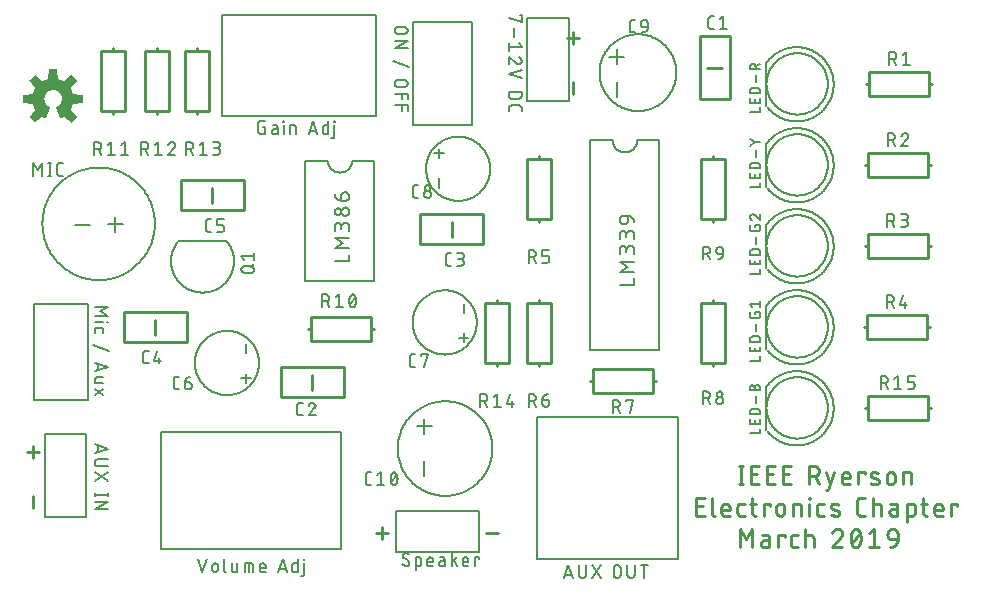
<source format=gbr>
G04 EAGLE Gerber RS-274X export*
G75*
%MOMM*%
%FSLAX34Y34*%
%LPD*%
%INSilkscreen Top*%
%IPPOS*%
%AMOC8*
5,1,8,0,0,1.08239X$1,22.5*%
G01*
%ADD10C,0.177800*%
%ADD11C,0.228600*%
%ADD12C,0.152400*%
%ADD13C,0.127000*%
%ADD14C,0.203200*%
%ADD15C,0.200000*%
%ADD16C,0.254000*%

G36*
X50985Y391410D02*
X50985Y391410D01*
X51041Y391410D01*
X51069Y391425D01*
X51101Y391430D01*
X51160Y391470D01*
X51196Y391488D01*
X51205Y391500D01*
X51221Y391511D01*
X55529Y395819D01*
X55546Y395846D01*
X55570Y395867D01*
X55591Y395919D01*
X55620Y395966D01*
X55623Y395998D01*
X55635Y396028D01*
X55632Y396083D01*
X55637Y396139D01*
X55625Y396169D01*
X55623Y396201D01*
X55589Y396264D01*
X55575Y396301D01*
X55564Y396311D01*
X55555Y396328D01*
X50588Y402419D01*
X51777Y404729D01*
X51784Y404755D01*
X51801Y404787D01*
X52593Y407261D01*
X60412Y408055D01*
X60443Y408065D01*
X60475Y408066D01*
X60524Y408093D01*
X60576Y408111D01*
X60599Y408134D01*
X60627Y408149D01*
X60659Y408195D01*
X60698Y408234D01*
X60708Y408265D01*
X60727Y408291D01*
X60740Y408361D01*
X60753Y408399D01*
X60751Y408414D01*
X60754Y408433D01*
X60754Y414527D01*
X60747Y414558D01*
X60749Y414590D01*
X60727Y414641D01*
X60715Y414696D01*
X60694Y414720D01*
X60682Y414750D01*
X60640Y414786D01*
X60605Y414829D01*
X60575Y414842D01*
X60551Y414863D01*
X60482Y414884D01*
X60446Y414900D01*
X60431Y414900D01*
X60412Y414905D01*
X52593Y415699D01*
X51801Y418173D01*
X51788Y418196D01*
X51777Y418231D01*
X50588Y420541D01*
X55555Y426632D01*
X55569Y426660D01*
X55590Y426684D01*
X55606Y426737D01*
X55631Y426787D01*
X55631Y426819D01*
X55640Y426850D01*
X55630Y426905D01*
X55630Y426961D01*
X55615Y426989D01*
X55610Y427021D01*
X55570Y427080D01*
X55552Y427116D01*
X55540Y427125D01*
X55529Y427141D01*
X51221Y431449D01*
X51194Y431466D01*
X51173Y431490D01*
X51121Y431511D01*
X51074Y431540D01*
X51042Y431543D01*
X51012Y431555D01*
X50957Y431552D01*
X50901Y431557D01*
X50871Y431545D01*
X50839Y431543D01*
X50776Y431509D01*
X50739Y431495D01*
X50729Y431484D01*
X50712Y431475D01*
X44621Y426508D01*
X42311Y427697D01*
X42285Y427704D01*
X42253Y427721D01*
X39779Y428513D01*
X38985Y436332D01*
X38977Y436358D01*
X38976Y436370D01*
X38975Y436373D01*
X38974Y436395D01*
X38947Y436444D01*
X38929Y436496D01*
X38906Y436519D01*
X38891Y436547D01*
X38845Y436579D01*
X38806Y436618D01*
X38775Y436628D01*
X38749Y436647D01*
X38679Y436660D01*
X38641Y436673D01*
X38626Y436671D01*
X38607Y436674D01*
X32513Y436674D01*
X32482Y436667D01*
X32450Y436669D01*
X32399Y436647D01*
X32344Y436635D01*
X32320Y436614D01*
X32290Y436602D01*
X32254Y436560D01*
X32211Y436525D01*
X32198Y436495D01*
X32177Y436471D01*
X32156Y436402D01*
X32140Y436366D01*
X32140Y436351D01*
X32138Y436344D01*
X32137Y436342D01*
X32137Y436341D01*
X32135Y436332D01*
X31341Y428513D01*
X28867Y427721D01*
X28844Y427708D01*
X28809Y427697D01*
X26499Y426508D01*
X20408Y431475D01*
X20380Y431489D01*
X20356Y431510D01*
X20303Y431526D01*
X20253Y431551D01*
X20221Y431551D01*
X20190Y431560D01*
X20135Y431550D01*
X20079Y431550D01*
X20051Y431535D01*
X20019Y431530D01*
X19960Y431490D01*
X19925Y431472D01*
X19915Y431460D01*
X19899Y431449D01*
X15591Y427141D01*
X15574Y427114D01*
X15550Y427093D01*
X15529Y427041D01*
X15500Y426994D01*
X15497Y426962D01*
X15485Y426932D01*
X15489Y426877D01*
X15483Y426821D01*
X15495Y426791D01*
X15497Y426759D01*
X15531Y426696D01*
X15545Y426659D01*
X15556Y426649D01*
X15565Y426632D01*
X20532Y420541D01*
X19343Y418231D01*
X19336Y418205D01*
X19319Y418173D01*
X18527Y415699D01*
X10708Y414905D01*
X10677Y414895D01*
X10645Y414894D01*
X10596Y414867D01*
X10544Y414849D01*
X10521Y414826D01*
X10493Y414811D01*
X10461Y414765D01*
X10422Y414726D01*
X10412Y414695D01*
X10393Y414669D01*
X10380Y414599D01*
X10367Y414561D01*
X10369Y414546D01*
X10366Y414527D01*
X10366Y408433D01*
X10373Y408402D01*
X10371Y408370D01*
X10393Y408319D01*
X10405Y408264D01*
X10426Y408240D01*
X10438Y408210D01*
X10480Y408174D01*
X10515Y408131D01*
X10545Y408118D01*
X10569Y408097D01*
X10638Y408076D01*
X10674Y408060D01*
X10689Y408060D01*
X10708Y408055D01*
X18527Y407261D01*
X19319Y404787D01*
X19332Y404764D01*
X19343Y404729D01*
X20532Y402419D01*
X15565Y396328D01*
X15551Y396300D01*
X15530Y396276D01*
X15514Y396223D01*
X15489Y396173D01*
X15489Y396141D01*
X15480Y396110D01*
X15490Y396055D01*
X15490Y395999D01*
X15505Y395971D01*
X15510Y395939D01*
X15550Y395880D01*
X15568Y395845D01*
X15580Y395835D01*
X15591Y395819D01*
X19899Y391511D01*
X19926Y391494D01*
X19947Y391470D01*
X19999Y391449D01*
X20046Y391420D01*
X20078Y391417D01*
X20108Y391405D01*
X20163Y391409D01*
X20219Y391403D01*
X20249Y391415D01*
X20281Y391417D01*
X20344Y391451D01*
X20381Y391465D01*
X20391Y391476D01*
X20408Y391485D01*
X26499Y396452D01*
X28808Y395262D01*
X28872Y395246D01*
X28935Y395223D01*
X28956Y395225D01*
X28976Y395220D01*
X29041Y395234D01*
X29107Y395241D01*
X29125Y395252D01*
X29145Y395257D01*
X29197Y395298D01*
X29253Y395334D01*
X29266Y395353D01*
X29281Y395365D01*
X29297Y395400D01*
X29333Y395454D01*
X32921Y404116D01*
X32927Y404149D01*
X32941Y404178D01*
X32940Y404233D01*
X32949Y404287D01*
X32940Y404319D01*
X32940Y404351D01*
X32915Y404400D01*
X32899Y404453D01*
X32876Y404477D01*
X32862Y404506D01*
X32807Y404551D01*
X32780Y404579D01*
X32765Y404585D01*
X32749Y404597D01*
X31431Y405302D01*
X30305Y406226D01*
X29381Y407352D01*
X28695Y408636D01*
X28272Y410030D01*
X28129Y411479D01*
X28286Y412998D01*
X28749Y414451D01*
X29500Y415780D01*
X30506Y416927D01*
X31725Y417844D01*
X33106Y418494D01*
X34590Y418847D01*
X36115Y418890D01*
X37617Y418620D01*
X39032Y418050D01*
X40300Y417202D01*
X41369Y416113D01*
X42193Y414829D01*
X42737Y413403D01*
X42979Y411897D01*
X42907Y410373D01*
X42526Y408895D01*
X41852Y407527D01*
X40912Y406325D01*
X39746Y405341D01*
X38369Y404597D01*
X38346Y404576D01*
X38317Y404562D01*
X38281Y404519D01*
X38240Y404482D01*
X38228Y404452D01*
X38208Y404428D01*
X38195Y404373D01*
X38174Y404321D01*
X38177Y404289D01*
X38170Y404258D01*
X38184Y404187D01*
X38187Y404148D01*
X38195Y404135D01*
X38199Y404116D01*
X41787Y395454D01*
X41826Y395400D01*
X41858Y395343D01*
X41875Y395331D01*
X41888Y395314D01*
X41946Y395283D01*
X42001Y395245D01*
X42022Y395242D01*
X42041Y395232D01*
X42107Y395231D01*
X42173Y395221D01*
X42196Y395228D01*
X42214Y395227D01*
X42249Y395244D01*
X42312Y395262D01*
X44621Y396452D01*
X50712Y391485D01*
X50740Y391471D01*
X50764Y391450D01*
X50817Y391434D01*
X50867Y391409D01*
X50899Y391409D01*
X50930Y391400D01*
X50985Y391410D01*
G37*
D10*
X213416Y387957D02*
X215237Y387957D01*
X215237Y381889D01*
X211596Y381889D01*
X211498Y381891D01*
X211401Y381897D01*
X211303Y381907D01*
X211207Y381920D01*
X211111Y381938D01*
X211015Y381960D01*
X210921Y381985D01*
X210827Y382014D01*
X210735Y382047D01*
X210645Y382083D01*
X210556Y382123D01*
X210468Y382167D01*
X210383Y382214D01*
X210299Y382265D01*
X210217Y382319D01*
X210138Y382376D01*
X210061Y382436D01*
X209987Y382499D01*
X209915Y382566D01*
X209846Y382635D01*
X209779Y382707D01*
X209716Y382781D01*
X209656Y382858D01*
X209599Y382937D01*
X209545Y383019D01*
X209494Y383103D01*
X209447Y383188D01*
X209403Y383276D01*
X209363Y383365D01*
X209327Y383455D01*
X209294Y383547D01*
X209265Y383641D01*
X209240Y383735D01*
X209218Y383831D01*
X209200Y383927D01*
X209187Y384023D01*
X209177Y384121D01*
X209171Y384218D01*
X209169Y384316D01*
X209169Y390384D01*
X209171Y390482D01*
X209177Y390579D01*
X209187Y390677D01*
X209200Y390773D01*
X209218Y390869D01*
X209240Y390965D01*
X209265Y391059D01*
X209294Y391153D01*
X209327Y391245D01*
X209363Y391335D01*
X209403Y391424D01*
X209447Y391512D01*
X209494Y391597D01*
X209545Y391681D01*
X209599Y391763D01*
X209656Y391842D01*
X209716Y391919D01*
X209779Y391993D01*
X209846Y392065D01*
X209915Y392134D01*
X209987Y392201D01*
X210061Y392264D01*
X210138Y392324D01*
X210217Y392381D01*
X210299Y392435D01*
X210382Y392486D01*
X210468Y392533D01*
X210556Y392577D01*
X210645Y392617D01*
X210735Y392653D01*
X210827Y392686D01*
X210921Y392715D01*
X211015Y392740D01*
X211111Y392762D01*
X211207Y392780D01*
X211303Y392793D01*
X211401Y392803D01*
X211498Y392809D01*
X211596Y392811D01*
X215237Y392811D01*
X222867Y386136D02*
X225598Y386136D01*
X222867Y386137D02*
X222776Y386135D01*
X222684Y386129D01*
X222594Y386119D01*
X222503Y386106D01*
X222413Y386088D01*
X222325Y386067D01*
X222237Y386041D01*
X222150Y386012D01*
X222065Y385980D01*
X221981Y385943D01*
X221899Y385903D01*
X221818Y385860D01*
X221740Y385813D01*
X221663Y385763D01*
X221589Y385710D01*
X221517Y385653D01*
X221448Y385593D01*
X221381Y385531D01*
X221317Y385466D01*
X221256Y385398D01*
X221198Y385327D01*
X221143Y385254D01*
X221091Y385179D01*
X221043Y385101D01*
X220998Y385022D01*
X220956Y384940D01*
X220918Y384857D01*
X220884Y384773D01*
X220853Y384687D01*
X220826Y384599D01*
X220802Y384511D01*
X220783Y384422D01*
X220767Y384332D01*
X220755Y384241D01*
X220747Y384150D01*
X220743Y384059D01*
X220743Y383967D01*
X220747Y383876D01*
X220755Y383785D01*
X220767Y383694D01*
X220783Y383604D01*
X220802Y383515D01*
X220826Y383427D01*
X220853Y383339D01*
X220884Y383253D01*
X220918Y383169D01*
X220956Y383086D01*
X220998Y383004D01*
X221043Y382925D01*
X221091Y382847D01*
X221143Y382772D01*
X221198Y382699D01*
X221256Y382628D01*
X221317Y382560D01*
X221381Y382495D01*
X221448Y382433D01*
X221517Y382373D01*
X221589Y382316D01*
X221663Y382263D01*
X221740Y382213D01*
X221818Y382166D01*
X221899Y382123D01*
X221981Y382083D01*
X222065Y382046D01*
X222150Y382014D01*
X222237Y381985D01*
X222325Y381959D01*
X222413Y381938D01*
X222503Y381920D01*
X222594Y381907D01*
X222684Y381897D01*
X222776Y381891D01*
X222867Y381889D01*
X225598Y381889D01*
X225598Y387350D01*
X225596Y387434D01*
X225590Y387518D01*
X225581Y387601D01*
X225567Y387684D01*
X225550Y387767D01*
X225529Y387848D01*
X225504Y387928D01*
X225475Y388007D01*
X225443Y388085D01*
X225407Y388161D01*
X225368Y388236D01*
X225325Y388308D01*
X225279Y388379D01*
X225230Y388447D01*
X225178Y388513D01*
X225123Y388576D01*
X225065Y388637D01*
X225004Y388695D01*
X224941Y388750D01*
X224875Y388802D01*
X224807Y388851D01*
X224736Y388897D01*
X224664Y388940D01*
X224589Y388979D01*
X224513Y389015D01*
X224435Y389047D01*
X224356Y389076D01*
X224276Y389101D01*
X224195Y389122D01*
X224112Y389139D01*
X224029Y389153D01*
X223946Y389162D01*
X223862Y389168D01*
X223778Y389170D01*
X221351Y389170D01*
X230872Y389170D02*
X230872Y381889D01*
X230568Y392204D02*
X230568Y392811D01*
X231175Y392811D01*
X231175Y392204D01*
X230568Y392204D01*
X236065Y389170D02*
X236065Y381889D01*
X236065Y389170D02*
X239099Y389170D01*
X239183Y389168D01*
X239267Y389162D01*
X239350Y389153D01*
X239433Y389139D01*
X239516Y389122D01*
X239597Y389101D01*
X239677Y389076D01*
X239756Y389047D01*
X239834Y389015D01*
X239910Y388979D01*
X239985Y388940D01*
X240057Y388897D01*
X240128Y388852D01*
X240196Y388802D01*
X240262Y388750D01*
X240325Y388695D01*
X240386Y388637D01*
X240444Y388576D01*
X240499Y388513D01*
X240551Y388447D01*
X240600Y388379D01*
X240646Y388308D01*
X240689Y388236D01*
X240728Y388161D01*
X240764Y388085D01*
X240796Y388007D01*
X240825Y387928D01*
X240850Y387848D01*
X240871Y387767D01*
X240888Y387684D01*
X240902Y387601D01*
X240911Y387518D01*
X240917Y387434D01*
X240919Y387350D01*
X240919Y381889D01*
X251996Y381889D02*
X255637Y392811D01*
X259277Y381889D01*
X258367Y384620D02*
X252906Y384620D01*
X268651Y381889D02*
X268651Y392811D01*
X268651Y381889D02*
X265617Y381889D01*
X265533Y381891D01*
X265449Y381897D01*
X265366Y381906D01*
X265283Y381920D01*
X265200Y381937D01*
X265119Y381958D01*
X265039Y381983D01*
X264960Y382012D01*
X264882Y382044D01*
X264806Y382080D01*
X264731Y382119D01*
X264659Y382162D01*
X264588Y382208D01*
X264520Y382257D01*
X264454Y382309D01*
X264391Y382364D01*
X264330Y382422D01*
X264272Y382483D01*
X264217Y382546D01*
X264165Y382612D01*
X264116Y382680D01*
X264070Y382751D01*
X264027Y382823D01*
X263988Y382898D01*
X263952Y382974D01*
X263920Y383052D01*
X263891Y383131D01*
X263866Y383211D01*
X263845Y383292D01*
X263828Y383375D01*
X263814Y383458D01*
X263805Y383541D01*
X263799Y383625D01*
X263797Y383709D01*
X263797Y387350D01*
X263799Y387434D01*
X263805Y387518D01*
X263814Y387601D01*
X263828Y387684D01*
X263845Y387767D01*
X263866Y387848D01*
X263891Y387928D01*
X263920Y388007D01*
X263952Y388085D01*
X263988Y388161D01*
X264027Y388236D01*
X264070Y388308D01*
X264116Y388379D01*
X264165Y388447D01*
X264217Y388513D01*
X264272Y388576D01*
X264330Y388637D01*
X264391Y388695D01*
X264454Y388750D01*
X264520Y388802D01*
X264588Y388851D01*
X264659Y388897D01*
X264731Y388940D01*
X264806Y388979D01*
X264882Y389015D01*
X264960Y389047D01*
X265039Y389076D01*
X265119Y389101D01*
X265200Y389122D01*
X265283Y389139D01*
X265366Y389153D01*
X265449Y389162D01*
X265533Y389168D01*
X265617Y389170D01*
X268651Y389170D01*
X273653Y389170D02*
X273653Y380069D01*
X273651Y379985D01*
X273645Y379901D01*
X273636Y379818D01*
X273622Y379735D01*
X273605Y379652D01*
X273584Y379571D01*
X273559Y379491D01*
X273530Y379412D01*
X273498Y379334D01*
X273462Y379258D01*
X273423Y379183D01*
X273380Y379111D01*
X273335Y379040D01*
X273285Y378972D01*
X273233Y378906D01*
X273178Y378843D01*
X273120Y378782D01*
X273059Y378724D01*
X272996Y378669D01*
X272930Y378617D01*
X272862Y378568D01*
X272791Y378522D01*
X272719Y378479D01*
X272644Y378440D01*
X272568Y378404D01*
X272490Y378372D01*
X272411Y378343D01*
X272331Y378318D01*
X272250Y378297D01*
X272167Y378280D01*
X272084Y378266D01*
X272001Y378257D01*
X271917Y378251D01*
X271833Y378249D01*
X271833Y378248D02*
X271226Y378248D01*
X273350Y392204D02*
X273350Y392811D01*
X273957Y392811D01*
X273957Y392204D01*
X273350Y392204D01*
X471890Y16891D02*
X468249Y5969D01*
X475530Y5969D02*
X471890Y16891D01*
X474620Y8700D02*
X469159Y8700D01*
X480667Y9003D02*
X480667Y16891D01*
X480667Y9003D02*
X480669Y8895D01*
X480675Y8787D01*
X480684Y8679D01*
X480698Y8571D01*
X480715Y8464D01*
X480736Y8358D01*
X480761Y8253D01*
X480790Y8148D01*
X480822Y8045D01*
X480858Y7943D01*
X480898Y7842D01*
X480941Y7743D01*
X480988Y7645D01*
X481038Y7549D01*
X481092Y7455D01*
X481149Y7363D01*
X481209Y7273D01*
X481272Y7185D01*
X481339Y7099D01*
X481408Y7016D01*
X481480Y6936D01*
X481556Y6858D01*
X481634Y6782D01*
X481714Y6710D01*
X481797Y6641D01*
X481883Y6574D01*
X481971Y6511D01*
X482061Y6451D01*
X482153Y6394D01*
X482247Y6340D01*
X482343Y6290D01*
X482441Y6243D01*
X482540Y6200D01*
X482641Y6160D01*
X482743Y6124D01*
X482846Y6092D01*
X482951Y6063D01*
X483056Y6038D01*
X483162Y6017D01*
X483269Y6000D01*
X483377Y5986D01*
X483485Y5977D01*
X483593Y5971D01*
X483701Y5969D01*
X483809Y5971D01*
X483917Y5977D01*
X484025Y5986D01*
X484133Y6000D01*
X484240Y6017D01*
X484346Y6038D01*
X484451Y6063D01*
X484556Y6092D01*
X484659Y6124D01*
X484761Y6160D01*
X484862Y6200D01*
X484961Y6243D01*
X485059Y6290D01*
X485155Y6340D01*
X485249Y6394D01*
X485341Y6451D01*
X485431Y6511D01*
X485519Y6574D01*
X485605Y6641D01*
X485688Y6710D01*
X485768Y6782D01*
X485846Y6858D01*
X485922Y6936D01*
X485994Y7016D01*
X486063Y7099D01*
X486130Y7185D01*
X486193Y7273D01*
X486253Y7363D01*
X486310Y7455D01*
X486364Y7549D01*
X486414Y7645D01*
X486461Y7743D01*
X486504Y7842D01*
X486544Y7943D01*
X486580Y8045D01*
X486612Y8148D01*
X486641Y8253D01*
X486666Y8358D01*
X486687Y8464D01*
X486704Y8571D01*
X486718Y8679D01*
X486727Y8787D01*
X486733Y8895D01*
X486735Y9003D01*
X486735Y16891D01*
X491871Y5969D02*
X499152Y16891D01*
X491871Y16891D02*
X499152Y5969D01*
X510004Y9003D02*
X510004Y13857D01*
X510006Y13965D01*
X510012Y14073D01*
X510021Y14181D01*
X510035Y14289D01*
X510052Y14396D01*
X510073Y14502D01*
X510098Y14607D01*
X510127Y14712D01*
X510159Y14815D01*
X510195Y14917D01*
X510235Y15018D01*
X510278Y15117D01*
X510325Y15215D01*
X510375Y15311D01*
X510429Y15405D01*
X510486Y15497D01*
X510546Y15587D01*
X510609Y15675D01*
X510676Y15761D01*
X510745Y15844D01*
X510817Y15924D01*
X510893Y16002D01*
X510971Y16078D01*
X511051Y16150D01*
X511134Y16219D01*
X511220Y16286D01*
X511308Y16349D01*
X511398Y16409D01*
X511490Y16466D01*
X511584Y16520D01*
X511680Y16570D01*
X511778Y16617D01*
X511877Y16660D01*
X511978Y16700D01*
X512080Y16736D01*
X512183Y16768D01*
X512288Y16797D01*
X512393Y16822D01*
X512499Y16843D01*
X512606Y16860D01*
X512714Y16874D01*
X512822Y16883D01*
X512930Y16889D01*
X513038Y16891D01*
X513146Y16889D01*
X513254Y16883D01*
X513362Y16874D01*
X513470Y16860D01*
X513577Y16843D01*
X513683Y16822D01*
X513788Y16797D01*
X513893Y16768D01*
X513996Y16736D01*
X514098Y16700D01*
X514199Y16660D01*
X514298Y16617D01*
X514396Y16570D01*
X514492Y16520D01*
X514586Y16466D01*
X514678Y16409D01*
X514768Y16349D01*
X514856Y16286D01*
X514942Y16219D01*
X515025Y16150D01*
X515105Y16078D01*
X515183Y16002D01*
X515259Y15924D01*
X515331Y15844D01*
X515400Y15761D01*
X515467Y15675D01*
X515530Y15587D01*
X515590Y15497D01*
X515647Y15405D01*
X515701Y15311D01*
X515751Y15215D01*
X515798Y15117D01*
X515841Y15018D01*
X515881Y14917D01*
X515917Y14815D01*
X515949Y14712D01*
X515978Y14607D01*
X516003Y14502D01*
X516024Y14396D01*
X516041Y14289D01*
X516055Y14181D01*
X516064Y14073D01*
X516070Y13965D01*
X516072Y13857D01*
X516072Y9003D01*
X516070Y8895D01*
X516064Y8787D01*
X516055Y8679D01*
X516041Y8571D01*
X516024Y8464D01*
X516003Y8358D01*
X515978Y8253D01*
X515949Y8148D01*
X515917Y8045D01*
X515881Y7943D01*
X515841Y7842D01*
X515798Y7743D01*
X515751Y7645D01*
X515701Y7549D01*
X515647Y7455D01*
X515590Y7363D01*
X515530Y7273D01*
X515467Y7185D01*
X515400Y7099D01*
X515331Y7016D01*
X515259Y6936D01*
X515183Y6858D01*
X515105Y6782D01*
X515025Y6710D01*
X514942Y6641D01*
X514856Y6574D01*
X514768Y6511D01*
X514678Y6451D01*
X514586Y6394D01*
X514492Y6340D01*
X514396Y6290D01*
X514298Y6243D01*
X514199Y6200D01*
X514098Y6160D01*
X513996Y6124D01*
X513893Y6092D01*
X513788Y6063D01*
X513683Y6038D01*
X513577Y6017D01*
X513470Y6000D01*
X513362Y5986D01*
X513254Y5977D01*
X513146Y5971D01*
X513038Y5969D01*
X512930Y5971D01*
X512822Y5977D01*
X512714Y5986D01*
X512606Y6000D01*
X512499Y6017D01*
X512393Y6038D01*
X512288Y6063D01*
X512183Y6092D01*
X512080Y6124D01*
X511978Y6160D01*
X511877Y6200D01*
X511778Y6243D01*
X511680Y6290D01*
X511584Y6340D01*
X511490Y6394D01*
X511398Y6451D01*
X511308Y6511D01*
X511220Y6574D01*
X511134Y6641D01*
X511051Y6710D01*
X510971Y6782D01*
X510893Y6858D01*
X510817Y6936D01*
X510745Y7016D01*
X510676Y7099D01*
X510609Y7185D01*
X510546Y7273D01*
X510486Y7363D01*
X510429Y7455D01*
X510375Y7549D01*
X510325Y7645D01*
X510278Y7743D01*
X510235Y7842D01*
X510195Y7943D01*
X510159Y8045D01*
X510127Y8148D01*
X510098Y8253D01*
X510073Y8358D01*
X510052Y8464D01*
X510035Y8571D01*
X510021Y8679D01*
X510012Y8787D01*
X510006Y8895D01*
X510004Y9003D01*
X521815Y9003D02*
X521815Y16891D01*
X521815Y9003D02*
X521817Y8895D01*
X521823Y8787D01*
X521832Y8679D01*
X521846Y8571D01*
X521863Y8464D01*
X521884Y8358D01*
X521909Y8253D01*
X521938Y8148D01*
X521970Y8045D01*
X522006Y7943D01*
X522046Y7842D01*
X522089Y7743D01*
X522136Y7645D01*
X522186Y7549D01*
X522240Y7455D01*
X522297Y7363D01*
X522357Y7273D01*
X522420Y7185D01*
X522487Y7099D01*
X522556Y7016D01*
X522628Y6936D01*
X522704Y6858D01*
X522782Y6782D01*
X522862Y6710D01*
X522945Y6641D01*
X523031Y6574D01*
X523119Y6511D01*
X523209Y6451D01*
X523301Y6394D01*
X523395Y6340D01*
X523491Y6290D01*
X523589Y6243D01*
X523688Y6200D01*
X523789Y6160D01*
X523891Y6124D01*
X523994Y6092D01*
X524099Y6063D01*
X524204Y6038D01*
X524310Y6017D01*
X524417Y6000D01*
X524525Y5986D01*
X524633Y5977D01*
X524741Y5971D01*
X524849Y5969D01*
X524957Y5971D01*
X525065Y5977D01*
X525173Y5986D01*
X525281Y6000D01*
X525388Y6017D01*
X525494Y6038D01*
X525599Y6063D01*
X525704Y6092D01*
X525807Y6124D01*
X525909Y6160D01*
X526010Y6200D01*
X526109Y6243D01*
X526207Y6290D01*
X526303Y6340D01*
X526397Y6394D01*
X526489Y6451D01*
X526579Y6511D01*
X526667Y6574D01*
X526753Y6641D01*
X526836Y6710D01*
X526916Y6782D01*
X526994Y6858D01*
X527070Y6936D01*
X527142Y7016D01*
X527211Y7099D01*
X527278Y7185D01*
X527341Y7273D01*
X527401Y7363D01*
X527458Y7455D01*
X527512Y7549D01*
X527562Y7645D01*
X527609Y7743D01*
X527652Y7842D01*
X527692Y7943D01*
X527728Y8045D01*
X527760Y8148D01*
X527789Y8253D01*
X527814Y8358D01*
X527835Y8464D01*
X527852Y8571D01*
X527866Y8679D01*
X527875Y8787D01*
X527881Y8895D01*
X527883Y9003D01*
X527883Y16891D01*
X535898Y16891D02*
X535898Y5969D01*
X532864Y16891D02*
X538932Y16891D01*
X337157Y18556D02*
X337155Y18458D01*
X337149Y18361D01*
X337139Y18263D01*
X337126Y18167D01*
X337108Y18071D01*
X337086Y17975D01*
X337061Y17881D01*
X337032Y17787D01*
X336999Y17695D01*
X336963Y17605D01*
X336923Y17516D01*
X336879Y17428D01*
X336832Y17343D01*
X336781Y17259D01*
X336727Y17177D01*
X336670Y17098D01*
X336610Y17021D01*
X336547Y16947D01*
X336480Y16875D01*
X336411Y16806D01*
X336339Y16739D01*
X336265Y16676D01*
X336188Y16616D01*
X336109Y16559D01*
X336027Y16505D01*
X335944Y16454D01*
X335858Y16407D01*
X335770Y16363D01*
X335681Y16323D01*
X335591Y16287D01*
X335499Y16254D01*
X335405Y16225D01*
X335311Y16200D01*
X335215Y16178D01*
X335119Y16160D01*
X335023Y16147D01*
X334925Y16137D01*
X334828Y16131D01*
X334730Y16129D01*
X334590Y16131D01*
X334451Y16137D01*
X334312Y16146D01*
X334173Y16159D01*
X334034Y16176D01*
X333896Y16197D01*
X333759Y16222D01*
X333622Y16250D01*
X333486Y16282D01*
X333351Y16318D01*
X333217Y16357D01*
X333085Y16400D01*
X332953Y16447D01*
X332823Y16497D01*
X332694Y16551D01*
X332567Y16608D01*
X332441Y16668D01*
X332317Y16732D01*
X332194Y16800D01*
X332074Y16871D01*
X331956Y16944D01*
X331839Y17022D01*
X331725Y17102D01*
X331613Y17185D01*
X331503Y17272D01*
X331396Y17361D01*
X331291Y17453D01*
X331189Y17548D01*
X331090Y17646D01*
X331393Y24624D02*
X331395Y24722D01*
X331401Y24819D01*
X331411Y24917D01*
X331424Y25013D01*
X331442Y25109D01*
X331464Y25205D01*
X331489Y25299D01*
X331518Y25393D01*
X331551Y25485D01*
X331587Y25575D01*
X331627Y25664D01*
X331671Y25752D01*
X331718Y25838D01*
X331769Y25921D01*
X331823Y26003D01*
X331880Y26082D01*
X331940Y26159D01*
X332003Y26233D01*
X332070Y26305D01*
X332139Y26374D01*
X332211Y26441D01*
X332285Y26504D01*
X332362Y26564D01*
X332441Y26621D01*
X332523Y26675D01*
X332607Y26726D01*
X332692Y26773D01*
X332780Y26817D01*
X332869Y26857D01*
X332959Y26893D01*
X333051Y26926D01*
X333145Y26955D01*
X333239Y26980D01*
X333335Y27002D01*
X333431Y27020D01*
X333527Y27033D01*
X333625Y27043D01*
X333722Y27049D01*
X333820Y27051D01*
X333953Y27049D01*
X334086Y27043D01*
X334219Y27033D01*
X334351Y27020D01*
X334483Y27002D01*
X334615Y26981D01*
X334745Y26956D01*
X334875Y26927D01*
X335004Y26894D01*
X335132Y26858D01*
X335259Y26817D01*
X335385Y26774D01*
X335509Y26726D01*
X335632Y26675D01*
X335753Y26620D01*
X335873Y26562D01*
X335991Y26500D01*
X336107Y26435D01*
X336221Y26366D01*
X336333Y26294D01*
X336443Y26219D01*
X336551Y26141D01*
X332606Y22500D02*
X332522Y22552D01*
X332440Y22607D01*
X332361Y22665D01*
X332284Y22726D01*
X332209Y22791D01*
X332137Y22858D01*
X332068Y22928D01*
X332002Y23001D01*
X331939Y23076D01*
X331878Y23154D01*
X331821Y23234D01*
X331767Y23317D01*
X331717Y23401D01*
X331670Y23487D01*
X331626Y23576D01*
X331586Y23666D01*
X331549Y23757D01*
X331517Y23850D01*
X331488Y23944D01*
X331462Y24039D01*
X331441Y24135D01*
X331423Y24232D01*
X331410Y24329D01*
X331400Y24427D01*
X331394Y24526D01*
X331392Y24624D01*
X335943Y20680D02*
X336027Y20628D01*
X336109Y20573D01*
X336188Y20515D01*
X336265Y20454D01*
X336340Y20389D01*
X336412Y20322D01*
X336481Y20252D01*
X336547Y20179D01*
X336610Y20104D01*
X336671Y20026D01*
X336728Y19946D01*
X336782Y19863D01*
X336832Y19779D01*
X336879Y19693D01*
X336923Y19604D01*
X336963Y19514D01*
X337000Y19423D01*
X337032Y19330D01*
X337061Y19236D01*
X337087Y19141D01*
X337108Y19045D01*
X337126Y18948D01*
X337139Y18851D01*
X337149Y18753D01*
X337155Y18654D01*
X337157Y18556D01*
X335943Y20680D02*
X332606Y22500D01*
X342445Y23410D02*
X342445Y12488D01*
X342445Y23410D02*
X345479Y23410D01*
X345563Y23408D01*
X345647Y23402D01*
X345730Y23393D01*
X345813Y23379D01*
X345896Y23362D01*
X345977Y23341D01*
X346057Y23316D01*
X346136Y23287D01*
X346214Y23255D01*
X346290Y23219D01*
X346365Y23180D01*
X346437Y23137D01*
X346508Y23092D01*
X346576Y23042D01*
X346642Y22990D01*
X346705Y22935D01*
X346766Y22877D01*
X346824Y22816D01*
X346879Y22753D01*
X346931Y22687D01*
X346980Y22619D01*
X347026Y22548D01*
X347069Y22476D01*
X347108Y22401D01*
X347144Y22325D01*
X347176Y22247D01*
X347205Y22168D01*
X347230Y22088D01*
X347251Y22007D01*
X347268Y21924D01*
X347282Y21841D01*
X347291Y21758D01*
X347297Y21674D01*
X347299Y21590D01*
X347299Y17949D01*
X347297Y17865D01*
X347291Y17781D01*
X347282Y17698D01*
X347268Y17615D01*
X347251Y17532D01*
X347230Y17451D01*
X347205Y17371D01*
X347176Y17292D01*
X347144Y17214D01*
X347108Y17138D01*
X347069Y17063D01*
X347026Y16991D01*
X346980Y16920D01*
X346931Y16852D01*
X346879Y16786D01*
X346824Y16723D01*
X346766Y16662D01*
X346705Y16604D01*
X346642Y16549D01*
X346576Y16497D01*
X346508Y16448D01*
X346437Y16402D01*
X346365Y16359D01*
X346290Y16320D01*
X346214Y16284D01*
X346136Y16252D01*
X346057Y16223D01*
X345977Y16198D01*
X345896Y16177D01*
X345813Y16160D01*
X345730Y16146D01*
X345647Y16137D01*
X345563Y16131D01*
X345479Y16129D01*
X342445Y16129D01*
X354090Y16129D02*
X357124Y16129D01*
X354090Y16129D02*
X354006Y16131D01*
X353922Y16137D01*
X353839Y16146D01*
X353756Y16160D01*
X353673Y16177D01*
X353592Y16198D01*
X353512Y16223D01*
X353433Y16252D01*
X353355Y16284D01*
X353279Y16320D01*
X353204Y16359D01*
X353132Y16402D01*
X353061Y16448D01*
X352993Y16497D01*
X352927Y16549D01*
X352864Y16604D01*
X352803Y16662D01*
X352745Y16723D01*
X352690Y16786D01*
X352638Y16852D01*
X352589Y16920D01*
X352543Y16991D01*
X352500Y17063D01*
X352461Y17138D01*
X352425Y17214D01*
X352393Y17292D01*
X352364Y17371D01*
X352339Y17451D01*
X352318Y17532D01*
X352301Y17615D01*
X352287Y17698D01*
X352278Y17781D01*
X352272Y17865D01*
X352270Y17949D01*
X352270Y20983D01*
X352272Y21081D01*
X352278Y21178D01*
X352288Y21276D01*
X352301Y21372D01*
X352319Y21468D01*
X352341Y21564D01*
X352366Y21658D01*
X352395Y21752D01*
X352428Y21844D01*
X352464Y21934D01*
X352504Y22023D01*
X352548Y22111D01*
X352595Y22197D01*
X352646Y22280D01*
X352700Y22362D01*
X352757Y22441D01*
X352817Y22518D01*
X352880Y22592D01*
X352947Y22664D01*
X353016Y22733D01*
X353088Y22800D01*
X353162Y22863D01*
X353239Y22923D01*
X353318Y22980D01*
X353400Y23034D01*
X353484Y23085D01*
X353569Y23132D01*
X353657Y23176D01*
X353746Y23216D01*
X353836Y23252D01*
X353928Y23285D01*
X354022Y23314D01*
X354116Y23339D01*
X354212Y23361D01*
X354308Y23379D01*
X354404Y23392D01*
X354502Y23402D01*
X354599Y23408D01*
X354697Y23410D01*
X354795Y23408D01*
X354892Y23402D01*
X354990Y23392D01*
X355086Y23379D01*
X355182Y23361D01*
X355278Y23339D01*
X355372Y23314D01*
X355466Y23285D01*
X355558Y23252D01*
X355648Y23216D01*
X355737Y23176D01*
X355825Y23132D01*
X355911Y23085D01*
X355994Y23034D01*
X356076Y22980D01*
X356155Y22923D01*
X356232Y22863D01*
X356306Y22800D01*
X356378Y22733D01*
X356447Y22664D01*
X356514Y22592D01*
X356577Y22518D01*
X356637Y22441D01*
X356694Y22362D01*
X356748Y22280D01*
X356799Y22197D01*
X356846Y22111D01*
X356890Y22023D01*
X356930Y21934D01*
X356966Y21844D01*
X356999Y21752D01*
X357028Y21658D01*
X357053Y21564D01*
X357075Y21468D01*
X357093Y21372D01*
X357106Y21276D01*
X357116Y21178D01*
X357122Y21081D01*
X357124Y20983D01*
X357124Y19770D01*
X352270Y19770D01*
X364218Y20376D02*
X366949Y20376D01*
X364218Y20377D02*
X364127Y20375D01*
X364035Y20369D01*
X363945Y20359D01*
X363854Y20346D01*
X363764Y20328D01*
X363676Y20307D01*
X363588Y20281D01*
X363501Y20252D01*
X363416Y20220D01*
X363332Y20183D01*
X363250Y20143D01*
X363169Y20100D01*
X363091Y20053D01*
X363014Y20003D01*
X362940Y19950D01*
X362868Y19893D01*
X362799Y19833D01*
X362732Y19771D01*
X362668Y19706D01*
X362607Y19638D01*
X362549Y19567D01*
X362494Y19494D01*
X362442Y19419D01*
X362394Y19341D01*
X362349Y19262D01*
X362307Y19180D01*
X362269Y19097D01*
X362235Y19013D01*
X362204Y18927D01*
X362177Y18839D01*
X362153Y18751D01*
X362134Y18662D01*
X362118Y18572D01*
X362106Y18481D01*
X362098Y18390D01*
X362094Y18299D01*
X362094Y18207D01*
X362098Y18116D01*
X362106Y18025D01*
X362118Y17934D01*
X362134Y17844D01*
X362153Y17755D01*
X362177Y17667D01*
X362204Y17579D01*
X362235Y17493D01*
X362269Y17409D01*
X362307Y17326D01*
X362349Y17244D01*
X362394Y17165D01*
X362442Y17087D01*
X362494Y17012D01*
X362549Y16939D01*
X362607Y16868D01*
X362668Y16800D01*
X362732Y16735D01*
X362799Y16673D01*
X362868Y16613D01*
X362940Y16556D01*
X363014Y16503D01*
X363091Y16453D01*
X363169Y16406D01*
X363250Y16363D01*
X363332Y16323D01*
X363416Y16286D01*
X363501Y16254D01*
X363588Y16225D01*
X363676Y16199D01*
X363764Y16178D01*
X363854Y16160D01*
X363945Y16147D01*
X364035Y16137D01*
X364127Y16131D01*
X364218Y16129D01*
X366949Y16129D01*
X366949Y21590D01*
X366947Y21674D01*
X366941Y21758D01*
X366932Y21841D01*
X366918Y21924D01*
X366901Y22007D01*
X366880Y22088D01*
X366855Y22168D01*
X366826Y22247D01*
X366794Y22325D01*
X366758Y22401D01*
X366719Y22476D01*
X366676Y22548D01*
X366630Y22619D01*
X366581Y22687D01*
X366529Y22753D01*
X366474Y22816D01*
X366416Y22877D01*
X366355Y22935D01*
X366292Y22990D01*
X366226Y23042D01*
X366158Y23091D01*
X366087Y23137D01*
X366015Y23180D01*
X365940Y23219D01*
X365864Y23255D01*
X365786Y23287D01*
X365707Y23316D01*
X365627Y23341D01*
X365546Y23362D01*
X365463Y23379D01*
X365380Y23393D01*
X365297Y23402D01*
X365213Y23408D01*
X365129Y23410D01*
X362701Y23410D01*
X373030Y27051D02*
X373030Y16129D01*
X373030Y19770D02*
X377884Y23410D01*
X375154Y21287D02*
X377884Y16129D01*
X384189Y16129D02*
X387223Y16129D01*
X384189Y16129D02*
X384105Y16131D01*
X384021Y16137D01*
X383938Y16146D01*
X383855Y16160D01*
X383772Y16177D01*
X383691Y16198D01*
X383611Y16223D01*
X383532Y16252D01*
X383454Y16284D01*
X383378Y16320D01*
X383303Y16359D01*
X383231Y16402D01*
X383160Y16448D01*
X383092Y16497D01*
X383026Y16549D01*
X382963Y16604D01*
X382902Y16662D01*
X382844Y16723D01*
X382789Y16786D01*
X382737Y16852D01*
X382688Y16920D01*
X382642Y16991D01*
X382599Y17063D01*
X382560Y17138D01*
X382524Y17214D01*
X382492Y17292D01*
X382463Y17371D01*
X382438Y17451D01*
X382417Y17532D01*
X382400Y17615D01*
X382386Y17698D01*
X382377Y17781D01*
X382371Y17865D01*
X382369Y17949D01*
X382369Y20983D01*
X382371Y21081D01*
X382377Y21178D01*
X382387Y21276D01*
X382400Y21372D01*
X382418Y21468D01*
X382440Y21564D01*
X382465Y21658D01*
X382494Y21752D01*
X382527Y21844D01*
X382563Y21934D01*
X382603Y22023D01*
X382647Y22111D01*
X382694Y22197D01*
X382745Y22280D01*
X382799Y22362D01*
X382856Y22441D01*
X382916Y22518D01*
X382979Y22592D01*
X383046Y22664D01*
X383115Y22733D01*
X383187Y22800D01*
X383261Y22863D01*
X383338Y22923D01*
X383417Y22980D01*
X383499Y23034D01*
X383583Y23085D01*
X383668Y23132D01*
X383756Y23176D01*
X383845Y23216D01*
X383935Y23252D01*
X384027Y23285D01*
X384121Y23314D01*
X384215Y23339D01*
X384311Y23361D01*
X384407Y23379D01*
X384503Y23392D01*
X384601Y23402D01*
X384698Y23408D01*
X384796Y23410D01*
X384894Y23408D01*
X384991Y23402D01*
X385089Y23392D01*
X385185Y23379D01*
X385281Y23361D01*
X385377Y23339D01*
X385471Y23314D01*
X385565Y23285D01*
X385657Y23252D01*
X385747Y23216D01*
X385836Y23176D01*
X385924Y23132D01*
X386010Y23085D01*
X386093Y23034D01*
X386175Y22980D01*
X386254Y22923D01*
X386331Y22863D01*
X386405Y22800D01*
X386477Y22733D01*
X386546Y22664D01*
X386613Y22592D01*
X386676Y22518D01*
X386736Y22441D01*
X386793Y22362D01*
X386847Y22280D01*
X386898Y22197D01*
X386945Y22111D01*
X386989Y22023D01*
X387029Y21934D01*
X387065Y21844D01*
X387098Y21752D01*
X387127Y21658D01*
X387152Y21564D01*
X387174Y21468D01*
X387192Y21372D01*
X387205Y21276D01*
X387215Y21178D01*
X387221Y21081D01*
X387223Y20983D01*
X387223Y19770D01*
X382369Y19770D01*
X392747Y23410D02*
X392747Y16129D01*
X392747Y23410D02*
X396388Y23410D01*
X396388Y22197D01*
X162010Y11049D02*
X158369Y21971D01*
X165650Y21971D02*
X162010Y11049D01*
X170251Y13476D02*
X170251Y15903D01*
X170253Y16001D01*
X170259Y16098D01*
X170269Y16196D01*
X170282Y16292D01*
X170300Y16388D01*
X170322Y16484D01*
X170347Y16578D01*
X170376Y16672D01*
X170409Y16764D01*
X170445Y16854D01*
X170485Y16943D01*
X170529Y17031D01*
X170576Y17117D01*
X170627Y17200D01*
X170681Y17282D01*
X170738Y17361D01*
X170798Y17438D01*
X170861Y17512D01*
X170928Y17584D01*
X170997Y17653D01*
X171069Y17720D01*
X171143Y17783D01*
X171220Y17843D01*
X171299Y17900D01*
X171381Y17954D01*
X171465Y18005D01*
X171550Y18052D01*
X171638Y18096D01*
X171727Y18136D01*
X171817Y18172D01*
X171909Y18205D01*
X172003Y18234D01*
X172097Y18259D01*
X172193Y18281D01*
X172289Y18299D01*
X172385Y18312D01*
X172483Y18322D01*
X172580Y18328D01*
X172678Y18330D01*
X172776Y18328D01*
X172873Y18322D01*
X172971Y18312D01*
X173067Y18299D01*
X173163Y18281D01*
X173259Y18259D01*
X173353Y18234D01*
X173447Y18205D01*
X173539Y18172D01*
X173629Y18136D01*
X173718Y18096D01*
X173806Y18052D01*
X173892Y18005D01*
X173975Y17954D01*
X174057Y17900D01*
X174136Y17843D01*
X174213Y17783D01*
X174287Y17720D01*
X174359Y17653D01*
X174428Y17584D01*
X174495Y17512D01*
X174558Y17438D01*
X174618Y17361D01*
X174675Y17282D01*
X174729Y17200D01*
X174780Y17117D01*
X174827Y17031D01*
X174871Y16943D01*
X174911Y16854D01*
X174947Y16764D01*
X174980Y16672D01*
X175009Y16578D01*
X175034Y16484D01*
X175056Y16388D01*
X175074Y16292D01*
X175087Y16196D01*
X175097Y16098D01*
X175103Y16001D01*
X175105Y15903D01*
X175105Y13476D01*
X175103Y13378D01*
X175097Y13281D01*
X175087Y13183D01*
X175074Y13087D01*
X175056Y12991D01*
X175034Y12895D01*
X175009Y12801D01*
X174980Y12707D01*
X174947Y12615D01*
X174911Y12525D01*
X174871Y12436D01*
X174827Y12348D01*
X174780Y12262D01*
X174729Y12179D01*
X174675Y12097D01*
X174618Y12018D01*
X174558Y11941D01*
X174495Y11867D01*
X174428Y11795D01*
X174359Y11726D01*
X174287Y11659D01*
X174213Y11596D01*
X174136Y11536D01*
X174057Y11479D01*
X173975Y11425D01*
X173891Y11374D01*
X173806Y11327D01*
X173718Y11283D01*
X173629Y11243D01*
X173539Y11207D01*
X173447Y11174D01*
X173353Y11145D01*
X173259Y11120D01*
X173163Y11098D01*
X173067Y11080D01*
X172971Y11067D01*
X172873Y11057D01*
X172776Y11051D01*
X172678Y11049D01*
X172580Y11051D01*
X172483Y11057D01*
X172385Y11067D01*
X172289Y11080D01*
X172193Y11098D01*
X172097Y11120D01*
X172003Y11145D01*
X171909Y11174D01*
X171817Y11207D01*
X171727Y11243D01*
X171638Y11283D01*
X171550Y11327D01*
X171465Y11374D01*
X171381Y11425D01*
X171299Y11479D01*
X171220Y11536D01*
X171143Y11596D01*
X171069Y11659D01*
X170997Y11726D01*
X170928Y11795D01*
X170861Y11867D01*
X170798Y11941D01*
X170738Y12018D01*
X170681Y12097D01*
X170627Y12179D01*
X170576Y12263D01*
X170529Y12348D01*
X170485Y12436D01*
X170445Y12525D01*
X170409Y12615D01*
X170376Y12707D01*
X170347Y12801D01*
X170322Y12895D01*
X170300Y12991D01*
X170282Y13087D01*
X170269Y13183D01*
X170259Y13281D01*
X170253Y13378D01*
X170251Y13476D01*
X180219Y12869D02*
X180219Y21971D01*
X180220Y12869D02*
X180222Y12785D01*
X180228Y12701D01*
X180237Y12618D01*
X180251Y12535D01*
X180268Y12452D01*
X180289Y12371D01*
X180314Y12291D01*
X180343Y12212D01*
X180375Y12134D01*
X180411Y12058D01*
X180450Y11983D01*
X180493Y11911D01*
X180539Y11840D01*
X180588Y11772D01*
X180640Y11706D01*
X180695Y11643D01*
X180753Y11582D01*
X180814Y11524D01*
X180877Y11469D01*
X180943Y11417D01*
X181011Y11368D01*
X181082Y11322D01*
X181154Y11279D01*
X181229Y11240D01*
X181305Y11204D01*
X181383Y11172D01*
X181462Y11143D01*
X181542Y11118D01*
X181623Y11097D01*
X181706Y11080D01*
X181789Y11066D01*
X181872Y11057D01*
X181956Y11051D01*
X182040Y11049D01*
X186633Y12869D02*
X186633Y18330D01*
X186634Y12869D02*
X186636Y12785D01*
X186642Y12701D01*
X186651Y12618D01*
X186665Y12535D01*
X186682Y12452D01*
X186703Y12371D01*
X186728Y12291D01*
X186757Y12212D01*
X186789Y12134D01*
X186825Y12058D01*
X186864Y11983D01*
X186907Y11911D01*
X186953Y11840D01*
X187002Y11772D01*
X187054Y11706D01*
X187109Y11643D01*
X187167Y11582D01*
X187228Y11524D01*
X187291Y11469D01*
X187357Y11417D01*
X187425Y11368D01*
X187496Y11322D01*
X187568Y11279D01*
X187643Y11240D01*
X187719Y11204D01*
X187797Y11172D01*
X187876Y11143D01*
X187956Y11118D01*
X188037Y11097D01*
X188120Y11080D01*
X188203Y11066D01*
X188286Y11057D01*
X188370Y11051D01*
X188454Y11049D01*
X191488Y11049D01*
X191488Y18330D01*
X197612Y18330D02*
X197612Y11049D01*
X197612Y18330D02*
X203073Y18330D01*
X203157Y18328D01*
X203241Y18322D01*
X203324Y18313D01*
X203407Y18299D01*
X203490Y18282D01*
X203571Y18261D01*
X203651Y18236D01*
X203730Y18207D01*
X203808Y18175D01*
X203884Y18139D01*
X203959Y18100D01*
X204031Y18057D01*
X204102Y18011D01*
X204170Y17962D01*
X204236Y17910D01*
X204299Y17855D01*
X204360Y17797D01*
X204418Y17736D01*
X204473Y17673D01*
X204525Y17607D01*
X204574Y17539D01*
X204620Y17468D01*
X204663Y17396D01*
X204702Y17321D01*
X204738Y17245D01*
X204770Y17167D01*
X204799Y17088D01*
X204824Y17008D01*
X204845Y16927D01*
X204862Y16844D01*
X204876Y16761D01*
X204885Y16678D01*
X204891Y16594D01*
X204893Y16510D01*
X204893Y11049D01*
X201253Y11049D02*
X201253Y18330D01*
X212457Y11049D02*
X215491Y11049D01*
X212457Y11049D02*
X212373Y11051D01*
X212289Y11057D01*
X212206Y11066D01*
X212123Y11080D01*
X212040Y11097D01*
X211959Y11118D01*
X211879Y11143D01*
X211800Y11172D01*
X211722Y11204D01*
X211646Y11240D01*
X211571Y11279D01*
X211499Y11322D01*
X211428Y11368D01*
X211360Y11417D01*
X211294Y11469D01*
X211231Y11524D01*
X211170Y11582D01*
X211112Y11643D01*
X211057Y11706D01*
X211005Y11772D01*
X210956Y11840D01*
X210910Y11911D01*
X210867Y11983D01*
X210828Y12058D01*
X210792Y12134D01*
X210760Y12212D01*
X210731Y12291D01*
X210706Y12371D01*
X210685Y12452D01*
X210668Y12535D01*
X210654Y12618D01*
X210645Y12701D01*
X210639Y12785D01*
X210637Y12869D01*
X210636Y12869D02*
X210636Y15903D01*
X210637Y15903D02*
X210639Y16001D01*
X210645Y16098D01*
X210655Y16196D01*
X210668Y16292D01*
X210686Y16388D01*
X210708Y16484D01*
X210733Y16578D01*
X210762Y16672D01*
X210795Y16764D01*
X210831Y16854D01*
X210871Y16943D01*
X210915Y17031D01*
X210962Y17117D01*
X211013Y17200D01*
X211067Y17282D01*
X211124Y17361D01*
X211184Y17438D01*
X211247Y17512D01*
X211314Y17584D01*
X211383Y17653D01*
X211455Y17720D01*
X211529Y17783D01*
X211606Y17843D01*
X211685Y17900D01*
X211767Y17954D01*
X211851Y18005D01*
X211936Y18052D01*
X212024Y18096D01*
X212113Y18136D01*
X212203Y18172D01*
X212295Y18205D01*
X212389Y18234D01*
X212483Y18259D01*
X212579Y18281D01*
X212675Y18299D01*
X212771Y18312D01*
X212869Y18322D01*
X212966Y18328D01*
X213064Y18330D01*
X213162Y18328D01*
X213259Y18322D01*
X213357Y18312D01*
X213453Y18299D01*
X213549Y18281D01*
X213645Y18259D01*
X213739Y18234D01*
X213833Y18205D01*
X213925Y18172D01*
X214015Y18136D01*
X214104Y18096D01*
X214192Y18052D01*
X214278Y18005D01*
X214361Y17954D01*
X214443Y17900D01*
X214522Y17843D01*
X214599Y17783D01*
X214673Y17720D01*
X214745Y17653D01*
X214814Y17584D01*
X214881Y17512D01*
X214944Y17438D01*
X215004Y17361D01*
X215061Y17282D01*
X215115Y17200D01*
X215166Y17117D01*
X215213Y17031D01*
X215257Y16943D01*
X215297Y16854D01*
X215333Y16764D01*
X215366Y16672D01*
X215395Y16578D01*
X215420Y16484D01*
X215442Y16388D01*
X215460Y16292D01*
X215473Y16196D01*
X215483Y16098D01*
X215489Y16001D01*
X215491Y15903D01*
X215491Y14690D01*
X210636Y14690D01*
X226187Y11049D02*
X229828Y21971D01*
X233468Y11049D01*
X232558Y13780D02*
X227097Y13780D01*
X242842Y11049D02*
X242842Y21971D01*
X242842Y11049D02*
X239808Y11049D01*
X239724Y11051D01*
X239640Y11057D01*
X239557Y11066D01*
X239474Y11080D01*
X239391Y11097D01*
X239310Y11118D01*
X239230Y11143D01*
X239151Y11172D01*
X239073Y11204D01*
X238997Y11240D01*
X238922Y11279D01*
X238850Y11322D01*
X238779Y11368D01*
X238711Y11417D01*
X238645Y11469D01*
X238582Y11524D01*
X238521Y11582D01*
X238463Y11643D01*
X238408Y11706D01*
X238356Y11772D01*
X238307Y11840D01*
X238261Y11911D01*
X238218Y11983D01*
X238179Y12058D01*
X238143Y12134D01*
X238111Y12212D01*
X238082Y12291D01*
X238057Y12371D01*
X238036Y12452D01*
X238019Y12535D01*
X238005Y12618D01*
X237996Y12701D01*
X237990Y12785D01*
X237988Y12869D01*
X237987Y12869D02*
X237987Y16510D01*
X237988Y16510D02*
X237990Y16594D01*
X237996Y16678D01*
X238005Y16761D01*
X238019Y16844D01*
X238036Y16927D01*
X238057Y17008D01*
X238082Y17088D01*
X238111Y17167D01*
X238143Y17245D01*
X238179Y17321D01*
X238218Y17396D01*
X238261Y17468D01*
X238307Y17539D01*
X238356Y17607D01*
X238408Y17673D01*
X238463Y17736D01*
X238521Y17797D01*
X238582Y17855D01*
X238645Y17910D01*
X238711Y17962D01*
X238779Y18011D01*
X238850Y18057D01*
X238922Y18100D01*
X238997Y18139D01*
X239073Y18175D01*
X239151Y18207D01*
X239230Y18236D01*
X239310Y18261D01*
X239391Y18282D01*
X239474Y18299D01*
X239557Y18313D01*
X239640Y18322D01*
X239724Y18328D01*
X239808Y18330D01*
X242842Y18330D01*
X247844Y18330D02*
X247844Y9229D01*
X247843Y9229D02*
X247841Y9145D01*
X247835Y9061D01*
X247826Y8978D01*
X247812Y8895D01*
X247795Y8812D01*
X247774Y8731D01*
X247749Y8651D01*
X247720Y8572D01*
X247688Y8494D01*
X247652Y8418D01*
X247613Y8343D01*
X247570Y8271D01*
X247525Y8200D01*
X247475Y8132D01*
X247423Y8066D01*
X247368Y8003D01*
X247310Y7942D01*
X247249Y7884D01*
X247186Y7829D01*
X247120Y7777D01*
X247052Y7728D01*
X246981Y7682D01*
X246909Y7639D01*
X246834Y7600D01*
X246758Y7564D01*
X246680Y7532D01*
X246601Y7503D01*
X246521Y7478D01*
X246440Y7457D01*
X246357Y7440D01*
X246274Y7426D01*
X246191Y7417D01*
X246107Y7411D01*
X246023Y7409D01*
X246023Y7408D02*
X245417Y7408D01*
X247540Y21364D02*
X247540Y21971D01*
X248147Y21971D01*
X248147Y21364D01*
X247540Y21364D01*
X81661Y115330D02*
X70739Y118971D01*
X70739Y111689D02*
X81661Y115330D01*
X73470Y112600D02*
X73470Y118061D01*
X73773Y106553D02*
X81661Y106553D01*
X73773Y106553D02*
X73665Y106551D01*
X73557Y106545D01*
X73449Y106536D01*
X73341Y106522D01*
X73234Y106505D01*
X73128Y106484D01*
X73023Y106459D01*
X72918Y106430D01*
X72815Y106398D01*
X72713Y106362D01*
X72612Y106322D01*
X72513Y106279D01*
X72415Y106232D01*
X72319Y106182D01*
X72225Y106128D01*
X72133Y106071D01*
X72043Y106011D01*
X71955Y105948D01*
X71869Y105881D01*
X71786Y105812D01*
X71706Y105740D01*
X71628Y105664D01*
X71552Y105586D01*
X71480Y105506D01*
X71411Y105423D01*
X71344Y105337D01*
X71281Y105249D01*
X71221Y105159D01*
X71164Y105067D01*
X71110Y104973D01*
X71060Y104877D01*
X71013Y104779D01*
X70970Y104680D01*
X70930Y104579D01*
X70894Y104477D01*
X70862Y104374D01*
X70833Y104269D01*
X70808Y104164D01*
X70787Y104058D01*
X70770Y103951D01*
X70756Y103843D01*
X70747Y103735D01*
X70741Y103627D01*
X70739Y103519D01*
X70741Y103411D01*
X70747Y103303D01*
X70756Y103195D01*
X70770Y103087D01*
X70787Y102980D01*
X70808Y102874D01*
X70833Y102769D01*
X70862Y102664D01*
X70894Y102561D01*
X70930Y102459D01*
X70970Y102358D01*
X71013Y102259D01*
X71060Y102161D01*
X71110Y102065D01*
X71164Y101971D01*
X71221Y101879D01*
X71281Y101789D01*
X71344Y101701D01*
X71411Y101615D01*
X71480Y101532D01*
X71552Y101452D01*
X71628Y101374D01*
X71706Y101298D01*
X71786Y101226D01*
X71869Y101157D01*
X71955Y101090D01*
X72043Y101027D01*
X72133Y100967D01*
X72225Y100910D01*
X72319Y100856D01*
X72415Y100806D01*
X72513Y100759D01*
X72612Y100716D01*
X72713Y100676D01*
X72815Y100640D01*
X72918Y100608D01*
X73023Y100579D01*
X73128Y100554D01*
X73234Y100533D01*
X73341Y100516D01*
X73449Y100502D01*
X73557Y100493D01*
X73665Y100487D01*
X73773Y100485D01*
X81661Y100485D01*
X70739Y95349D02*
X81661Y88067D01*
X81661Y95349D02*
X70739Y88067D01*
X70739Y76468D02*
X81661Y76468D01*
X70739Y77682D02*
X70739Y75255D01*
X81661Y75255D02*
X81661Y77682D01*
X81661Y69977D02*
X70739Y69977D01*
X70739Y63909D02*
X81661Y69977D01*
X81661Y63909D02*
X70739Y63909D01*
X70739Y235253D02*
X81661Y235253D01*
X75593Y231613D01*
X81661Y227972D01*
X70739Y227972D01*
X70739Y222469D02*
X78020Y222469D01*
X81054Y222772D02*
X81661Y222772D01*
X81661Y222165D01*
X81054Y222165D01*
X81054Y222772D01*
X70739Y215818D02*
X70739Y213391D01*
X70739Y215818D02*
X70741Y215902D01*
X70747Y215986D01*
X70756Y216069D01*
X70770Y216152D01*
X70787Y216235D01*
X70808Y216316D01*
X70833Y216396D01*
X70862Y216475D01*
X70894Y216553D01*
X70930Y216629D01*
X70969Y216704D01*
X71012Y216776D01*
X71058Y216847D01*
X71107Y216915D01*
X71159Y216981D01*
X71214Y217044D01*
X71272Y217105D01*
X71333Y217163D01*
X71396Y217218D01*
X71462Y217270D01*
X71530Y217319D01*
X71601Y217365D01*
X71673Y217408D01*
X71748Y217447D01*
X71824Y217483D01*
X71902Y217515D01*
X71981Y217544D01*
X72061Y217569D01*
X72142Y217590D01*
X72225Y217607D01*
X72308Y217621D01*
X72391Y217630D01*
X72475Y217636D01*
X72559Y217638D01*
X72559Y217639D02*
X76200Y217639D01*
X76200Y217638D02*
X76284Y217636D01*
X76368Y217630D01*
X76451Y217621D01*
X76534Y217607D01*
X76617Y217590D01*
X76698Y217569D01*
X76778Y217544D01*
X76857Y217515D01*
X76935Y217483D01*
X77011Y217447D01*
X77086Y217408D01*
X77158Y217365D01*
X77229Y217319D01*
X77297Y217270D01*
X77363Y217218D01*
X77426Y217163D01*
X77487Y217105D01*
X77545Y217044D01*
X77600Y216981D01*
X77652Y216915D01*
X77701Y216847D01*
X77747Y216776D01*
X77790Y216704D01*
X77829Y216629D01*
X77865Y216553D01*
X77897Y216475D01*
X77926Y216396D01*
X77951Y216316D01*
X77972Y216235D01*
X77989Y216152D01*
X78003Y216069D01*
X78012Y215986D01*
X78018Y215902D01*
X78020Y215818D01*
X78020Y213391D01*
X69525Y203179D02*
X82875Y198325D01*
X81661Y184369D02*
X70739Y188009D01*
X70739Y180728D02*
X81661Y184369D01*
X73470Y187099D02*
X73470Y181638D01*
X72559Y175747D02*
X78020Y175747D01*
X72559Y175747D02*
X72475Y175745D01*
X72391Y175739D01*
X72308Y175730D01*
X72225Y175716D01*
X72142Y175699D01*
X72061Y175678D01*
X71981Y175653D01*
X71902Y175624D01*
X71824Y175592D01*
X71748Y175556D01*
X71673Y175517D01*
X71601Y175474D01*
X71530Y175428D01*
X71462Y175379D01*
X71396Y175327D01*
X71333Y175272D01*
X71272Y175214D01*
X71214Y175153D01*
X71159Y175090D01*
X71107Y175024D01*
X71058Y174956D01*
X71012Y174885D01*
X70969Y174813D01*
X70930Y174738D01*
X70894Y174662D01*
X70862Y174584D01*
X70833Y174505D01*
X70808Y174425D01*
X70787Y174344D01*
X70770Y174261D01*
X70756Y174178D01*
X70747Y174095D01*
X70741Y174011D01*
X70739Y173927D01*
X70739Y170893D01*
X78020Y170893D01*
X70739Y165841D02*
X78020Y160987D01*
X78020Y165841D02*
X70739Y160987D01*
X327773Y472660D02*
X332627Y472660D01*
X332735Y472658D01*
X332843Y472652D01*
X332951Y472643D01*
X333059Y472629D01*
X333166Y472612D01*
X333272Y472591D01*
X333377Y472566D01*
X333482Y472537D01*
X333585Y472505D01*
X333687Y472469D01*
X333788Y472429D01*
X333887Y472386D01*
X333985Y472339D01*
X334081Y472289D01*
X334175Y472235D01*
X334267Y472178D01*
X334357Y472118D01*
X334445Y472055D01*
X334531Y471988D01*
X334614Y471919D01*
X334694Y471847D01*
X334772Y471771D01*
X334848Y471693D01*
X334920Y471613D01*
X334989Y471530D01*
X335056Y471444D01*
X335119Y471356D01*
X335179Y471266D01*
X335236Y471174D01*
X335290Y471080D01*
X335340Y470984D01*
X335387Y470886D01*
X335430Y470787D01*
X335470Y470686D01*
X335506Y470584D01*
X335538Y470481D01*
X335567Y470376D01*
X335592Y470271D01*
X335613Y470165D01*
X335630Y470058D01*
X335644Y469950D01*
X335653Y469842D01*
X335659Y469734D01*
X335661Y469626D01*
X335659Y469518D01*
X335653Y469410D01*
X335644Y469302D01*
X335630Y469194D01*
X335613Y469087D01*
X335592Y468981D01*
X335567Y468876D01*
X335538Y468771D01*
X335506Y468668D01*
X335470Y468566D01*
X335430Y468465D01*
X335387Y468366D01*
X335340Y468268D01*
X335290Y468172D01*
X335236Y468078D01*
X335179Y467986D01*
X335119Y467896D01*
X335056Y467808D01*
X334989Y467722D01*
X334920Y467639D01*
X334848Y467559D01*
X334772Y467481D01*
X334694Y467405D01*
X334614Y467333D01*
X334531Y467264D01*
X334445Y467197D01*
X334357Y467134D01*
X334267Y467074D01*
X334175Y467017D01*
X334081Y466963D01*
X333985Y466913D01*
X333887Y466866D01*
X333788Y466823D01*
X333687Y466783D01*
X333585Y466747D01*
X333482Y466715D01*
X333377Y466686D01*
X333272Y466661D01*
X333166Y466640D01*
X333059Y466623D01*
X332951Y466609D01*
X332843Y466600D01*
X332735Y466594D01*
X332627Y466592D01*
X327773Y466592D01*
X327665Y466594D01*
X327557Y466600D01*
X327449Y466609D01*
X327341Y466623D01*
X327234Y466640D01*
X327128Y466661D01*
X327023Y466686D01*
X326918Y466715D01*
X326815Y466747D01*
X326713Y466783D01*
X326612Y466823D01*
X326513Y466866D01*
X326415Y466913D01*
X326319Y466963D01*
X326225Y467017D01*
X326133Y467074D01*
X326043Y467134D01*
X325955Y467197D01*
X325869Y467264D01*
X325786Y467333D01*
X325706Y467405D01*
X325628Y467481D01*
X325552Y467559D01*
X325480Y467639D01*
X325411Y467722D01*
X325344Y467808D01*
X325281Y467896D01*
X325221Y467986D01*
X325164Y468078D01*
X325110Y468172D01*
X325060Y468268D01*
X325013Y468366D01*
X324970Y468465D01*
X324930Y468566D01*
X324894Y468668D01*
X324862Y468771D01*
X324833Y468876D01*
X324808Y468981D01*
X324787Y469087D01*
X324770Y469194D01*
X324756Y469302D01*
X324747Y469410D01*
X324741Y469518D01*
X324739Y469626D01*
X324741Y469734D01*
X324747Y469842D01*
X324756Y469950D01*
X324770Y470058D01*
X324787Y470165D01*
X324808Y470271D01*
X324833Y470376D01*
X324862Y470481D01*
X324894Y470584D01*
X324930Y470686D01*
X324970Y470787D01*
X325013Y470886D01*
X325060Y470984D01*
X325110Y471080D01*
X325164Y471174D01*
X325221Y471266D01*
X325281Y471356D01*
X325344Y471444D01*
X325411Y471530D01*
X325480Y471613D01*
X325552Y471693D01*
X325628Y471771D01*
X325706Y471847D01*
X325786Y471919D01*
X325869Y471988D01*
X325955Y472055D01*
X326043Y472118D01*
X326133Y472178D01*
X326225Y472235D01*
X326319Y472289D01*
X326415Y472339D01*
X326513Y472386D01*
X326612Y472429D01*
X326713Y472469D01*
X326815Y472505D01*
X326918Y472537D01*
X327023Y472566D01*
X327128Y472591D01*
X327234Y472612D01*
X327341Y472629D01*
X327449Y472643D01*
X327557Y472652D01*
X327665Y472658D01*
X327773Y472660D01*
X324739Y460849D02*
X335661Y460849D01*
X324739Y454781D01*
X335661Y454781D01*
X336875Y438624D02*
X323525Y443478D01*
X327773Y427702D02*
X332627Y427702D01*
X332735Y427700D01*
X332843Y427694D01*
X332951Y427685D01*
X333059Y427671D01*
X333166Y427654D01*
X333272Y427633D01*
X333377Y427608D01*
X333482Y427579D01*
X333585Y427547D01*
X333687Y427511D01*
X333788Y427471D01*
X333887Y427428D01*
X333985Y427381D01*
X334081Y427331D01*
X334175Y427277D01*
X334267Y427220D01*
X334357Y427160D01*
X334445Y427097D01*
X334531Y427030D01*
X334614Y426961D01*
X334694Y426889D01*
X334772Y426813D01*
X334848Y426735D01*
X334920Y426655D01*
X334989Y426572D01*
X335056Y426486D01*
X335119Y426398D01*
X335179Y426308D01*
X335236Y426216D01*
X335290Y426122D01*
X335340Y426026D01*
X335387Y425928D01*
X335430Y425829D01*
X335470Y425728D01*
X335506Y425626D01*
X335538Y425523D01*
X335567Y425418D01*
X335592Y425313D01*
X335613Y425207D01*
X335630Y425100D01*
X335644Y424992D01*
X335653Y424884D01*
X335659Y424776D01*
X335661Y424668D01*
X335659Y424560D01*
X335653Y424452D01*
X335644Y424344D01*
X335630Y424236D01*
X335613Y424129D01*
X335592Y424023D01*
X335567Y423918D01*
X335538Y423813D01*
X335506Y423710D01*
X335470Y423608D01*
X335430Y423507D01*
X335387Y423408D01*
X335340Y423310D01*
X335290Y423214D01*
X335236Y423120D01*
X335179Y423028D01*
X335119Y422938D01*
X335056Y422850D01*
X334989Y422764D01*
X334920Y422681D01*
X334848Y422601D01*
X334772Y422523D01*
X334694Y422447D01*
X334614Y422375D01*
X334531Y422306D01*
X334445Y422239D01*
X334357Y422176D01*
X334267Y422116D01*
X334175Y422059D01*
X334081Y422005D01*
X333985Y421955D01*
X333887Y421908D01*
X333788Y421865D01*
X333687Y421825D01*
X333585Y421789D01*
X333482Y421757D01*
X333377Y421728D01*
X333272Y421703D01*
X333166Y421682D01*
X333059Y421665D01*
X332951Y421651D01*
X332843Y421642D01*
X332735Y421636D01*
X332627Y421634D01*
X327773Y421634D01*
X327665Y421636D01*
X327557Y421642D01*
X327449Y421651D01*
X327341Y421665D01*
X327234Y421682D01*
X327128Y421703D01*
X327023Y421728D01*
X326918Y421757D01*
X326815Y421789D01*
X326713Y421825D01*
X326612Y421865D01*
X326513Y421908D01*
X326415Y421955D01*
X326319Y422005D01*
X326225Y422059D01*
X326133Y422116D01*
X326043Y422176D01*
X325955Y422239D01*
X325869Y422306D01*
X325786Y422375D01*
X325706Y422447D01*
X325628Y422523D01*
X325552Y422601D01*
X325480Y422681D01*
X325411Y422764D01*
X325344Y422850D01*
X325281Y422938D01*
X325221Y423028D01*
X325164Y423120D01*
X325110Y423214D01*
X325060Y423310D01*
X325013Y423408D01*
X324970Y423507D01*
X324930Y423608D01*
X324894Y423710D01*
X324862Y423813D01*
X324833Y423918D01*
X324808Y424023D01*
X324787Y424129D01*
X324770Y424236D01*
X324756Y424344D01*
X324747Y424452D01*
X324741Y424560D01*
X324739Y424668D01*
X324741Y424776D01*
X324747Y424884D01*
X324756Y424992D01*
X324770Y425100D01*
X324787Y425207D01*
X324808Y425313D01*
X324833Y425418D01*
X324862Y425523D01*
X324894Y425626D01*
X324930Y425728D01*
X324970Y425829D01*
X325013Y425928D01*
X325060Y426026D01*
X325110Y426122D01*
X325164Y426216D01*
X325221Y426308D01*
X325281Y426398D01*
X325344Y426486D01*
X325411Y426572D01*
X325480Y426655D01*
X325552Y426735D01*
X325628Y426813D01*
X325706Y426889D01*
X325786Y426961D01*
X325869Y427030D01*
X325955Y427097D01*
X326043Y427160D01*
X326133Y427220D01*
X326225Y427277D01*
X326319Y427331D01*
X326415Y427381D01*
X326513Y427428D01*
X326612Y427471D01*
X326713Y427511D01*
X326815Y427547D01*
X326918Y427579D01*
X327023Y427608D01*
X327128Y427633D01*
X327234Y427654D01*
X327341Y427671D01*
X327449Y427685D01*
X327557Y427694D01*
X327665Y427700D01*
X327773Y427702D01*
X324739Y415860D02*
X335661Y415860D01*
X335661Y411006D01*
X330807Y411006D02*
X330807Y415860D01*
X335661Y405954D02*
X324739Y405954D01*
X335661Y405954D02*
X335661Y401100D01*
X330807Y401100D02*
X330807Y405954D01*
X430967Y482845D02*
X432181Y482845D01*
X432181Y476778D01*
X421259Y479811D01*
X425506Y471260D02*
X425506Y463979D01*
X429754Y458461D02*
X432181Y455427D01*
X421259Y455427D01*
X421259Y452394D02*
X421259Y458461D01*
X432182Y443694D02*
X432180Y443592D01*
X432174Y443490D01*
X432165Y443388D01*
X432151Y443287D01*
X432134Y443186D01*
X432114Y443086D01*
X432089Y442987D01*
X432061Y442889D01*
X432029Y442792D01*
X431993Y442696D01*
X431954Y442602D01*
X431912Y442509D01*
X431866Y442418D01*
X431816Y442329D01*
X431763Y442241D01*
X431707Y442156D01*
X431648Y442072D01*
X431586Y441991D01*
X431521Y441913D01*
X431453Y441836D01*
X431382Y441763D01*
X431309Y441692D01*
X431232Y441624D01*
X431154Y441559D01*
X431073Y441497D01*
X430989Y441438D01*
X430904Y441382D01*
X430817Y441329D01*
X430727Y441279D01*
X430636Y441233D01*
X430543Y441191D01*
X430449Y441152D01*
X430353Y441116D01*
X430256Y441084D01*
X430158Y441056D01*
X430059Y441031D01*
X429959Y441011D01*
X429858Y440994D01*
X429757Y440980D01*
X429655Y440971D01*
X429553Y440965D01*
X429451Y440963D01*
X432181Y443694D02*
X432179Y443810D01*
X432173Y443926D01*
X432164Y444042D01*
X432150Y444157D01*
X432133Y444272D01*
X432112Y444386D01*
X432087Y444499D01*
X432059Y444612D01*
X432027Y444723D01*
X431991Y444834D01*
X431951Y444943D01*
X431908Y445051D01*
X431861Y445157D01*
X431811Y445262D01*
X431758Y445365D01*
X431701Y445466D01*
X431640Y445565D01*
X431577Y445662D01*
X431510Y445757D01*
X431440Y445850D01*
X431367Y445940D01*
X431292Y446028D01*
X431213Y446114D01*
X431131Y446196D01*
X431047Y446276D01*
X430961Y446354D01*
X430871Y446428D01*
X430780Y446499D01*
X430686Y446567D01*
X430589Y446632D01*
X430491Y446694D01*
X430391Y446753D01*
X430289Y446808D01*
X430185Y446860D01*
X430079Y446908D01*
X429972Y446953D01*
X429864Y446994D01*
X429754Y447031D01*
X427327Y441873D02*
X427400Y441800D01*
X427475Y441729D01*
X427552Y441661D01*
X427632Y441595D01*
X427714Y441533D01*
X427798Y441473D01*
X427885Y441416D01*
X427973Y441363D01*
X428063Y441312D01*
X428155Y441265D01*
X428248Y441221D01*
X428343Y441180D01*
X428440Y441143D01*
X428537Y441109D01*
X428636Y441079D01*
X428735Y441052D01*
X428836Y441028D01*
X428937Y441008D01*
X429039Y440992D01*
X429142Y440979D01*
X429245Y440970D01*
X429348Y440965D01*
X429451Y440963D01*
X427327Y441874D02*
X421259Y447031D01*
X421259Y440964D01*
X421259Y432567D02*
X432181Y436208D01*
X432181Y428927D02*
X421259Y432567D01*
X421259Y417694D02*
X432181Y417694D01*
X432181Y414660D01*
X432179Y414552D01*
X432173Y414444D01*
X432164Y414336D01*
X432150Y414228D01*
X432133Y414121D01*
X432112Y414015D01*
X432087Y413910D01*
X432058Y413805D01*
X432026Y413702D01*
X431990Y413600D01*
X431950Y413499D01*
X431907Y413400D01*
X431860Y413302D01*
X431810Y413206D01*
X431756Y413112D01*
X431699Y413020D01*
X431639Y412930D01*
X431576Y412842D01*
X431509Y412756D01*
X431440Y412673D01*
X431368Y412593D01*
X431292Y412515D01*
X431214Y412439D01*
X431134Y412367D01*
X431051Y412298D01*
X430965Y412231D01*
X430877Y412168D01*
X430787Y412108D01*
X430695Y412051D01*
X430601Y411997D01*
X430505Y411947D01*
X430407Y411900D01*
X430308Y411857D01*
X430207Y411817D01*
X430105Y411781D01*
X430002Y411749D01*
X429897Y411720D01*
X429792Y411695D01*
X429686Y411674D01*
X429579Y411657D01*
X429471Y411643D01*
X429363Y411634D01*
X429255Y411628D01*
X429147Y411626D01*
X429147Y411627D02*
X424293Y411627D01*
X424293Y411626D02*
X424185Y411628D01*
X424077Y411634D01*
X423969Y411643D01*
X423861Y411657D01*
X423754Y411674D01*
X423648Y411695D01*
X423543Y411720D01*
X423438Y411749D01*
X423335Y411781D01*
X423233Y411817D01*
X423132Y411857D01*
X423033Y411900D01*
X422935Y411947D01*
X422839Y411997D01*
X422745Y412051D01*
X422653Y412108D01*
X422563Y412168D01*
X422475Y412231D01*
X422389Y412298D01*
X422306Y412367D01*
X422226Y412439D01*
X422148Y412515D01*
X422072Y412593D01*
X422000Y412673D01*
X421931Y412756D01*
X421864Y412842D01*
X421801Y412930D01*
X421741Y413020D01*
X421684Y413112D01*
X421630Y413206D01*
X421580Y413302D01*
X421533Y413400D01*
X421490Y413499D01*
X421450Y413600D01*
X421414Y413702D01*
X421382Y413805D01*
X421353Y413910D01*
X421328Y414015D01*
X421307Y414121D01*
X421290Y414228D01*
X421276Y414336D01*
X421267Y414444D01*
X421261Y414552D01*
X421259Y414660D01*
X421259Y417694D01*
X421259Y403502D02*
X421259Y401075D01*
X421259Y403502D02*
X421261Y403600D01*
X421267Y403697D01*
X421277Y403795D01*
X421290Y403891D01*
X421308Y403987D01*
X421330Y404083D01*
X421355Y404177D01*
X421384Y404271D01*
X421417Y404363D01*
X421453Y404453D01*
X421493Y404542D01*
X421537Y404630D01*
X421584Y404716D01*
X421635Y404799D01*
X421689Y404881D01*
X421746Y404960D01*
X421806Y405037D01*
X421869Y405111D01*
X421936Y405183D01*
X422005Y405252D01*
X422077Y405319D01*
X422151Y405382D01*
X422228Y405442D01*
X422307Y405499D01*
X422389Y405553D01*
X422473Y405604D01*
X422558Y405651D01*
X422646Y405695D01*
X422735Y405735D01*
X422825Y405771D01*
X422917Y405804D01*
X423011Y405833D01*
X423105Y405858D01*
X423201Y405880D01*
X423297Y405898D01*
X423393Y405911D01*
X423491Y405921D01*
X423588Y405927D01*
X423686Y405929D01*
X429754Y405929D01*
X429852Y405927D01*
X429949Y405921D01*
X430047Y405911D01*
X430143Y405898D01*
X430239Y405880D01*
X430335Y405858D01*
X430429Y405833D01*
X430523Y405804D01*
X430615Y405771D01*
X430705Y405735D01*
X430794Y405695D01*
X430882Y405651D01*
X430967Y405604D01*
X431051Y405553D01*
X431133Y405499D01*
X431212Y405442D01*
X431289Y405382D01*
X431363Y405319D01*
X431435Y405252D01*
X431504Y405183D01*
X431571Y405111D01*
X431634Y405037D01*
X431694Y404960D01*
X431751Y404881D01*
X431805Y404799D01*
X431856Y404716D01*
X431903Y404630D01*
X431947Y404542D01*
X431987Y404453D01*
X432023Y404363D01*
X432056Y404271D01*
X432085Y404177D01*
X432110Y404083D01*
X432132Y403988D01*
X432150Y403891D01*
X432163Y403795D01*
X432173Y403697D01*
X432179Y403600D01*
X432181Y403502D01*
X432181Y401075D01*
D11*
X475798Y458158D02*
X475798Y468487D01*
X470634Y463323D02*
X480963Y463323D01*
X475798Y425762D02*
X475798Y415433D01*
X617574Y100617D02*
X617574Y85123D01*
X619295Y85123D02*
X615852Y85123D01*
X615852Y100617D02*
X619295Y100617D01*
X626335Y85123D02*
X633221Y85123D01*
X626335Y85123D02*
X626335Y100617D01*
X633221Y100617D01*
X631499Y93731D02*
X626335Y93731D01*
X639882Y85123D02*
X646768Y85123D01*
X639882Y85123D02*
X639882Y100617D01*
X646768Y100617D01*
X645046Y93731D02*
X639882Y93731D01*
X653429Y85123D02*
X660315Y85123D01*
X653429Y85123D02*
X653429Y100617D01*
X660315Y100617D01*
X658593Y93731D02*
X653429Y93731D01*
X675393Y100617D02*
X675393Y85123D01*
X675393Y100617D02*
X679697Y100617D01*
X679827Y100615D01*
X679957Y100609D01*
X680087Y100599D01*
X680216Y100586D01*
X680345Y100568D01*
X680473Y100547D01*
X680600Y100521D01*
X680727Y100492D01*
X680853Y100459D01*
X680977Y100422D01*
X681101Y100382D01*
X681223Y100337D01*
X681344Y100289D01*
X681463Y100238D01*
X681581Y100183D01*
X681697Y100124D01*
X681811Y100062D01*
X681924Y99996D01*
X682034Y99927D01*
X682142Y99855D01*
X682248Y99780D01*
X682351Y99701D01*
X682452Y99619D01*
X682551Y99535D01*
X682647Y99447D01*
X682740Y99356D01*
X682831Y99263D01*
X682919Y99167D01*
X683003Y99068D01*
X683085Y98967D01*
X683164Y98864D01*
X683239Y98758D01*
X683311Y98650D01*
X683380Y98540D01*
X683446Y98427D01*
X683508Y98313D01*
X683567Y98197D01*
X683622Y98079D01*
X683673Y97960D01*
X683721Y97839D01*
X683766Y97717D01*
X683806Y97593D01*
X683843Y97469D01*
X683876Y97343D01*
X683905Y97216D01*
X683931Y97089D01*
X683952Y96961D01*
X683970Y96832D01*
X683983Y96703D01*
X683993Y96573D01*
X683999Y96443D01*
X684001Y96313D01*
X683999Y96183D01*
X683993Y96053D01*
X683983Y95923D01*
X683970Y95794D01*
X683952Y95665D01*
X683931Y95537D01*
X683905Y95410D01*
X683876Y95283D01*
X683843Y95157D01*
X683806Y95033D01*
X683766Y94909D01*
X683721Y94787D01*
X683673Y94666D01*
X683622Y94547D01*
X683567Y94429D01*
X683508Y94313D01*
X683446Y94199D01*
X683380Y94086D01*
X683311Y93976D01*
X683239Y93868D01*
X683164Y93762D01*
X683085Y93659D01*
X683003Y93558D01*
X682919Y93459D01*
X682831Y93363D01*
X682740Y93270D01*
X682647Y93179D01*
X682551Y93091D01*
X682452Y93007D01*
X682351Y92925D01*
X682248Y92846D01*
X682142Y92771D01*
X682034Y92699D01*
X681924Y92630D01*
X681811Y92564D01*
X681697Y92502D01*
X681581Y92443D01*
X681463Y92388D01*
X681344Y92337D01*
X681223Y92289D01*
X681101Y92244D01*
X680977Y92204D01*
X680853Y92167D01*
X680727Y92134D01*
X680600Y92105D01*
X680473Y92079D01*
X680345Y92058D01*
X680216Y92040D01*
X680087Y92027D01*
X679957Y92017D01*
X679827Y92011D01*
X679697Y92009D01*
X675393Y92009D01*
X680558Y92009D02*
X684001Y85123D01*
X690203Y79958D02*
X691924Y79958D01*
X697089Y95452D01*
X690203Y95452D02*
X693646Y85123D01*
X705811Y85123D02*
X710115Y85123D01*
X705811Y85123D02*
X705712Y85125D01*
X705613Y85131D01*
X705515Y85140D01*
X705417Y85153D01*
X705319Y85170D01*
X705223Y85191D01*
X705127Y85215D01*
X705032Y85243D01*
X704938Y85275D01*
X704846Y85310D01*
X704755Y85349D01*
X704665Y85391D01*
X704578Y85437D01*
X704492Y85486D01*
X704408Y85538D01*
X704326Y85593D01*
X704246Y85652D01*
X704168Y85713D01*
X704093Y85777D01*
X704021Y85845D01*
X703951Y85915D01*
X703883Y85987D01*
X703819Y86062D01*
X703758Y86140D01*
X703699Y86220D01*
X703644Y86302D01*
X703592Y86386D01*
X703543Y86472D01*
X703497Y86559D01*
X703455Y86649D01*
X703416Y86740D01*
X703381Y86832D01*
X703349Y86926D01*
X703321Y87021D01*
X703297Y87117D01*
X703276Y87213D01*
X703259Y87311D01*
X703246Y87409D01*
X703237Y87507D01*
X703231Y87606D01*
X703229Y87705D01*
X703229Y92009D01*
X703231Y92125D01*
X703237Y92241D01*
X703247Y92357D01*
X703260Y92473D01*
X703278Y92588D01*
X703299Y92702D01*
X703325Y92816D01*
X703354Y92928D01*
X703387Y93040D01*
X703424Y93150D01*
X703464Y93259D01*
X703508Y93367D01*
X703556Y93473D01*
X703607Y93577D01*
X703662Y93680D01*
X703720Y93781D01*
X703781Y93879D01*
X703846Y93976D01*
X703914Y94070D01*
X703985Y94162D01*
X704060Y94252D01*
X704137Y94339D01*
X704217Y94423D01*
X704300Y94504D01*
X704386Y94583D01*
X704474Y94659D01*
X704565Y94732D01*
X704658Y94801D01*
X704753Y94868D01*
X704851Y94931D01*
X704951Y94991D01*
X705052Y95047D01*
X705156Y95100D01*
X705261Y95150D01*
X705368Y95195D01*
X705476Y95238D01*
X705586Y95276D01*
X705697Y95311D01*
X705809Y95342D01*
X705922Y95369D01*
X706036Y95393D01*
X706151Y95412D01*
X706266Y95428D01*
X706382Y95440D01*
X706498Y95448D01*
X706614Y95452D01*
X706730Y95452D01*
X706846Y95448D01*
X706962Y95440D01*
X707078Y95428D01*
X707193Y95412D01*
X707308Y95393D01*
X707422Y95369D01*
X707535Y95342D01*
X707647Y95311D01*
X707758Y95276D01*
X707868Y95238D01*
X707976Y95195D01*
X708083Y95150D01*
X708188Y95100D01*
X708292Y95047D01*
X708394Y94991D01*
X708493Y94931D01*
X708591Y94868D01*
X708686Y94801D01*
X708779Y94732D01*
X708870Y94659D01*
X708958Y94583D01*
X709044Y94504D01*
X709127Y94423D01*
X709207Y94339D01*
X709284Y94252D01*
X709359Y94162D01*
X709430Y94070D01*
X709498Y93976D01*
X709563Y93879D01*
X709624Y93781D01*
X709682Y93680D01*
X709737Y93577D01*
X709788Y93473D01*
X709836Y93367D01*
X709880Y93259D01*
X709920Y93150D01*
X709957Y93040D01*
X709990Y92928D01*
X710019Y92816D01*
X710045Y92702D01*
X710066Y92588D01*
X710084Y92473D01*
X710097Y92357D01*
X710107Y92241D01*
X710113Y92125D01*
X710115Y92009D01*
X710115Y90288D01*
X703229Y90288D01*
X717407Y85123D02*
X717407Y95452D01*
X722572Y95452D01*
X722572Y93731D01*
X729009Y91148D02*
X733312Y89427D01*
X729008Y91149D02*
X728922Y91185D01*
X728837Y91226D01*
X728754Y91269D01*
X728673Y91317D01*
X728594Y91367D01*
X728517Y91421D01*
X728442Y91478D01*
X728370Y91538D01*
X728301Y91602D01*
X728234Y91668D01*
X728170Y91736D01*
X728109Y91808D01*
X728052Y91882D01*
X727997Y91958D01*
X727945Y92036D01*
X727897Y92117D01*
X727853Y92199D01*
X727811Y92284D01*
X727774Y92370D01*
X727740Y92457D01*
X727710Y92546D01*
X727683Y92636D01*
X727660Y92727D01*
X727641Y92819D01*
X727627Y92912D01*
X727615Y93005D01*
X727608Y93099D01*
X727605Y93192D01*
X727606Y93286D01*
X727611Y93380D01*
X727619Y93473D01*
X727632Y93566D01*
X727648Y93659D01*
X727669Y93750D01*
X727693Y93841D01*
X727721Y93931D01*
X727753Y94019D01*
X727788Y94106D01*
X727827Y94191D01*
X727869Y94275D01*
X727916Y94357D01*
X727965Y94436D01*
X728018Y94514D01*
X728074Y94589D01*
X728133Y94662D01*
X728195Y94733D01*
X728260Y94800D01*
X728328Y94865D01*
X728398Y94927D01*
X728471Y94986D01*
X728547Y95042D01*
X728624Y95095D01*
X728704Y95144D01*
X728786Y95190D01*
X728870Y95232D01*
X728955Y95271D01*
X729042Y95307D01*
X729130Y95338D01*
X729220Y95366D01*
X729311Y95390D01*
X729402Y95410D01*
X729495Y95427D01*
X729588Y95439D01*
X729681Y95448D01*
X729775Y95452D01*
X729869Y95453D01*
X729870Y95452D02*
X730105Y95446D01*
X730339Y95434D01*
X730574Y95417D01*
X730808Y95393D01*
X731041Y95365D01*
X731273Y95330D01*
X731505Y95290D01*
X731736Y95245D01*
X731965Y95194D01*
X732193Y95138D01*
X732420Y95076D01*
X732645Y95008D01*
X732869Y94935D01*
X733090Y94857D01*
X733310Y94774D01*
X733528Y94685D01*
X733743Y94591D01*
X733313Y89427D02*
X733399Y89391D01*
X733484Y89350D01*
X733567Y89307D01*
X733648Y89259D01*
X733727Y89209D01*
X733804Y89155D01*
X733879Y89098D01*
X733951Y89038D01*
X734020Y88974D01*
X734087Y88908D01*
X734151Y88840D01*
X734212Y88768D01*
X734269Y88694D01*
X734324Y88618D01*
X734376Y88540D01*
X734424Y88459D01*
X734468Y88377D01*
X734510Y88292D01*
X734547Y88206D01*
X734581Y88119D01*
X734611Y88030D01*
X734638Y87940D01*
X734661Y87849D01*
X734680Y87757D01*
X734694Y87664D01*
X734706Y87571D01*
X734713Y87477D01*
X734716Y87384D01*
X734715Y87290D01*
X734710Y87196D01*
X734702Y87103D01*
X734689Y87010D01*
X734673Y86917D01*
X734652Y86826D01*
X734628Y86735D01*
X734600Y86645D01*
X734568Y86557D01*
X734533Y86470D01*
X734494Y86385D01*
X734452Y86301D01*
X734405Y86219D01*
X734356Y86140D01*
X734303Y86062D01*
X734247Y85987D01*
X734188Y85914D01*
X734126Y85843D01*
X734061Y85776D01*
X733993Y85711D01*
X733923Y85649D01*
X733850Y85590D01*
X733774Y85534D01*
X733697Y85481D01*
X733617Y85432D01*
X733535Y85386D01*
X733451Y85344D01*
X733366Y85305D01*
X733279Y85269D01*
X733191Y85238D01*
X733101Y85210D01*
X733010Y85186D01*
X732919Y85166D01*
X732826Y85149D01*
X732733Y85137D01*
X732640Y85128D01*
X732546Y85124D01*
X732452Y85123D01*
X732106Y85133D01*
X731762Y85150D01*
X731417Y85175D01*
X731074Y85208D01*
X730731Y85250D01*
X730389Y85300D01*
X730049Y85357D01*
X729710Y85423D01*
X729372Y85497D01*
X729037Y85579D01*
X728704Y85668D01*
X728372Y85766D01*
X728044Y85871D01*
X727717Y85984D01*
X741264Y88566D02*
X741264Y92009D01*
X741265Y92009D02*
X741267Y92125D01*
X741273Y92241D01*
X741283Y92357D01*
X741296Y92473D01*
X741314Y92588D01*
X741335Y92702D01*
X741361Y92816D01*
X741390Y92928D01*
X741423Y93040D01*
X741460Y93150D01*
X741500Y93259D01*
X741544Y93367D01*
X741592Y93473D01*
X741643Y93577D01*
X741698Y93680D01*
X741756Y93781D01*
X741817Y93879D01*
X741882Y93976D01*
X741950Y94070D01*
X742021Y94162D01*
X742096Y94252D01*
X742173Y94339D01*
X742253Y94423D01*
X742336Y94504D01*
X742422Y94583D01*
X742510Y94659D01*
X742601Y94732D01*
X742694Y94801D01*
X742789Y94868D01*
X742887Y94931D01*
X742987Y94991D01*
X743088Y95047D01*
X743192Y95100D01*
X743297Y95150D01*
X743404Y95195D01*
X743512Y95238D01*
X743622Y95276D01*
X743733Y95311D01*
X743845Y95342D01*
X743958Y95369D01*
X744072Y95393D01*
X744187Y95412D01*
X744302Y95428D01*
X744418Y95440D01*
X744534Y95448D01*
X744650Y95452D01*
X744766Y95452D01*
X744882Y95448D01*
X744998Y95440D01*
X745114Y95428D01*
X745229Y95412D01*
X745344Y95393D01*
X745458Y95369D01*
X745571Y95342D01*
X745683Y95311D01*
X745794Y95276D01*
X745904Y95238D01*
X746012Y95195D01*
X746119Y95150D01*
X746224Y95100D01*
X746328Y95047D01*
X746430Y94991D01*
X746529Y94931D01*
X746627Y94868D01*
X746722Y94801D01*
X746815Y94732D01*
X746906Y94659D01*
X746994Y94583D01*
X747080Y94504D01*
X747163Y94423D01*
X747243Y94339D01*
X747320Y94252D01*
X747395Y94162D01*
X747466Y94070D01*
X747534Y93976D01*
X747599Y93879D01*
X747660Y93781D01*
X747718Y93680D01*
X747773Y93577D01*
X747824Y93473D01*
X747872Y93367D01*
X747916Y93259D01*
X747956Y93150D01*
X747993Y93040D01*
X748026Y92928D01*
X748055Y92816D01*
X748081Y92702D01*
X748102Y92588D01*
X748120Y92473D01*
X748133Y92357D01*
X748143Y92241D01*
X748149Y92125D01*
X748151Y92009D01*
X748151Y88566D01*
X748149Y88450D01*
X748143Y88334D01*
X748133Y88218D01*
X748120Y88102D01*
X748102Y87987D01*
X748081Y87873D01*
X748055Y87759D01*
X748026Y87647D01*
X747993Y87535D01*
X747956Y87425D01*
X747916Y87316D01*
X747872Y87208D01*
X747824Y87102D01*
X747773Y86998D01*
X747718Y86895D01*
X747660Y86794D01*
X747599Y86696D01*
X747534Y86599D01*
X747466Y86505D01*
X747395Y86413D01*
X747320Y86323D01*
X747243Y86236D01*
X747163Y86152D01*
X747080Y86071D01*
X746994Y85992D01*
X746906Y85916D01*
X746815Y85843D01*
X746722Y85774D01*
X746627Y85707D01*
X746529Y85644D01*
X746430Y85584D01*
X746328Y85528D01*
X746224Y85475D01*
X746119Y85425D01*
X746012Y85380D01*
X745904Y85337D01*
X745794Y85299D01*
X745683Y85264D01*
X745571Y85233D01*
X745458Y85206D01*
X745344Y85182D01*
X745229Y85163D01*
X745114Y85147D01*
X744998Y85135D01*
X744882Y85127D01*
X744766Y85123D01*
X744650Y85123D01*
X744534Y85127D01*
X744418Y85135D01*
X744302Y85147D01*
X744187Y85163D01*
X744072Y85182D01*
X743958Y85206D01*
X743845Y85233D01*
X743733Y85264D01*
X743622Y85299D01*
X743512Y85337D01*
X743404Y85380D01*
X743297Y85425D01*
X743192Y85475D01*
X743088Y85528D01*
X742987Y85584D01*
X742887Y85644D01*
X742789Y85707D01*
X742694Y85774D01*
X742601Y85843D01*
X742510Y85916D01*
X742422Y85992D01*
X742336Y86071D01*
X742253Y86152D01*
X742173Y86236D01*
X742096Y86323D01*
X742021Y86413D01*
X741950Y86505D01*
X741882Y86599D01*
X741817Y86696D01*
X741756Y86794D01*
X741698Y86895D01*
X741643Y86998D01*
X741592Y87102D01*
X741544Y87208D01*
X741500Y87316D01*
X741460Y87425D01*
X741423Y87535D01*
X741390Y87647D01*
X741361Y87759D01*
X741335Y87873D01*
X741314Y87987D01*
X741296Y88102D01*
X741283Y88218D01*
X741273Y88334D01*
X741267Y88450D01*
X741265Y88566D01*
X755333Y85123D02*
X755333Y95452D01*
X759636Y95452D01*
X759737Y95450D01*
X759839Y95444D01*
X759939Y95434D01*
X760040Y95420D01*
X760140Y95402D01*
X760239Y95381D01*
X760337Y95355D01*
X760434Y95326D01*
X760530Y95292D01*
X760624Y95255D01*
X760717Y95215D01*
X760808Y95171D01*
X760898Y95123D01*
X760985Y95072D01*
X761070Y95017D01*
X761154Y94959D01*
X761234Y94898D01*
X761313Y94833D01*
X761389Y94766D01*
X761462Y94696D01*
X761532Y94623D01*
X761599Y94547D01*
X761664Y94469D01*
X761725Y94388D01*
X761783Y94304D01*
X761838Y94219D01*
X761889Y94132D01*
X761937Y94042D01*
X761981Y93951D01*
X762021Y93858D01*
X762058Y93764D01*
X762092Y93668D01*
X762121Y93571D01*
X762147Y93473D01*
X762168Y93374D01*
X762186Y93274D01*
X762200Y93174D01*
X762210Y93073D01*
X762216Y92971D01*
X762218Y92870D01*
X762219Y92870D02*
X762219Y85123D01*
X587149Y58453D02*
X580263Y58453D01*
X580263Y73947D01*
X587149Y73947D01*
X585428Y67061D02*
X580263Y67061D01*
X593219Y61035D02*
X593219Y73947D01*
X593220Y61035D02*
X593222Y60936D01*
X593228Y60837D01*
X593237Y60739D01*
X593250Y60641D01*
X593267Y60543D01*
X593288Y60447D01*
X593312Y60351D01*
X593340Y60256D01*
X593372Y60162D01*
X593407Y60070D01*
X593446Y59979D01*
X593488Y59889D01*
X593534Y59802D01*
X593583Y59716D01*
X593635Y59632D01*
X593690Y59550D01*
X593749Y59470D01*
X593810Y59392D01*
X593874Y59317D01*
X593942Y59245D01*
X594012Y59175D01*
X594084Y59107D01*
X594159Y59043D01*
X594237Y58982D01*
X594317Y58923D01*
X594399Y58868D01*
X594483Y58816D01*
X594569Y58767D01*
X594656Y58721D01*
X594746Y58679D01*
X594837Y58640D01*
X594929Y58605D01*
X595023Y58573D01*
X595118Y58545D01*
X595214Y58521D01*
X595310Y58500D01*
X595408Y58483D01*
X595506Y58470D01*
X595604Y58461D01*
X595703Y58455D01*
X595802Y58453D01*
X603988Y58453D02*
X608292Y58453D01*
X603988Y58453D02*
X603889Y58455D01*
X603790Y58461D01*
X603692Y58470D01*
X603594Y58483D01*
X603496Y58500D01*
X603400Y58521D01*
X603304Y58545D01*
X603209Y58573D01*
X603115Y58605D01*
X603023Y58640D01*
X602932Y58679D01*
X602842Y58721D01*
X602755Y58767D01*
X602669Y58816D01*
X602585Y58868D01*
X602503Y58923D01*
X602423Y58982D01*
X602345Y59043D01*
X602270Y59107D01*
X602198Y59175D01*
X602128Y59245D01*
X602060Y59317D01*
X601996Y59392D01*
X601935Y59470D01*
X601876Y59550D01*
X601821Y59632D01*
X601769Y59716D01*
X601720Y59802D01*
X601674Y59889D01*
X601632Y59979D01*
X601593Y60070D01*
X601558Y60162D01*
X601526Y60256D01*
X601498Y60351D01*
X601474Y60447D01*
X601453Y60543D01*
X601436Y60641D01*
X601423Y60739D01*
X601414Y60837D01*
X601408Y60936D01*
X601406Y61035D01*
X601405Y61035D02*
X601405Y65339D01*
X601406Y65339D02*
X601408Y65455D01*
X601414Y65571D01*
X601424Y65687D01*
X601437Y65803D01*
X601455Y65918D01*
X601476Y66032D01*
X601502Y66146D01*
X601531Y66258D01*
X601564Y66370D01*
X601601Y66480D01*
X601641Y66589D01*
X601685Y66697D01*
X601733Y66803D01*
X601784Y66907D01*
X601839Y67010D01*
X601897Y67111D01*
X601958Y67209D01*
X602023Y67306D01*
X602091Y67400D01*
X602162Y67492D01*
X602237Y67582D01*
X602314Y67669D01*
X602394Y67753D01*
X602477Y67834D01*
X602563Y67913D01*
X602651Y67989D01*
X602742Y68062D01*
X602835Y68131D01*
X602930Y68198D01*
X603028Y68261D01*
X603128Y68321D01*
X603229Y68377D01*
X603333Y68430D01*
X603438Y68480D01*
X603545Y68525D01*
X603653Y68568D01*
X603763Y68606D01*
X603874Y68641D01*
X603986Y68672D01*
X604099Y68699D01*
X604213Y68723D01*
X604328Y68742D01*
X604443Y68758D01*
X604559Y68770D01*
X604675Y68778D01*
X604791Y68782D01*
X604907Y68782D01*
X605023Y68778D01*
X605139Y68770D01*
X605255Y68758D01*
X605370Y68742D01*
X605485Y68723D01*
X605599Y68699D01*
X605712Y68672D01*
X605824Y68641D01*
X605935Y68606D01*
X606045Y68568D01*
X606153Y68525D01*
X606260Y68480D01*
X606365Y68430D01*
X606469Y68377D01*
X606571Y68321D01*
X606670Y68261D01*
X606768Y68198D01*
X606863Y68131D01*
X606956Y68062D01*
X607047Y67989D01*
X607135Y67913D01*
X607221Y67834D01*
X607304Y67753D01*
X607384Y67669D01*
X607461Y67582D01*
X607536Y67492D01*
X607607Y67400D01*
X607675Y67306D01*
X607740Y67209D01*
X607801Y67111D01*
X607859Y67010D01*
X607914Y66907D01*
X607965Y66803D01*
X608013Y66697D01*
X608057Y66589D01*
X608097Y66480D01*
X608134Y66370D01*
X608167Y66258D01*
X608196Y66146D01*
X608222Y66032D01*
X608243Y65918D01*
X608261Y65803D01*
X608274Y65687D01*
X608284Y65571D01*
X608290Y65455D01*
X608292Y65339D01*
X608292Y63618D01*
X601405Y63618D01*
X617558Y58453D02*
X621001Y58453D01*
X617558Y58453D02*
X617459Y58455D01*
X617360Y58461D01*
X617262Y58470D01*
X617164Y58483D01*
X617066Y58500D01*
X616970Y58521D01*
X616874Y58545D01*
X616779Y58573D01*
X616685Y58605D01*
X616593Y58640D01*
X616502Y58679D01*
X616412Y58721D01*
X616325Y58767D01*
X616239Y58816D01*
X616155Y58868D01*
X616073Y58923D01*
X615993Y58982D01*
X615915Y59043D01*
X615840Y59107D01*
X615768Y59175D01*
X615698Y59245D01*
X615630Y59317D01*
X615566Y59392D01*
X615505Y59470D01*
X615446Y59550D01*
X615391Y59632D01*
X615339Y59716D01*
X615290Y59802D01*
X615244Y59889D01*
X615202Y59979D01*
X615163Y60070D01*
X615128Y60162D01*
X615096Y60256D01*
X615068Y60351D01*
X615044Y60447D01*
X615023Y60543D01*
X615006Y60641D01*
X614993Y60739D01*
X614984Y60837D01*
X614978Y60936D01*
X614976Y61035D01*
X614975Y61035D02*
X614975Y66200D01*
X614976Y66200D02*
X614978Y66299D01*
X614984Y66398D01*
X614993Y66496D01*
X615006Y66594D01*
X615023Y66692D01*
X615044Y66788D01*
X615068Y66884D01*
X615096Y66979D01*
X615128Y67073D01*
X615163Y67165D01*
X615202Y67256D01*
X615244Y67346D01*
X615290Y67433D01*
X615339Y67519D01*
X615391Y67603D01*
X615446Y67685D01*
X615505Y67765D01*
X615566Y67843D01*
X615630Y67918D01*
X615698Y67990D01*
X615768Y68060D01*
X615840Y68128D01*
X615915Y68192D01*
X615993Y68253D01*
X616073Y68312D01*
X616155Y68367D01*
X616239Y68419D01*
X616325Y68468D01*
X616412Y68514D01*
X616502Y68556D01*
X616593Y68595D01*
X616685Y68630D01*
X616779Y68662D01*
X616874Y68690D01*
X616970Y68714D01*
X617066Y68735D01*
X617164Y68752D01*
X617262Y68765D01*
X617360Y68774D01*
X617459Y68780D01*
X617558Y68782D01*
X621001Y68782D01*
X625561Y68782D02*
X630726Y68782D01*
X627283Y73947D02*
X627283Y61035D01*
X627285Y60936D01*
X627291Y60837D01*
X627300Y60739D01*
X627313Y60641D01*
X627330Y60543D01*
X627351Y60447D01*
X627375Y60351D01*
X627403Y60256D01*
X627435Y60162D01*
X627470Y60070D01*
X627509Y59979D01*
X627551Y59889D01*
X627597Y59802D01*
X627646Y59716D01*
X627698Y59631D01*
X627753Y59550D01*
X627812Y59470D01*
X627873Y59392D01*
X627937Y59317D01*
X628005Y59245D01*
X628075Y59175D01*
X628147Y59107D01*
X628222Y59043D01*
X628300Y58982D01*
X628380Y58923D01*
X628462Y58868D01*
X628546Y58816D01*
X628632Y58767D01*
X628719Y58721D01*
X628809Y58679D01*
X628900Y58640D01*
X628992Y58605D01*
X629086Y58573D01*
X629181Y58545D01*
X629277Y58521D01*
X629373Y58500D01*
X629471Y58483D01*
X629569Y58470D01*
X629667Y58461D01*
X629766Y58455D01*
X629865Y58453D01*
X630726Y58453D01*
X637468Y58453D02*
X637468Y68782D01*
X642633Y68782D01*
X642633Y67061D01*
X647778Y65339D02*
X647778Y61896D01*
X647778Y65339D02*
X647780Y65455D01*
X647786Y65571D01*
X647796Y65687D01*
X647809Y65803D01*
X647827Y65918D01*
X647848Y66032D01*
X647874Y66146D01*
X647903Y66258D01*
X647936Y66370D01*
X647973Y66480D01*
X648013Y66589D01*
X648057Y66697D01*
X648105Y66803D01*
X648156Y66907D01*
X648211Y67010D01*
X648269Y67111D01*
X648330Y67209D01*
X648395Y67306D01*
X648463Y67400D01*
X648534Y67492D01*
X648609Y67582D01*
X648686Y67669D01*
X648766Y67753D01*
X648849Y67834D01*
X648935Y67913D01*
X649023Y67989D01*
X649114Y68062D01*
X649207Y68131D01*
X649302Y68198D01*
X649400Y68261D01*
X649500Y68321D01*
X649601Y68377D01*
X649705Y68430D01*
X649810Y68480D01*
X649917Y68525D01*
X650025Y68568D01*
X650135Y68606D01*
X650246Y68641D01*
X650358Y68672D01*
X650471Y68699D01*
X650585Y68723D01*
X650700Y68742D01*
X650815Y68758D01*
X650931Y68770D01*
X651047Y68778D01*
X651163Y68782D01*
X651279Y68782D01*
X651395Y68778D01*
X651511Y68770D01*
X651627Y68758D01*
X651742Y68742D01*
X651857Y68723D01*
X651971Y68699D01*
X652084Y68672D01*
X652196Y68641D01*
X652307Y68606D01*
X652417Y68568D01*
X652525Y68525D01*
X652632Y68480D01*
X652737Y68430D01*
X652841Y68377D01*
X652943Y68321D01*
X653042Y68261D01*
X653140Y68198D01*
X653235Y68131D01*
X653328Y68062D01*
X653419Y67989D01*
X653507Y67913D01*
X653593Y67834D01*
X653676Y67753D01*
X653756Y67669D01*
X653833Y67582D01*
X653908Y67492D01*
X653979Y67400D01*
X654047Y67306D01*
X654112Y67209D01*
X654173Y67111D01*
X654231Y67010D01*
X654286Y66907D01*
X654337Y66803D01*
X654385Y66697D01*
X654429Y66589D01*
X654469Y66480D01*
X654506Y66370D01*
X654539Y66258D01*
X654568Y66146D01*
X654594Y66032D01*
X654615Y65918D01*
X654633Y65803D01*
X654646Y65687D01*
X654656Y65571D01*
X654662Y65455D01*
X654664Y65339D01*
X654664Y61896D01*
X654662Y61780D01*
X654656Y61664D01*
X654646Y61548D01*
X654633Y61432D01*
X654615Y61317D01*
X654594Y61203D01*
X654568Y61089D01*
X654539Y60977D01*
X654506Y60865D01*
X654469Y60755D01*
X654429Y60646D01*
X654385Y60538D01*
X654337Y60432D01*
X654286Y60328D01*
X654231Y60225D01*
X654173Y60124D01*
X654112Y60026D01*
X654047Y59929D01*
X653979Y59835D01*
X653908Y59743D01*
X653833Y59653D01*
X653756Y59566D01*
X653676Y59482D01*
X653593Y59401D01*
X653507Y59322D01*
X653419Y59246D01*
X653328Y59173D01*
X653235Y59104D01*
X653140Y59037D01*
X653042Y58974D01*
X652943Y58914D01*
X652841Y58858D01*
X652737Y58805D01*
X652632Y58755D01*
X652525Y58710D01*
X652417Y58667D01*
X652307Y58629D01*
X652196Y58594D01*
X652084Y58563D01*
X651971Y58536D01*
X651857Y58512D01*
X651742Y58493D01*
X651627Y58477D01*
X651511Y58465D01*
X651395Y58457D01*
X651279Y58453D01*
X651163Y58453D01*
X651047Y58457D01*
X650931Y58465D01*
X650815Y58477D01*
X650700Y58493D01*
X650585Y58512D01*
X650471Y58536D01*
X650358Y58563D01*
X650246Y58594D01*
X650135Y58629D01*
X650025Y58667D01*
X649917Y58710D01*
X649810Y58755D01*
X649705Y58805D01*
X649601Y58858D01*
X649500Y58914D01*
X649400Y58974D01*
X649302Y59037D01*
X649207Y59104D01*
X649114Y59173D01*
X649023Y59246D01*
X648935Y59322D01*
X648849Y59401D01*
X648766Y59482D01*
X648686Y59566D01*
X648609Y59653D01*
X648534Y59743D01*
X648463Y59835D01*
X648395Y59929D01*
X648330Y60026D01*
X648269Y60124D01*
X648211Y60225D01*
X648156Y60328D01*
X648105Y60432D01*
X648057Y60538D01*
X648013Y60646D01*
X647973Y60755D01*
X647936Y60865D01*
X647903Y60977D01*
X647874Y61089D01*
X647848Y61203D01*
X647827Y61317D01*
X647809Y61432D01*
X647796Y61548D01*
X647786Y61664D01*
X647780Y61780D01*
X647778Y61896D01*
X661846Y58453D02*
X661846Y68782D01*
X666150Y68782D01*
X666251Y68780D01*
X666353Y68774D01*
X666453Y68764D01*
X666554Y68750D01*
X666654Y68732D01*
X666753Y68711D01*
X666851Y68685D01*
X666948Y68656D01*
X667044Y68622D01*
X667138Y68585D01*
X667231Y68545D01*
X667322Y68501D01*
X667412Y68453D01*
X667499Y68402D01*
X667584Y68347D01*
X667668Y68289D01*
X667748Y68228D01*
X667827Y68163D01*
X667903Y68096D01*
X667976Y68026D01*
X668046Y67953D01*
X668113Y67877D01*
X668178Y67799D01*
X668239Y67718D01*
X668297Y67634D01*
X668352Y67549D01*
X668403Y67462D01*
X668451Y67372D01*
X668495Y67281D01*
X668535Y67188D01*
X668572Y67094D01*
X668606Y66998D01*
X668635Y66901D01*
X668661Y66803D01*
X668682Y66704D01*
X668700Y66604D01*
X668714Y66504D01*
X668724Y66403D01*
X668730Y66301D01*
X668732Y66200D01*
X668732Y58453D01*
X675710Y58453D02*
X675710Y68782D01*
X675280Y73086D02*
X675280Y73947D01*
X676140Y73947D01*
X676140Y73086D01*
X675280Y73086D01*
X684772Y58453D02*
X688215Y58453D01*
X684772Y58453D02*
X684673Y58455D01*
X684574Y58461D01*
X684476Y58470D01*
X684378Y58483D01*
X684280Y58500D01*
X684184Y58521D01*
X684088Y58545D01*
X683993Y58573D01*
X683899Y58605D01*
X683807Y58640D01*
X683716Y58679D01*
X683626Y58721D01*
X683539Y58767D01*
X683453Y58816D01*
X683369Y58868D01*
X683287Y58923D01*
X683207Y58982D01*
X683129Y59043D01*
X683054Y59107D01*
X682982Y59175D01*
X682912Y59245D01*
X682844Y59317D01*
X682780Y59392D01*
X682719Y59470D01*
X682660Y59550D01*
X682605Y59632D01*
X682553Y59716D01*
X682504Y59802D01*
X682458Y59889D01*
X682416Y59979D01*
X682377Y60070D01*
X682342Y60162D01*
X682310Y60256D01*
X682282Y60351D01*
X682258Y60447D01*
X682237Y60543D01*
X682220Y60641D01*
X682207Y60739D01*
X682198Y60837D01*
X682192Y60936D01*
X682190Y61035D01*
X682190Y66200D01*
X682192Y66299D01*
X682198Y66398D01*
X682207Y66496D01*
X682220Y66594D01*
X682237Y66692D01*
X682258Y66788D01*
X682282Y66884D01*
X682310Y66979D01*
X682342Y67073D01*
X682377Y67165D01*
X682416Y67256D01*
X682458Y67346D01*
X682504Y67433D01*
X682553Y67519D01*
X682605Y67603D01*
X682660Y67685D01*
X682719Y67765D01*
X682780Y67843D01*
X682844Y67918D01*
X682912Y67990D01*
X682982Y68060D01*
X683054Y68128D01*
X683129Y68192D01*
X683207Y68253D01*
X683287Y68312D01*
X683369Y68367D01*
X683453Y68419D01*
X683539Y68468D01*
X683626Y68514D01*
X683716Y68556D01*
X683807Y68595D01*
X683899Y68630D01*
X683993Y68662D01*
X684088Y68690D01*
X684184Y68714D01*
X684280Y68735D01*
X684378Y68752D01*
X684476Y68765D01*
X684574Y68774D01*
X684673Y68780D01*
X684772Y68782D01*
X688215Y68782D01*
X695442Y64478D02*
X699746Y62757D01*
X695442Y64479D02*
X695356Y64515D01*
X695271Y64556D01*
X695188Y64599D01*
X695107Y64647D01*
X695028Y64697D01*
X694951Y64751D01*
X694876Y64808D01*
X694804Y64868D01*
X694735Y64932D01*
X694668Y64998D01*
X694604Y65066D01*
X694543Y65138D01*
X694486Y65212D01*
X694431Y65288D01*
X694379Y65366D01*
X694331Y65447D01*
X694287Y65529D01*
X694245Y65614D01*
X694208Y65700D01*
X694174Y65787D01*
X694144Y65876D01*
X694117Y65966D01*
X694094Y66057D01*
X694075Y66149D01*
X694061Y66242D01*
X694049Y66335D01*
X694042Y66429D01*
X694039Y66522D01*
X694040Y66616D01*
X694045Y66710D01*
X694053Y66803D01*
X694066Y66896D01*
X694082Y66989D01*
X694103Y67080D01*
X694127Y67171D01*
X694155Y67261D01*
X694187Y67349D01*
X694222Y67436D01*
X694261Y67521D01*
X694303Y67605D01*
X694350Y67687D01*
X694399Y67766D01*
X694452Y67844D01*
X694508Y67919D01*
X694567Y67992D01*
X694629Y68063D01*
X694694Y68130D01*
X694762Y68195D01*
X694832Y68257D01*
X694905Y68316D01*
X694981Y68372D01*
X695058Y68425D01*
X695138Y68474D01*
X695220Y68520D01*
X695304Y68562D01*
X695389Y68601D01*
X695476Y68637D01*
X695564Y68668D01*
X695654Y68696D01*
X695745Y68720D01*
X695836Y68740D01*
X695929Y68757D01*
X696022Y68769D01*
X696115Y68778D01*
X696209Y68782D01*
X696303Y68783D01*
X696303Y68782D02*
X696538Y68776D01*
X696772Y68764D01*
X697007Y68747D01*
X697241Y68723D01*
X697474Y68695D01*
X697706Y68660D01*
X697938Y68620D01*
X698169Y68575D01*
X698398Y68524D01*
X698626Y68468D01*
X698853Y68406D01*
X699078Y68338D01*
X699302Y68265D01*
X699523Y68187D01*
X699743Y68104D01*
X699961Y68015D01*
X700176Y67921D01*
X699746Y62757D02*
X699832Y62721D01*
X699917Y62680D01*
X700000Y62637D01*
X700081Y62589D01*
X700160Y62539D01*
X700237Y62485D01*
X700312Y62428D01*
X700384Y62368D01*
X700453Y62304D01*
X700520Y62238D01*
X700584Y62170D01*
X700645Y62098D01*
X700702Y62024D01*
X700757Y61948D01*
X700809Y61870D01*
X700857Y61789D01*
X700901Y61707D01*
X700943Y61622D01*
X700980Y61536D01*
X701014Y61449D01*
X701044Y61360D01*
X701071Y61270D01*
X701094Y61179D01*
X701113Y61087D01*
X701127Y60994D01*
X701139Y60901D01*
X701146Y60807D01*
X701149Y60714D01*
X701148Y60620D01*
X701143Y60526D01*
X701135Y60433D01*
X701122Y60340D01*
X701106Y60247D01*
X701085Y60156D01*
X701061Y60065D01*
X701033Y59975D01*
X701001Y59887D01*
X700966Y59800D01*
X700927Y59715D01*
X700885Y59631D01*
X700838Y59549D01*
X700789Y59470D01*
X700736Y59392D01*
X700680Y59317D01*
X700621Y59244D01*
X700559Y59173D01*
X700494Y59106D01*
X700426Y59041D01*
X700356Y58979D01*
X700283Y58920D01*
X700207Y58864D01*
X700130Y58811D01*
X700050Y58762D01*
X699968Y58716D01*
X699884Y58674D01*
X699799Y58635D01*
X699712Y58599D01*
X699624Y58568D01*
X699534Y58540D01*
X699443Y58516D01*
X699352Y58496D01*
X699259Y58479D01*
X699166Y58467D01*
X699073Y58458D01*
X698979Y58454D01*
X698885Y58453D01*
X698539Y58463D01*
X698195Y58480D01*
X697850Y58505D01*
X697507Y58538D01*
X697164Y58580D01*
X696822Y58630D01*
X696482Y58687D01*
X696143Y58753D01*
X695805Y58827D01*
X695470Y58909D01*
X695137Y58998D01*
X694805Y59096D01*
X694477Y59201D01*
X694150Y59314D01*
X719607Y58453D02*
X723050Y58453D01*
X719607Y58453D02*
X719492Y58455D01*
X719377Y58461D01*
X719262Y58470D01*
X719148Y58484D01*
X719034Y58501D01*
X718921Y58522D01*
X718809Y58547D01*
X718697Y58575D01*
X718587Y58608D01*
X718478Y58644D01*
X718370Y58683D01*
X718263Y58726D01*
X718158Y58773D01*
X718054Y58823D01*
X717952Y58877D01*
X717852Y58934D01*
X717754Y58994D01*
X717658Y59057D01*
X717565Y59124D01*
X717473Y59194D01*
X717384Y59267D01*
X717297Y59342D01*
X717213Y59421D01*
X717132Y59502D01*
X717053Y59586D01*
X716978Y59673D01*
X716905Y59762D01*
X716835Y59854D01*
X716768Y59947D01*
X716705Y60043D01*
X716645Y60141D01*
X716588Y60241D01*
X716534Y60343D01*
X716484Y60447D01*
X716437Y60552D01*
X716394Y60659D01*
X716355Y60767D01*
X716319Y60876D01*
X716286Y60986D01*
X716258Y61098D01*
X716233Y61210D01*
X716212Y61323D01*
X716195Y61437D01*
X716181Y61551D01*
X716172Y61666D01*
X716166Y61781D01*
X716164Y61896D01*
X716164Y70504D01*
X716166Y70619D01*
X716172Y70734D01*
X716181Y70849D01*
X716195Y70963D01*
X716212Y71077D01*
X716233Y71190D01*
X716258Y71302D01*
X716286Y71414D01*
X716319Y71524D01*
X716355Y71633D01*
X716394Y71741D01*
X716437Y71848D01*
X716484Y71953D01*
X716534Y72057D01*
X716588Y72159D01*
X716645Y72259D01*
X716705Y72357D01*
X716768Y72453D01*
X716835Y72546D01*
X716905Y72638D01*
X716978Y72727D01*
X717053Y72814D01*
X717132Y72898D01*
X717213Y72979D01*
X717297Y73057D01*
X717384Y73133D01*
X717473Y73206D01*
X717565Y73276D01*
X717658Y73343D01*
X717754Y73406D01*
X717852Y73466D01*
X717952Y73523D01*
X718054Y73577D01*
X718158Y73627D01*
X718263Y73674D01*
X718370Y73717D01*
X718478Y73756D01*
X718587Y73792D01*
X718697Y73825D01*
X718809Y73853D01*
X718921Y73878D01*
X719034Y73899D01*
X719148Y73916D01*
X719262Y73930D01*
X719377Y73939D01*
X719492Y73945D01*
X719607Y73947D01*
X723050Y73947D01*
X729581Y73947D02*
X729581Y58453D01*
X729581Y68782D02*
X733885Y68782D01*
X733986Y68780D01*
X734088Y68774D01*
X734188Y68764D01*
X734289Y68750D01*
X734389Y68732D01*
X734488Y68711D01*
X734586Y68685D01*
X734683Y68656D01*
X734779Y68622D01*
X734873Y68585D01*
X734966Y68545D01*
X735057Y68501D01*
X735147Y68453D01*
X735234Y68402D01*
X735319Y68347D01*
X735403Y68289D01*
X735483Y68228D01*
X735562Y68163D01*
X735638Y68096D01*
X735711Y68026D01*
X735781Y67953D01*
X735848Y67877D01*
X735913Y67799D01*
X735974Y67718D01*
X736032Y67634D01*
X736087Y67549D01*
X736138Y67462D01*
X736186Y67372D01*
X736230Y67281D01*
X736270Y67188D01*
X736307Y67094D01*
X736341Y66998D01*
X736370Y66901D01*
X736396Y66803D01*
X736417Y66704D01*
X736435Y66604D01*
X736449Y66504D01*
X736459Y66403D01*
X736465Y66301D01*
X736467Y66200D01*
X736468Y66200D02*
X736468Y58453D01*
X746567Y64478D02*
X750440Y64478D01*
X746567Y64479D02*
X746458Y64477D01*
X746350Y64471D01*
X746241Y64461D01*
X746133Y64448D01*
X746026Y64430D01*
X745919Y64409D01*
X745813Y64383D01*
X745709Y64354D01*
X745605Y64321D01*
X745502Y64285D01*
X745401Y64244D01*
X745302Y64201D01*
X745204Y64153D01*
X745108Y64102D01*
X745014Y64048D01*
X744921Y63990D01*
X744831Y63929D01*
X744744Y63865D01*
X744658Y63797D01*
X744575Y63727D01*
X744495Y63653D01*
X744417Y63577D01*
X744343Y63498D01*
X744271Y63417D01*
X744202Y63332D01*
X744136Y63246D01*
X744073Y63157D01*
X744014Y63066D01*
X743958Y62973D01*
X743905Y62877D01*
X743856Y62780D01*
X743810Y62682D01*
X743768Y62581D01*
X743730Y62479D01*
X743695Y62376D01*
X743664Y62272D01*
X743637Y62167D01*
X743613Y62060D01*
X743594Y61953D01*
X743578Y61846D01*
X743566Y61738D01*
X743558Y61629D01*
X743554Y61520D01*
X743554Y61412D01*
X743558Y61303D01*
X743566Y61194D01*
X743578Y61086D01*
X743594Y60979D01*
X743613Y60872D01*
X743637Y60765D01*
X743664Y60660D01*
X743695Y60556D01*
X743730Y60453D01*
X743768Y60351D01*
X743810Y60250D01*
X743856Y60152D01*
X743905Y60055D01*
X743958Y59960D01*
X744014Y59866D01*
X744073Y59775D01*
X744136Y59686D01*
X744202Y59600D01*
X744271Y59515D01*
X744343Y59434D01*
X744417Y59355D01*
X744495Y59279D01*
X744575Y59205D01*
X744658Y59135D01*
X744744Y59067D01*
X744831Y59003D01*
X744921Y58942D01*
X745014Y58884D01*
X745108Y58830D01*
X745204Y58779D01*
X745302Y58731D01*
X745401Y58688D01*
X745502Y58647D01*
X745605Y58611D01*
X745709Y58578D01*
X745813Y58549D01*
X745919Y58523D01*
X746026Y58502D01*
X746133Y58484D01*
X746241Y58471D01*
X746350Y58461D01*
X746458Y58455D01*
X746567Y58453D01*
X750440Y58453D01*
X750440Y66200D01*
X750438Y66299D01*
X750432Y66398D01*
X750423Y66496D01*
X750410Y66594D01*
X750393Y66692D01*
X750372Y66788D01*
X750348Y66884D01*
X750320Y66979D01*
X750288Y67073D01*
X750253Y67165D01*
X750214Y67256D01*
X750172Y67346D01*
X750126Y67433D01*
X750077Y67519D01*
X750025Y67603D01*
X749970Y67685D01*
X749911Y67765D01*
X749850Y67843D01*
X749786Y67918D01*
X749718Y67990D01*
X749648Y68060D01*
X749576Y68128D01*
X749501Y68192D01*
X749423Y68253D01*
X749343Y68312D01*
X749261Y68367D01*
X749177Y68419D01*
X749091Y68468D01*
X749004Y68514D01*
X748914Y68556D01*
X748823Y68595D01*
X748731Y68630D01*
X748637Y68662D01*
X748542Y68690D01*
X748446Y68714D01*
X748350Y68735D01*
X748252Y68752D01*
X748154Y68765D01*
X748056Y68774D01*
X747957Y68780D01*
X747858Y68782D01*
X744415Y68782D01*
X758334Y68782D02*
X758334Y53288D01*
X758334Y68782D02*
X762638Y68782D01*
X762739Y68780D01*
X762841Y68774D01*
X762941Y68764D01*
X763042Y68750D01*
X763142Y68732D01*
X763241Y68711D01*
X763339Y68685D01*
X763436Y68656D01*
X763532Y68622D01*
X763626Y68585D01*
X763719Y68545D01*
X763810Y68501D01*
X763900Y68453D01*
X763987Y68402D01*
X764072Y68347D01*
X764156Y68289D01*
X764236Y68228D01*
X764315Y68163D01*
X764391Y68096D01*
X764464Y68026D01*
X764534Y67953D01*
X764601Y67877D01*
X764666Y67799D01*
X764727Y67718D01*
X764785Y67634D01*
X764840Y67549D01*
X764891Y67462D01*
X764939Y67372D01*
X764983Y67281D01*
X765023Y67188D01*
X765060Y67094D01*
X765094Y66998D01*
X765123Y66901D01*
X765149Y66803D01*
X765170Y66704D01*
X765188Y66604D01*
X765202Y66504D01*
X765212Y66403D01*
X765218Y66301D01*
X765220Y66200D01*
X765220Y61035D01*
X765218Y60936D01*
X765212Y60837D01*
X765203Y60739D01*
X765190Y60641D01*
X765173Y60543D01*
X765152Y60447D01*
X765128Y60351D01*
X765100Y60256D01*
X765068Y60162D01*
X765033Y60070D01*
X764994Y59979D01*
X764952Y59889D01*
X764906Y59802D01*
X764857Y59716D01*
X764805Y59632D01*
X764750Y59550D01*
X764691Y59470D01*
X764630Y59392D01*
X764566Y59317D01*
X764498Y59245D01*
X764428Y59175D01*
X764356Y59107D01*
X764281Y59043D01*
X764203Y58982D01*
X764123Y58923D01*
X764041Y58868D01*
X763957Y58816D01*
X763871Y58767D01*
X763784Y58721D01*
X763694Y58679D01*
X763603Y58640D01*
X763511Y58605D01*
X763417Y58573D01*
X763322Y58545D01*
X763226Y58521D01*
X763130Y58500D01*
X763032Y58483D01*
X762934Y58470D01*
X762836Y58461D01*
X762737Y58455D01*
X762638Y58453D01*
X758334Y58453D01*
X770411Y68782D02*
X775575Y68782D01*
X772132Y73947D02*
X772132Y61035D01*
X772133Y61035D02*
X772135Y60936D01*
X772141Y60837D01*
X772150Y60739D01*
X772163Y60641D01*
X772180Y60543D01*
X772201Y60447D01*
X772225Y60351D01*
X772253Y60256D01*
X772285Y60162D01*
X772320Y60070D01*
X772359Y59979D01*
X772401Y59889D01*
X772447Y59802D01*
X772496Y59716D01*
X772548Y59631D01*
X772603Y59550D01*
X772662Y59470D01*
X772723Y59392D01*
X772787Y59317D01*
X772855Y59245D01*
X772925Y59175D01*
X772997Y59107D01*
X773072Y59043D01*
X773150Y58982D01*
X773230Y58923D01*
X773312Y58868D01*
X773396Y58816D01*
X773482Y58767D01*
X773569Y58721D01*
X773659Y58679D01*
X773750Y58640D01*
X773842Y58605D01*
X773936Y58573D01*
X774031Y58545D01*
X774127Y58521D01*
X774223Y58500D01*
X774321Y58483D01*
X774419Y58470D01*
X774517Y58461D01*
X774616Y58455D01*
X774715Y58453D01*
X775575Y58453D01*
X784268Y58453D02*
X788572Y58453D01*
X784268Y58453D02*
X784169Y58455D01*
X784070Y58461D01*
X783972Y58470D01*
X783874Y58483D01*
X783776Y58500D01*
X783680Y58521D01*
X783584Y58545D01*
X783489Y58573D01*
X783395Y58605D01*
X783303Y58640D01*
X783212Y58679D01*
X783122Y58721D01*
X783035Y58767D01*
X782949Y58816D01*
X782865Y58868D01*
X782783Y58923D01*
X782703Y58982D01*
X782625Y59043D01*
X782550Y59107D01*
X782478Y59175D01*
X782408Y59245D01*
X782340Y59317D01*
X782276Y59392D01*
X782215Y59470D01*
X782156Y59550D01*
X782101Y59632D01*
X782049Y59716D01*
X782000Y59802D01*
X781954Y59889D01*
X781912Y59979D01*
X781873Y60070D01*
X781838Y60162D01*
X781806Y60256D01*
X781778Y60351D01*
X781754Y60447D01*
X781733Y60543D01*
X781716Y60641D01*
X781703Y60739D01*
X781694Y60837D01*
X781688Y60936D01*
X781686Y61035D01*
X781686Y65339D01*
X781688Y65455D01*
X781694Y65571D01*
X781704Y65687D01*
X781717Y65803D01*
X781735Y65918D01*
X781756Y66032D01*
X781782Y66146D01*
X781811Y66258D01*
X781844Y66370D01*
X781881Y66480D01*
X781921Y66589D01*
X781965Y66697D01*
X782013Y66803D01*
X782064Y66907D01*
X782119Y67010D01*
X782177Y67111D01*
X782238Y67209D01*
X782303Y67306D01*
X782371Y67400D01*
X782442Y67492D01*
X782517Y67582D01*
X782594Y67669D01*
X782674Y67753D01*
X782757Y67834D01*
X782843Y67913D01*
X782931Y67989D01*
X783022Y68062D01*
X783115Y68131D01*
X783210Y68198D01*
X783308Y68261D01*
X783408Y68321D01*
X783509Y68377D01*
X783613Y68430D01*
X783718Y68480D01*
X783825Y68525D01*
X783933Y68568D01*
X784043Y68606D01*
X784154Y68641D01*
X784266Y68672D01*
X784379Y68699D01*
X784493Y68723D01*
X784608Y68742D01*
X784723Y68758D01*
X784839Y68770D01*
X784955Y68778D01*
X785071Y68782D01*
X785187Y68782D01*
X785303Y68778D01*
X785419Y68770D01*
X785535Y68758D01*
X785650Y68742D01*
X785765Y68723D01*
X785879Y68699D01*
X785992Y68672D01*
X786104Y68641D01*
X786215Y68606D01*
X786325Y68568D01*
X786433Y68525D01*
X786540Y68480D01*
X786645Y68430D01*
X786749Y68377D01*
X786851Y68321D01*
X786950Y68261D01*
X787048Y68198D01*
X787143Y68131D01*
X787236Y68062D01*
X787327Y67989D01*
X787415Y67913D01*
X787501Y67834D01*
X787584Y67753D01*
X787664Y67669D01*
X787741Y67582D01*
X787816Y67492D01*
X787887Y67400D01*
X787955Y67306D01*
X788020Y67209D01*
X788081Y67111D01*
X788139Y67010D01*
X788194Y66907D01*
X788245Y66803D01*
X788293Y66697D01*
X788337Y66589D01*
X788377Y66480D01*
X788414Y66370D01*
X788447Y66258D01*
X788476Y66146D01*
X788502Y66032D01*
X788523Y65918D01*
X788541Y65803D01*
X788554Y65687D01*
X788564Y65571D01*
X788570Y65455D01*
X788572Y65339D01*
X788572Y63618D01*
X781686Y63618D01*
X795864Y58453D02*
X795864Y68782D01*
X801029Y68782D01*
X801029Y67061D01*
X617099Y47277D02*
X617099Y31783D01*
X622263Y38669D02*
X617099Y47277D01*
X622263Y38669D02*
X627428Y47277D01*
X627428Y31783D01*
X637889Y37808D02*
X641763Y37808D01*
X637889Y37809D02*
X637780Y37807D01*
X637672Y37801D01*
X637563Y37791D01*
X637455Y37778D01*
X637348Y37760D01*
X637241Y37739D01*
X637135Y37713D01*
X637031Y37684D01*
X636927Y37651D01*
X636824Y37615D01*
X636723Y37574D01*
X636624Y37531D01*
X636526Y37483D01*
X636430Y37432D01*
X636336Y37378D01*
X636243Y37320D01*
X636153Y37259D01*
X636066Y37195D01*
X635980Y37127D01*
X635897Y37057D01*
X635817Y36983D01*
X635739Y36907D01*
X635665Y36828D01*
X635593Y36747D01*
X635524Y36662D01*
X635458Y36576D01*
X635395Y36487D01*
X635336Y36396D01*
X635280Y36303D01*
X635227Y36207D01*
X635178Y36110D01*
X635132Y36012D01*
X635090Y35911D01*
X635052Y35809D01*
X635017Y35706D01*
X634986Y35602D01*
X634959Y35497D01*
X634935Y35390D01*
X634916Y35283D01*
X634900Y35176D01*
X634888Y35068D01*
X634880Y34959D01*
X634876Y34850D01*
X634876Y34742D01*
X634880Y34633D01*
X634888Y34524D01*
X634900Y34416D01*
X634916Y34309D01*
X634935Y34202D01*
X634959Y34095D01*
X634986Y33990D01*
X635017Y33886D01*
X635052Y33783D01*
X635090Y33681D01*
X635132Y33580D01*
X635178Y33482D01*
X635227Y33385D01*
X635280Y33290D01*
X635336Y33196D01*
X635395Y33105D01*
X635458Y33016D01*
X635524Y32930D01*
X635593Y32845D01*
X635665Y32764D01*
X635739Y32685D01*
X635817Y32609D01*
X635897Y32535D01*
X635980Y32465D01*
X636066Y32397D01*
X636153Y32333D01*
X636243Y32272D01*
X636336Y32214D01*
X636430Y32160D01*
X636526Y32109D01*
X636624Y32061D01*
X636723Y32018D01*
X636824Y31977D01*
X636927Y31941D01*
X637031Y31908D01*
X637135Y31879D01*
X637241Y31853D01*
X637348Y31832D01*
X637455Y31814D01*
X637563Y31801D01*
X637672Y31791D01*
X637780Y31785D01*
X637889Y31783D01*
X641763Y31783D01*
X641763Y39530D01*
X641761Y39629D01*
X641755Y39728D01*
X641746Y39826D01*
X641733Y39924D01*
X641716Y40022D01*
X641695Y40118D01*
X641671Y40214D01*
X641643Y40309D01*
X641611Y40403D01*
X641576Y40495D01*
X641537Y40586D01*
X641495Y40676D01*
X641449Y40763D01*
X641400Y40849D01*
X641348Y40933D01*
X641293Y41015D01*
X641234Y41095D01*
X641173Y41173D01*
X641109Y41248D01*
X641041Y41320D01*
X640971Y41390D01*
X640899Y41458D01*
X640824Y41522D01*
X640746Y41583D01*
X640666Y41642D01*
X640584Y41697D01*
X640500Y41749D01*
X640414Y41798D01*
X640327Y41844D01*
X640237Y41886D01*
X640146Y41925D01*
X640054Y41960D01*
X639960Y41992D01*
X639865Y42020D01*
X639769Y42044D01*
X639673Y42065D01*
X639575Y42082D01*
X639477Y42095D01*
X639379Y42104D01*
X639280Y42110D01*
X639181Y42112D01*
X635738Y42112D01*
X649672Y42112D02*
X649672Y31783D01*
X649672Y42112D02*
X654837Y42112D01*
X654837Y40391D01*
X662588Y31783D02*
X666031Y31783D01*
X662588Y31783D02*
X662489Y31785D01*
X662390Y31791D01*
X662292Y31800D01*
X662194Y31813D01*
X662096Y31830D01*
X662000Y31851D01*
X661904Y31875D01*
X661809Y31903D01*
X661715Y31935D01*
X661623Y31970D01*
X661532Y32009D01*
X661442Y32051D01*
X661355Y32097D01*
X661269Y32146D01*
X661185Y32198D01*
X661103Y32253D01*
X661023Y32312D01*
X660945Y32373D01*
X660870Y32437D01*
X660798Y32505D01*
X660728Y32575D01*
X660660Y32647D01*
X660596Y32722D01*
X660535Y32800D01*
X660476Y32880D01*
X660421Y32962D01*
X660369Y33046D01*
X660320Y33132D01*
X660274Y33219D01*
X660232Y33309D01*
X660193Y33400D01*
X660158Y33492D01*
X660126Y33586D01*
X660098Y33681D01*
X660074Y33777D01*
X660053Y33873D01*
X660036Y33971D01*
X660023Y34069D01*
X660014Y34167D01*
X660008Y34266D01*
X660006Y34365D01*
X660005Y34365D02*
X660005Y39530D01*
X660006Y39530D02*
X660008Y39629D01*
X660014Y39728D01*
X660023Y39826D01*
X660036Y39924D01*
X660053Y40022D01*
X660074Y40118D01*
X660098Y40214D01*
X660126Y40309D01*
X660158Y40403D01*
X660193Y40495D01*
X660232Y40586D01*
X660274Y40676D01*
X660320Y40763D01*
X660369Y40849D01*
X660421Y40933D01*
X660476Y41015D01*
X660535Y41095D01*
X660596Y41173D01*
X660660Y41248D01*
X660728Y41320D01*
X660798Y41390D01*
X660870Y41458D01*
X660945Y41522D01*
X661023Y41583D01*
X661103Y41642D01*
X661185Y41697D01*
X661269Y41749D01*
X661355Y41798D01*
X661442Y41844D01*
X661532Y41886D01*
X661623Y41925D01*
X661715Y41960D01*
X661809Y41992D01*
X661904Y42020D01*
X662000Y42044D01*
X662096Y42065D01*
X662194Y42082D01*
X662292Y42095D01*
X662390Y42104D01*
X662489Y42110D01*
X662588Y42112D01*
X666031Y42112D01*
X672487Y47277D02*
X672487Y31783D01*
X672487Y42112D02*
X676791Y42112D01*
X676892Y42110D01*
X676994Y42104D01*
X677094Y42094D01*
X677195Y42080D01*
X677295Y42062D01*
X677394Y42041D01*
X677492Y42015D01*
X677589Y41986D01*
X677685Y41952D01*
X677779Y41915D01*
X677872Y41875D01*
X677963Y41831D01*
X678053Y41783D01*
X678140Y41732D01*
X678225Y41677D01*
X678309Y41619D01*
X678389Y41558D01*
X678468Y41493D01*
X678544Y41426D01*
X678617Y41356D01*
X678687Y41283D01*
X678754Y41207D01*
X678819Y41129D01*
X678880Y41048D01*
X678938Y40964D01*
X678993Y40879D01*
X679044Y40792D01*
X679092Y40702D01*
X679136Y40611D01*
X679176Y40518D01*
X679213Y40424D01*
X679247Y40328D01*
X679276Y40231D01*
X679302Y40133D01*
X679323Y40034D01*
X679341Y39934D01*
X679355Y39834D01*
X679365Y39733D01*
X679371Y39631D01*
X679373Y39530D01*
X679373Y31783D01*
X699808Y47278D02*
X699930Y47276D01*
X700051Y47270D01*
X700173Y47261D01*
X700294Y47247D01*
X700414Y47230D01*
X700534Y47209D01*
X700653Y47185D01*
X700771Y47156D01*
X700889Y47124D01*
X701005Y47088D01*
X701120Y47049D01*
X701234Y47006D01*
X701347Y46959D01*
X701457Y46909D01*
X701567Y46856D01*
X701674Y46799D01*
X701780Y46739D01*
X701884Y46675D01*
X701986Y46608D01*
X702085Y46538D01*
X702182Y46465D01*
X702277Y46389D01*
X702370Y46310D01*
X702460Y46228D01*
X702547Y46143D01*
X702632Y46056D01*
X702714Y45966D01*
X702793Y45873D01*
X702869Y45778D01*
X702942Y45681D01*
X703012Y45582D01*
X703079Y45480D01*
X703143Y45376D01*
X703203Y45270D01*
X703260Y45163D01*
X703313Y45053D01*
X703363Y44943D01*
X703410Y44830D01*
X703453Y44716D01*
X703492Y44601D01*
X703528Y44485D01*
X703560Y44367D01*
X703589Y44249D01*
X703613Y44130D01*
X703634Y44010D01*
X703651Y43890D01*
X703665Y43769D01*
X703674Y43647D01*
X703680Y43526D01*
X703682Y43404D01*
X699808Y47277D02*
X699669Y47275D01*
X699530Y47269D01*
X699391Y47260D01*
X699253Y47246D01*
X699115Y47228D01*
X698978Y47207D01*
X698841Y47182D01*
X698705Y47153D01*
X698570Y47120D01*
X698435Y47084D01*
X698302Y47044D01*
X698170Y47000D01*
X698040Y46952D01*
X697910Y46901D01*
X697783Y46846D01*
X697656Y46788D01*
X697532Y46726D01*
X697409Y46661D01*
X697288Y46592D01*
X697169Y46520D01*
X697052Y46444D01*
X696938Y46366D01*
X696825Y46284D01*
X696715Y46199D01*
X696607Y46111D01*
X696502Y46020D01*
X696400Y45926D01*
X696300Y45830D01*
X696202Y45730D01*
X696108Y45628D01*
X696016Y45524D01*
X695928Y45416D01*
X695842Y45307D01*
X695760Y45195D01*
X695681Y45080D01*
X695605Y44964D01*
X695532Y44846D01*
X695462Y44725D01*
X695396Y44603D01*
X695334Y44478D01*
X695275Y44353D01*
X695219Y44225D01*
X695167Y44096D01*
X695119Y43966D01*
X695074Y43834D01*
X702391Y40391D02*
X702480Y40478D01*
X702566Y40568D01*
X702650Y40661D01*
X702731Y40756D01*
X702809Y40853D01*
X702884Y40953D01*
X702956Y41055D01*
X703025Y41159D01*
X703090Y41265D01*
X703153Y41373D01*
X703212Y41483D01*
X703268Y41595D01*
X703321Y41708D01*
X703370Y41822D01*
X703415Y41939D01*
X703458Y42056D01*
X703496Y42175D01*
X703531Y42294D01*
X703563Y42415D01*
X703591Y42537D01*
X703615Y42659D01*
X703635Y42782D01*
X703652Y42906D01*
X703665Y43030D01*
X703675Y43155D01*
X703680Y43279D01*
X703682Y43404D01*
X702390Y40391D02*
X695073Y31783D01*
X703681Y31783D01*
X710705Y39530D02*
X710709Y39835D01*
X710720Y40139D01*
X710738Y40444D01*
X710763Y40747D01*
X710796Y41050D01*
X710836Y41353D01*
X710883Y41654D01*
X710937Y41954D01*
X710999Y42252D01*
X711067Y42549D01*
X711143Y42845D01*
X711225Y43138D01*
X711315Y43429D01*
X711412Y43718D01*
X711515Y44005D01*
X711625Y44289D01*
X711742Y44571D01*
X711866Y44849D01*
X711996Y45125D01*
X711995Y45125D02*
X712033Y45228D01*
X712073Y45330D01*
X712118Y45430D01*
X712166Y45529D01*
X712217Y45626D01*
X712271Y45721D01*
X712329Y45815D01*
X712390Y45906D01*
X712454Y45995D01*
X712521Y46082D01*
X712591Y46166D01*
X712664Y46249D01*
X712740Y46328D01*
X712818Y46405D01*
X712899Y46479D01*
X712983Y46550D01*
X713069Y46618D01*
X713157Y46684D01*
X713247Y46746D01*
X713340Y46805D01*
X713434Y46861D01*
X713530Y46914D01*
X713628Y46963D01*
X713728Y47009D01*
X713829Y47051D01*
X713932Y47090D01*
X714036Y47125D01*
X714141Y47157D01*
X714247Y47185D01*
X714354Y47209D01*
X714462Y47230D01*
X714570Y47247D01*
X714679Y47260D01*
X714789Y47269D01*
X714898Y47275D01*
X715008Y47277D01*
X715118Y47275D01*
X715227Y47269D01*
X715337Y47260D01*
X715446Y47247D01*
X715554Y47230D01*
X715662Y47209D01*
X715769Y47185D01*
X715875Y47157D01*
X715980Y47125D01*
X716084Y47090D01*
X716187Y47051D01*
X716288Y47009D01*
X716388Y46963D01*
X716486Y46914D01*
X716582Y46861D01*
X716676Y46805D01*
X716769Y46746D01*
X716859Y46684D01*
X716947Y46618D01*
X717033Y46550D01*
X717117Y46479D01*
X717198Y46405D01*
X717276Y46328D01*
X717352Y46248D01*
X717425Y46166D01*
X717495Y46082D01*
X717562Y45995D01*
X717626Y45906D01*
X717687Y45815D01*
X717745Y45721D01*
X717799Y45626D01*
X717850Y45529D01*
X717898Y45430D01*
X717943Y45330D01*
X717983Y45228D01*
X718021Y45125D01*
X718151Y44849D01*
X718275Y44571D01*
X718392Y44289D01*
X718502Y44005D01*
X718605Y43718D01*
X718702Y43429D01*
X718792Y43138D01*
X718874Y42845D01*
X718950Y42549D01*
X719018Y42252D01*
X719080Y41954D01*
X719134Y41654D01*
X719181Y41353D01*
X719221Y41050D01*
X719254Y40747D01*
X719279Y40444D01*
X719297Y40139D01*
X719308Y39835D01*
X719312Y39530D01*
X710705Y39530D02*
X710709Y39225D01*
X710720Y38921D01*
X710738Y38616D01*
X710763Y38313D01*
X710796Y38010D01*
X710836Y37707D01*
X710883Y37406D01*
X710937Y37106D01*
X710999Y36808D01*
X711067Y36511D01*
X711143Y36215D01*
X711225Y35922D01*
X711315Y35631D01*
X711412Y35342D01*
X711515Y35055D01*
X711625Y34771D01*
X711742Y34489D01*
X711866Y34211D01*
X711996Y33935D01*
X711995Y33935D02*
X712033Y33832D01*
X712073Y33730D01*
X712118Y33630D01*
X712166Y33531D01*
X712217Y33434D01*
X712271Y33339D01*
X712329Y33245D01*
X712390Y33154D01*
X712454Y33065D01*
X712521Y32978D01*
X712591Y32893D01*
X712664Y32811D01*
X712740Y32732D01*
X712818Y32655D01*
X712899Y32581D01*
X712983Y32510D01*
X713069Y32442D01*
X713157Y32376D01*
X713247Y32314D01*
X713340Y32255D01*
X713434Y32199D01*
X713530Y32146D01*
X713629Y32097D01*
X713728Y32051D01*
X713829Y32009D01*
X713932Y31970D01*
X714036Y31935D01*
X714141Y31903D01*
X714247Y31875D01*
X714354Y31851D01*
X714462Y31830D01*
X714570Y31813D01*
X714679Y31800D01*
X714789Y31791D01*
X714898Y31785D01*
X715008Y31783D01*
X718021Y33935D02*
X718151Y34211D01*
X718275Y34489D01*
X718392Y34771D01*
X718502Y35055D01*
X718605Y35342D01*
X718702Y35631D01*
X718792Y35922D01*
X718874Y36215D01*
X718950Y36511D01*
X719018Y36808D01*
X719080Y37106D01*
X719134Y37406D01*
X719181Y37707D01*
X719221Y38010D01*
X719254Y38313D01*
X719279Y38616D01*
X719297Y38921D01*
X719308Y39225D01*
X719312Y39530D01*
X718021Y33935D02*
X717983Y33832D01*
X717943Y33730D01*
X717898Y33630D01*
X717850Y33531D01*
X717799Y33434D01*
X717745Y33339D01*
X717687Y33245D01*
X717626Y33154D01*
X717562Y33065D01*
X717495Y32978D01*
X717425Y32894D01*
X717352Y32811D01*
X717276Y32732D01*
X717198Y32655D01*
X717117Y32581D01*
X717033Y32510D01*
X716947Y32442D01*
X716859Y32376D01*
X716769Y32314D01*
X716676Y32255D01*
X716582Y32199D01*
X716486Y32146D01*
X716388Y32097D01*
X716288Y32051D01*
X716187Y32009D01*
X716084Y31970D01*
X715980Y31935D01*
X715875Y31903D01*
X715769Y31875D01*
X715662Y31851D01*
X715554Y31830D01*
X715446Y31813D01*
X715337Y31800D01*
X715227Y31791D01*
X715118Y31785D01*
X715008Y31783D01*
X711565Y35226D02*
X718452Y43834D01*
X726336Y43834D02*
X730640Y47277D01*
X730640Y31783D01*
X726336Y31783D02*
X734944Y31783D01*
X745410Y38669D02*
X750575Y38669D01*
X745410Y38669D02*
X745295Y38671D01*
X745180Y38677D01*
X745065Y38686D01*
X744951Y38700D01*
X744837Y38717D01*
X744724Y38738D01*
X744612Y38763D01*
X744500Y38791D01*
X744390Y38824D01*
X744281Y38860D01*
X744173Y38899D01*
X744066Y38942D01*
X743961Y38989D01*
X743857Y39039D01*
X743755Y39093D01*
X743655Y39150D01*
X743557Y39210D01*
X743461Y39273D01*
X743368Y39340D01*
X743276Y39410D01*
X743187Y39483D01*
X743100Y39558D01*
X743016Y39637D01*
X742935Y39718D01*
X742856Y39802D01*
X742781Y39889D01*
X742708Y39978D01*
X742638Y40070D01*
X742571Y40163D01*
X742508Y40259D01*
X742448Y40357D01*
X742391Y40457D01*
X742337Y40559D01*
X742287Y40663D01*
X742240Y40768D01*
X742197Y40875D01*
X742158Y40983D01*
X742122Y41092D01*
X742089Y41202D01*
X742061Y41314D01*
X742036Y41426D01*
X742015Y41539D01*
X741998Y41653D01*
X741984Y41767D01*
X741975Y41882D01*
X741969Y41997D01*
X741967Y42112D01*
X741967Y42973D01*
X741969Y43103D01*
X741975Y43233D01*
X741985Y43363D01*
X741998Y43492D01*
X742016Y43621D01*
X742037Y43749D01*
X742063Y43876D01*
X742092Y44003D01*
X742125Y44129D01*
X742162Y44253D01*
X742202Y44377D01*
X742247Y44499D01*
X742295Y44620D01*
X742346Y44739D01*
X742401Y44857D01*
X742460Y44973D01*
X742522Y45087D01*
X742588Y45200D01*
X742657Y45310D01*
X742729Y45418D01*
X742804Y45524D01*
X742883Y45627D01*
X742965Y45728D01*
X743049Y45827D01*
X743137Y45923D01*
X743228Y46016D01*
X743321Y46107D01*
X743417Y46195D01*
X743516Y46279D01*
X743617Y46361D01*
X743720Y46440D01*
X743826Y46515D01*
X743934Y46587D01*
X744044Y46656D01*
X744157Y46722D01*
X744271Y46784D01*
X744387Y46843D01*
X744505Y46898D01*
X744624Y46949D01*
X744745Y46997D01*
X744867Y47042D01*
X744991Y47082D01*
X745115Y47119D01*
X745241Y47152D01*
X745368Y47181D01*
X745495Y47207D01*
X745623Y47228D01*
X745752Y47246D01*
X745881Y47259D01*
X746011Y47269D01*
X746141Y47275D01*
X746271Y47277D01*
X746401Y47275D01*
X746531Y47269D01*
X746661Y47259D01*
X746790Y47246D01*
X746919Y47228D01*
X747047Y47207D01*
X747174Y47181D01*
X747301Y47152D01*
X747427Y47119D01*
X747551Y47082D01*
X747675Y47042D01*
X747797Y46997D01*
X747918Y46949D01*
X748037Y46898D01*
X748155Y46843D01*
X748271Y46784D01*
X748385Y46722D01*
X748498Y46656D01*
X748608Y46587D01*
X748716Y46515D01*
X748822Y46440D01*
X748925Y46361D01*
X749026Y46279D01*
X749125Y46195D01*
X749221Y46107D01*
X749314Y46016D01*
X749405Y45923D01*
X749493Y45827D01*
X749577Y45728D01*
X749659Y45627D01*
X749738Y45524D01*
X749813Y45418D01*
X749885Y45310D01*
X749954Y45200D01*
X750020Y45087D01*
X750082Y44973D01*
X750141Y44857D01*
X750196Y44739D01*
X750247Y44620D01*
X750295Y44499D01*
X750340Y44377D01*
X750380Y44253D01*
X750417Y44129D01*
X750450Y44003D01*
X750479Y43876D01*
X750505Y43749D01*
X750526Y43621D01*
X750544Y43492D01*
X750557Y43363D01*
X750567Y43233D01*
X750573Y43103D01*
X750575Y42973D01*
X750575Y38669D01*
X750573Y38500D01*
X750567Y38331D01*
X750556Y38162D01*
X750542Y37994D01*
X750523Y37826D01*
X750500Y37659D01*
X750474Y37492D01*
X750443Y37326D01*
X750408Y37160D01*
X750369Y36996D01*
X750326Y36832D01*
X750278Y36670D01*
X750227Y36509D01*
X750172Y36349D01*
X750114Y36191D01*
X750051Y36034D01*
X749984Y35879D01*
X749914Y35725D01*
X749840Y35573D01*
X749762Y35423D01*
X749680Y35275D01*
X749595Y35129D01*
X749507Y34985D01*
X749415Y34843D01*
X749319Y34704D01*
X749220Y34567D01*
X749118Y34433D01*
X749012Y34301D01*
X748903Y34171D01*
X748791Y34045D01*
X748676Y33921D01*
X748558Y33800D01*
X748437Y33682D01*
X748313Y33567D01*
X748187Y33455D01*
X748057Y33346D01*
X747925Y33240D01*
X747791Y33138D01*
X747654Y33039D01*
X747515Y32944D01*
X747373Y32851D01*
X747229Y32763D01*
X747083Y32678D01*
X746935Y32596D01*
X746785Y32518D01*
X746633Y32444D01*
X746480Y32374D01*
X746324Y32307D01*
X746167Y32244D01*
X746009Y32186D01*
X745849Y32131D01*
X745688Y32080D01*
X745526Y32032D01*
X745362Y31989D01*
X745198Y31950D01*
X745032Y31915D01*
X744866Y31884D01*
X744699Y31858D01*
X744532Y31835D01*
X744364Y31816D01*
X744196Y31802D01*
X744027Y31791D01*
X743858Y31785D01*
X743689Y31783D01*
X18598Y107638D02*
X18598Y117967D01*
X13434Y112803D02*
X23763Y112803D01*
X18598Y75242D02*
X18598Y64913D01*
X309143Y43998D02*
X319472Y43998D01*
X314307Y38834D02*
X314307Y49163D01*
X401888Y43998D02*
X412217Y43998D01*
D12*
X548920Y198560D02*
X548920Y376360D01*
X490500Y376360D02*
X490500Y198560D01*
X548920Y198560D01*
X548920Y376360D02*
X529870Y376360D01*
X509550Y376360D02*
X490500Y376360D01*
X509550Y376360D02*
X509553Y376113D01*
X509562Y375865D01*
X509577Y375618D01*
X509598Y375372D01*
X509625Y375126D01*
X509658Y374881D01*
X509697Y374636D01*
X509742Y374393D01*
X509793Y374151D01*
X509850Y373910D01*
X509912Y373671D01*
X509981Y373433D01*
X510055Y373197D01*
X510135Y372963D01*
X510220Y372731D01*
X510312Y372501D01*
X510408Y372273D01*
X510511Y372048D01*
X510618Y371825D01*
X510732Y371605D01*
X510850Y371388D01*
X510974Y371173D01*
X511103Y370962D01*
X511237Y370754D01*
X511376Y370549D01*
X511520Y370348D01*
X511668Y370150D01*
X511822Y369956D01*
X511980Y369766D01*
X512143Y369580D01*
X512310Y369398D01*
X512482Y369220D01*
X512658Y369046D01*
X512838Y368876D01*
X513023Y368711D01*
X513211Y368551D01*
X513403Y368395D01*
X513599Y368243D01*
X513798Y368097D01*
X514001Y367955D01*
X514208Y367819D01*
X514417Y367687D01*
X514630Y367561D01*
X514846Y367440D01*
X515064Y367324D01*
X515286Y367214D01*
X515510Y367109D01*
X515736Y367009D01*
X515965Y366915D01*
X516196Y366827D01*
X516430Y366744D01*
X516665Y366667D01*
X516902Y366596D01*
X517140Y366530D01*
X517380Y366471D01*
X517622Y366417D01*
X517865Y366369D01*
X518108Y366327D01*
X518353Y366291D01*
X518599Y366261D01*
X518845Y366237D01*
X519092Y366219D01*
X519339Y366207D01*
X519586Y366201D01*
X519834Y366201D01*
X520081Y366207D01*
X520328Y366219D01*
X520575Y366237D01*
X520821Y366261D01*
X521067Y366291D01*
X521312Y366327D01*
X521555Y366369D01*
X521798Y366417D01*
X522040Y366471D01*
X522280Y366530D01*
X522518Y366596D01*
X522755Y366667D01*
X522990Y366744D01*
X523224Y366827D01*
X523455Y366915D01*
X523684Y367009D01*
X523910Y367109D01*
X524134Y367214D01*
X524356Y367324D01*
X524574Y367440D01*
X524790Y367561D01*
X525003Y367687D01*
X525212Y367819D01*
X525419Y367955D01*
X525622Y368097D01*
X525821Y368243D01*
X526017Y368395D01*
X526209Y368551D01*
X526397Y368711D01*
X526582Y368876D01*
X526762Y369046D01*
X526938Y369220D01*
X527110Y369398D01*
X527277Y369580D01*
X527440Y369766D01*
X527598Y369956D01*
X527752Y370150D01*
X527900Y370348D01*
X528044Y370549D01*
X528183Y370754D01*
X528317Y370962D01*
X528446Y371173D01*
X528570Y371388D01*
X528688Y371605D01*
X528802Y371825D01*
X528909Y372048D01*
X529012Y372273D01*
X529108Y372501D01*
X529200Y372731D01*
X529285Y372963D01*
X529365Y373197D01*
X529439Y373433D01*
X529508Y373671D01*
X529570Y373910D01*
X529627Y374151D01*
X529678Y374393D01*
X529723Y374636D01*
X529762Y374881D01*
X529795Y375126D01*
X529822Y375372D01*
X529843Y375618D01*
X529858Y375865D01*
X529867Y376113D01*
X529870Y376360D01*
D10*
X527711Y254059D02*
X515265Y254059D01*
X527711Y254059D02*
X527711Y259591D01*
X527711Y265283D02*
X515265Y265283D01*
X522179Y269432D01*
X515265Y273581D01*
X527711Y273581D01*
X527711Y280056D02*
X527711Y283514D01*
X527709Y283631D01*
X527703Y283747D01*
X527693Y283864D01*
X527679Y283980D01*
X527662Y284095D01*
X527640Y284210D01*
X527615Y284324D01*
X527586Y284437D01*
X527552Y284549D01*
X527516Y284660D01*
X527475Y284769D01*
X527431Y284877D01*
X527383Y284984D01*
X527332Y285089D01*
X527277Y285192D01*
X527218Y285293D01*
X527156Y285392D01*
X527091Y285489D01*
X527023Y285584D01*
X526952Y285676D01*
X526877Y285766D01*
X526799Y285853D01*
X526719Y285938D01*
X526636Y286020D01*
X526550Y286099D01*
X526461Y286175D01*
X526370Y286248D01*
X526277Y286318D01*
X526181Y286384D01*
X526083Y286448D01*
X525983Y286508D01*
X525880Y286565D01*
X525776Y286618D01*
X525671Y286667D01*
X525563Y286713D01*
X525455Y286756D01*
X525344Y286795D01*
X525233Y286829D01*
X525121Y286861D01*
X525007Y286888D01*
X524893Y286912D01*
X524777Y286931D01*
X524662Y286947D01*
X524546Y286959D01*
X524429Y286967D01*
X524312Y286971D01*
X524196Y286971D01*
X524079Y286967D01*
X523962Y286959D01*
X523846Y286947D01*
X523731Y286931D01*
X523615Y286912D01*
X523501Y286888D01*
X523387Y286861D01*
X523275Y286829D01*
X523164Y286795D01*
X523053Y286756D01*
X522945Y286713D01*
X522837Y286667D01*
X522732Y286618D01*
X522628Y286565D01*
X522526Y286508D01*
X522425Y286448D01*
X522327Y286384D01*
X522231Y286318D01*
X522138Y286248D01*
X522047Y286175D01*
X521958Y286099D01*
X521872Y286020D01*
X521789Y285938D01*
X521709Y285853D01*
X521631Y285766D01*
X521556Y285676D01*
X521485Y285584D01*
X521417Y285489D01*
X521352Y285392D01*
X521290Y285293D01*
X521231Y285192D01*
X521176Y285089D01*
X521125Y284984D01*
X521077Y284877D01*
X521033Y284769D01*
X520992Y284660D01*
X520956Y284549D01*
X520922Y284437D01*
X520893Y284324D01*
X520868Y284210D01*
X520846Y284095D01*
X520829Y283980D01*
X520815Y283864D01*
X520805Y283747D01*
X520799Y283631D01*
X520797Y283514D01*
X515265Y284205D02*
X515265Y280056D01*
X515265Y284205D02*
X515267Y284308D01*
X515273Y284412D01*
X515282Y284515D01*
X515296Y284617D01*
X515313Y284719D01*
X515334Y284820D01*
X515359Y284921D01*
X515388Y285020D01*
X515420Y285119D01*
X515456Y285216D01*
X515496Y285311D01*
X515539Y285405D01*
X515586Y285497D01*
X515636Y285588D01*
X515689Y285677D01*
X515746Y285763D01*
X515805Y285848D01*
X515868Y285930D01*
X515934Y286009D01*
X516003Y286086D01*
X516075Y286161D01*
X516150Y286233D01*
X516227Y286302D01*
X516306Y286368D01*
X516388Y286431D01*
X516473Y286490D01*
X516559Y286547D01*
X516648Y286600D01*
X516739Y286650D01*
X516831Y286697D01*
X516925Y286740D01*
X517020Y286780D01*
X517117Y286816D01*
X517216Y286848D01*
X517315Y286877D01*
X517416Y286902D01*
X517517Y286923D01*
X517619Y286940D01*
X517721Y286954D01*
X517824Y286963D01*
X517928Y286969D01*
X518031Y286971D01*
X518134Y286969D01*
X518238Y286963D01*
X518341Y286954D01*
X518443Y286940D01*
X518545Y286923D01*
X518646Y286902D01*
X518747Y286877D01*
X518846Y286848D01*
X518945Y286816D01*
X519042Y286780D01*
X519137Y286740D01*
X519231Y286697D01*
X519323Y286650D01*
X519414Y286600D01*
X519503Y286547D01*
X519589Y286490D01*
X519674Y286431D01*
X519756Y286368D01*
X519835Y286302D01*
X519912Y286233D01*
X519987Y286161D01*
X520059Y286086D01*
X520128Y286009D01*
X520194Y285930D01*
X520257Y285848D01*
X520316Y285763D01*
X520373Y285677D01*
X520426Y285588D01*
X520476Y285497D01*
X520523Y285405D01*
X520566Y285311D01*
X520606Y285216D01*
X520642Y285119D01*
X520674Y285020D01*
X520703Y284921D01*
X520728Y284820D01*
X520749Y284719D01*
X520766Y284617D01*
X520780Y284515D01*
X520789Y284412D01*
X520795Y284308D01*
X520797Y284205D01*
X520797Y281439D01*
X527711Y292858D02*
X527711Y296315D01*
X527709Y296432D01*
X527703Y296548D01*
X527693Y296665D01*
X527679Y296781D01*
X527662Y296896D01*
X527640Y297011D01*
X527615Y297125D01*
X527586Y297238D01*
X527552Y297350D01*
X527516Y297461D01*
X527475Y297570D01*
X527431Y297678D01*
X527383Y297785D01*
X527332Y297890D01*
X527277Y297993D01*
X527218Y298094D01*
X527156Y298193D01*
X527091Y298290D01*
X527023Y298385D01*
X526952Y298477D01*
X526877Y298567D01*
X526799Y298654D01*
X526719Y298739D01*
X526636Y298821D01*
X526550Y298900D01*
X526461Y298976D01*
X526370Y299049D01*
X526277Y299119D01*
X526181Y299185D01*
X526083Y299249D01*
X525983Y299309D01*
X525880Y299366D01*
X525776Y299419D01*
X525671Y299468D01*
X525563Y299514D01*
X525455Y299557D01*
X525344Y299596D01*
X525233Y299630D01*
X525121Y299662D01*
X525007Y299689D01*
X524893Y299713D01*
X524777Y299732D01*
X524662Y299748D01*
X524546Y299760D01*
X524429Y299768D01*
X524312Y299772D01*
X524196Y299772D01*
X524079Y299768D01*
X523962Y299760D01*
X523846Y299748D01*
X523731Y299732D01*
X523615Y299713D01*
X523501Y299689D01*
X523387Y299662D01*
X523275Y299630D01*
X523164Y299596D01*
X523053Y299557D01*
X522945Y299514D01*
X522837Y299468D01*
X522732Y299419D01*
X522628Y299366D01*
X522526Y299309D01*
X522425Y299249D01*
X522327Y299185D01*
X522231Y299119D01*
X522138Y299049D01*
X522047Y298976D01*
X521958Y298900D01*
X521872Y298821D01*
X521789Y298739D01*
X521709Y298654D01*
X521631Y298567D01*
X521556Y298477D01*
X521485Y298385D01*
X521417Y298290D01*
X521352Y298193D01*
X521290Y298094D01*
X521231Y297993D01*
X521176Y297890D01*
X521125Y297785D01*
X521077Y297678D01*
X521033Y297570D01*
X520992Y297461D01*
X520956Y297350D01*
X520922Y297238D01*
X520893Y297125D01*
X520868Y297011D01*
X520846Y296896D01*
X520829Y296781D01*
X520815Y296665D01*
X520805Y296548D01*
X520799Y296432D01*
X520797Y296315D01*
X515265Y297007D02*
X515265Y292858D01*
X515265Y297007D02*
X515267Y297110D01*
X515273Y297214D01*
X515282Y297317D01*
X515296Y297419D01*
X515313Y297521D01*
X515334Y297622D01*
X515359Y297723D01*
X515388Y297822D01*
X515420Y297921D01*
X515456Y298018D01*
X515496Y298113D01*
X515539Y298207D01*
X515586Y298299D01*
X515636Y298390D01*
X515689Y298479D01*
X515746Y298565D01*
X515805Y298650D01*
X515868Y298732D01*
X515934Y298811D01*
X516003Y298888D01*
X516075Y298963D01*
X516150Y299035D01*
X516227Y299104D01*
X516306Y299170D01*
X516388Y299233D01*
X516473Y299292D01*
X516559Y299349D01*
X516648Y299402D01*
X516739Y299452D01*
X516831Y299499D01*
X516925Y299542D01*
X517020Y299582D01*
X517117Y299618D01*
X517216Y299650D01*
X517315Y299679D01*
X517416Y299704D01*
X517517Y299725D01*
X517619Y299742D01*
X517721Y299756D01*
X517824Y299765D01*
X517928Y299771D01*
X518031Y299773D01*
X518134Y299771D01*
X518238Y299765D01*
X518341Y299756D01*
X518443Y299742D01*
X518545Y299725D01*
X518646Y299704D01*
X518747Y299679D01*
X518846Y299650D01*
X518945Y299618D01*
X519042Y299582D01*
X519137Y299542D01*
X519231Y299499D01*
X519323Y299452D01*
X519414Y299402D01*
X519503Y299349D01*
X519589Y299292D01*
X519674Y299233D01*
X519756Y299170D01*
X519835Y299104D01*
X519912Y299035D01*
X519987Y298963D01*
X520059Y298888D01*
X520128Y298811D01*
X520194Y298732D01*
X520257Y298650D01*
X520316Y298565D01*
X520373Y298479D01*
X520426Y298390D01*
X520476Y298299D01*
X520523Y298207D01*
X520566Y298113D01*
X520606Y298018D01*
X520642Y297921D01*
X520674Y297822D01*
X520703Y297723D01*
X520728Y297622D01*
X520749Y297521D01*
X520766Y297419D01*
X520780Y297317D01*
X520789Y297214D01*
X520795Y297110D01*
X520797Y297007D01*
X520797Y294241D01*
X522179Y308425D02*
X522179Y312574D01*
X522180Y308425D02*
X522178Y308322D01*
X522172Y308218D01*
X522163Y308115D01*
X522149Y308013D01*
X522132Y307911D01*
X522111Y307810D01*
X522086Y307709D01*
X522057Y307610D01*
X522025Y307511D01*
X521989Y307414D01*
X521949Y307319D01*
X521906Y307225D01*
X521859Y307133D01*
X521809Y307042D01*
X521756Y306953D01*
X521699Y306867D01*
X521640Y306782D01*
X521577Y306700D01*
X521511Y306621D01*
X521442Y306544D01*
X521370Y306469D01*
X521295Y306397D01*
X521218Y306328D01*
X521139Y306262D01*
X521057Y306199D01*
X520972Y306140D01*
X520886Y306083D01*
X520797Y306030D01*
X520706Y305980D01*
X520614Y305933D01*
X520520Y305890D01*
X520425Y305850D01*
X520328Y305814D01*
X520229Y305782D01*
X520130Y305753D01*
X520029Y305728D01*
X519928Y305707D01*
X519826Y305690D01*
X519724Y305676D01*
X519621Y305667D01*
X519517Y305661D01*
X519414Y305659D01*
X519414Y305660D02*
X518722Y305660D01*
X518605Y305662D01*
X518489Y305668D01*
X518372Y305678D01*
X518256Y305692D01*
X518141Y305709D01*
X518026Y305731D01*
X517912Y305756D01*
X517799Y305785D01*
X517687Y305819D01*
X517576Y305855D01*
X517467Y305896D01*
X517359Y305940D01*
X517252Y305988D01*
X517147Y306039D01*
X517044Y306094D01*
X516943Y306153D01*
X516844Y306215D01*
X516747Y306280D01*
X516652Y306348D01*
X516560Y306419D01*
X516470Y306494D01*
X516383Y306572D01*
X516298Y306652D01*
X516216Y306735D01*
X516137Y306821D01*
X516061Y306910D01*
X515988Y307001D01*
X515918Y307094D01*
X515852Y307190D01*
X515788Y307288D01*
X515728Y307389D01*
X515671Y307491D01*
X515618Y307595D01*
X515569Y307700D01*
X515523Y307808D01*
X515480Y307916D01*
X515441Y308027D01*
X515407Y308138D01*
X515375Y308250D01*
X515348Y308364D01*
X515324Y308478D01*
X515305Y308594D01*
X515289Y308709D01*
X515277Y308825D01*
X515269Y308942D01*
X515265Y309059D01*
X515265Y309175D01*
X515269Y309292D01*
X515277Y309409D01*
X515289Y309525D01*
X515305Y309640D01*
X515324Y309756D01*
X515348Y309870D01*
X515375Y309984D01*
X515407Y310096D01*
X515441Y310207D01*
X515480Y310318D01*
X515523Y310426D01*
X515569Y310534D01*
X515618Y310639D01*
X515671Y310743D01*
X515728Y310846D01*
X515788Y310946D01*
X515852Y311044D01*
X515918Y311140D01*
X515988Y311233D01*
X516061Y311324D01*
X516137Y311413D01*
X516216Y311499D01*
X516298Y311582D01*
X516383Y311662D01*
X516470Y311740D01*
X516560Y311815D01*
X516652Y311886D01*
X516747Y311954D01*
X516844Y312019D01*
X516943Y312081D01*
X517044Y312140D01*
X517147Y312195D01*
X517252Y312246D01*
X517359Y312294D01*
X517467Y312338D01*
X517576Y312379D01*
X517687Y312415D01*
X517799Y312449D01*
X517912Y312478D01*
X518026Y312503D01*
X518141Y312525D01*
X518256Y312542D01*
X518372Y312556D01*
X518489Y312566D01*
X518605Y312572D01*
X518722Y312574D01*
X522179Y312574D01*
X522326Y312572D01*
X522473Y312566D01*
X522620Y312556D01*
X522767Y312543D01*
X522913Y312525D01*
X523059Y312504D01*
X523204Y312478D01*
X523348Y312449D01*
X523492Y312416D01*
X523634Y312379D01*
X523776Y312338D01*
X523916Y312294D01*
X524056Y312246D01*
X524194Y312194D01*
X524330Y312139D01*
X524465Y312080D01*
X524598Y312017D01*
X524730Y311951D01*
X524860Y311881D01*
X524987Y311808D01*
X525113Y311732D01*
X525237Y311652D01*
X525359Y311569D01*
X525478Y311483D01*
X525595Y311393D01*
X525710Y311301D01*
X525822Y311205D01*
X525931Y311107D01*
X526038Y311005D01*
X526142Y310901D01*
X526244Y310794D01*
X526342Y310685D01*
X526438Y310573D01*
X526530Y310458D01*
X526620Y310341D01*
X526706Y310222D01*
X526789Y310100D01*
X526869Y309976D01*
X526945Y309850D01*
X527018Y309723D01*
X527088Y309593D01*
X527154Y309461D01*
X527217Y309328D01*
X527276Y309193D01*
X527331Y309057D01*
X527383Y308919D01*
X527431Y308779D01*
X527475Y308639D01*
X527516Y308497D01*
X527553Y308355D01*
X527586Y308211D01*
X527615Y308067D01*
X527641Y307922D01*
X527662Y307776D01*
X527680Y307630D01*
X527693Y307483D01*
X527703Y307336D01*
X527709Y307189D01*
X527711Y307042D01*
D13*
X183034Y290898D02*
X141134Y290898D01*
X140748Y290136D02*
X140363Y289610D01*
X139990Y289075D01*
X139631Y288531D01*
X139286Y287979D01*
X138953Y287418D01*
X138635Y286849D01*
X138331Y286273D01*
X138041Y285689D01*
X137765Y285099D01*
X137504Y284502D01*
X137258Y283898D01*
X137026Y283289D01*
X136809Y282675D01*
X136608Y282055D01*
X136422Y281430D01*
X136251Y280801D01*
X136095Y280168D01*
X135955Y279532D01*
X135831Y278892D01*
X135722Y278249D01*
X135629Y277604D01*
X135552Y276957D01*
X135491Y276308D01*
X135446Y275658D01*
X135416Y275007D01*
X135403Y274355D01*
X135405Y273704D01*
X135424Y273052D01*
X135458Y272401D01*
X135509Y271752D01*
X135575Y271103D01*
X135657Y270457D01*
X135755Y269812D01*
X135869Y269171D01*
X135998Y268532D01*
X136143Y267896D01*
X136303Y267265D01*
X136479Y266637D01*
X136670Y266014D01*
X136876Y265396D01*
X137098Y264783D01*
X137334Y264175D01*
X137585Y263574D01*
X137851Y262979D01*
X138131Y262391D01*
X138426Y261809D01*
X138735Y261235D01*
X139057Y260669D01*
X139394Y260111D01*
X139744Y259561D01*
X140107Y259020D01*
X140484Y258488D01*
X140873Y257965D01*
X141275Y257452D01*
X141690Y256950D01*
X142116Y256457D01*
X142555Y255975D01*
X143005Y255504D01*
X143467Y255044D01*
X143940Y254595D01*
X144424Y254158D01*
X144918Y253733D01*
X145422Y253321D01*
X145937Y252921D01*
X146461Y252533D01*
X146994Y252159D01*
X147536Y251797D01*
X148087Y251449D01*
X148647Y251115D01*
X149214Y250794D01*
X149789Y250488D01*
X150372Y250195D01*
X150961Y249917D01*
X151557Y249654D01*
X152160Y249405D01*
X152768Y249171D01*
X153382Y248951D01*
X154001Y248747D01*
X154625Y248558D01*
X155253Y248385D01*
X155885Y248227D01*
X156521Y248084D01*
X157160Y247957D01*
X157802Y247846D01*
X158447Y247751D01*
X159094Y247671D01*
X159743Y247607D01*
X160393Y247559D01*
X161043Y247527D01*
X161695Y247511D01*
X162347Y247511D01*
X162998Y247527D01*
X163649Y247559D01*
X164299Y247606D01*
X164948Y247670D01*
X165595Y247749D01*
X166239Y247845D01*
X166882Y247956D01*
X167521Y248082D01*
X168157Y248225D01*
X168789Y248382D01*
X169418Y248556D01*
X170042Y248744D01*
X170661Y248948D01*
X171274Y249167D01*
X171883Y249401D01*
X172485Y249649D01*
X173081Y249913D01*
X173671Y250191D01*
X174253Y250483D01*
X174829Y250789D01*
X175396Y251110D01*
X175956Y251444D01*
X176507Y251792D01*
X177050Y252153D01*
X177583Y252527D01*
X178107Y252914D01*
X178622Y253314D01*
X179126Y253727D01*
X179621Y254151D01*
X180105Y254588D01*
X180578Y255037D01*
X181039Y255496D01*
X181490Y255967D01*
X181929Y256449D01*
X182356Y256942D01*
X182770Y257444D01*
X183173Y257957D01*
X183562Y258480D01*
X183939Y259012D01*
X184303Y259552D01*
X184653Y260102D01*
X184989Y260660D01*
X185312Y261226D01*
X185621Y261800D01*
X185916Y262381D01*
X186197Y262970D01*
X186463Y263565D01*
X186714Y264166D01*
X186951Y264773D01*
X187172Y265386D01*
X187379Y266004D01*
X187570Y266627D01*
X187746Y267255D01*
X187907Y267886D01*
X188052Y268522D01*
X188182Y269161D01*
X188295Y269802D01*
X188394Y270447D01*
X188476Y271093D01*
X188542Y271741D01*
X188593Y272391D01*
X188628Y273042D01*
X188646Y273693D01*
X188649Y274345D01*
X188636Y274997D01*
X188607Y275648D01*
X188562Y276298D01*
X188501Y276947D01*
X188424Y277594D01*
X188331Y278239D01*
X188223Y278882D01*
X188099Y279522D01*
X187959Y280158D01*
X187804Y280791D01*
X187633Y281420D01*
X187447Y282045D01*
X187246Y282665D01*
X187030Y283280D01*
X186798Y283889D01*
X186552Y284492D01*
X186291Y285090D01*
X186016Y285680D01*
X185726Y286264D01*
X185422Y286840D01*
X185104Y287409D01*
X184772Y287970D01*
X184426Y288523D01*
X184067Y289067D01*
X183695Y289602D01*
X183310Y290128D01*
X182912Y290644D01*
D14*
X197813Y264255D02*
X202555Y264255D01*
X197813Y264255D02*
X197706Y264257D01*
X197599Y264263D01*
X197493Y264272D01*
X197387Y264286D01*
X197281Y264303D01*
X197176Y264324D01*
X197072Y264349D01*
X196969Y264378D01*
X196867Y264410D01*
X196766Y264446D01*
X196667Y264486D01*
X196569Y264529D01*
X196473Y264576D01*
X196378Y264626D01*
X196285Y264679D01*
X196195Y264736D01*
X196106Y264796D01*
X196020Y264859D01*
X195936Y264925D01*
X195854Y264995D01*
X195775Y265067D01*
X195699Y265142D01*
X195625Y265220D01*
X195555Y265300D01*
X195487Y265383D01*
X195422Y265468D01*
X195361Y265555D01*
X195302Y265645D01*
X195247Y265737D01*
X195195Y265830D01*
X195147Y265926D01*
X195102Y266023D01*
X195060Y266121D01*
X195023Y266221D01*
X194988Y266323D01*
X194958Y266425D01*
X194931Y266529D01*
X194908Y266633D01*
X194889Y266739D01*
X194874Y266845D01*
X194862Y266951D01*
X194854Y267058D01*
X194850Y267165D01*
X194850Y267271D01*
X194854Y267378D01*
X194862Y267485D01*
X194874Y267591D01*
X194889Y267697D01*
X194908Y267803D01*
X194931Y267907D01*
X194958Y268011D01*
X194988Y268113D01*
X195023Y268215D01*
X195060Y268315D01*
X195102Y268413D01*
X195147Y268510D01*
X195195Y268606D01*
X195247Y268700D01*
X195302Y268791D01*
X195361Y268881D01*
X195422Y268968D01*
X195487Y269053D01*
X195555Y269136D01*
X195625Y269216D01*
X195699Y269294D01*
X195775Y269369D01*
X195854Y269441D01*
X195936Y269511D01*
X196020Y269577D01*
X196106Y269640D01*
X196195Y269700D01*
X196285Y269757D01*
X196378Y269810D01*
X196473Y269860D01*
X196569Y269907D01*
X196667Y269950D01*
X196766Y269990D01*
X196867Y270026D01*
X196969Y270058D01*
X197072Y270087D01*
X197176Y270112D01*
X197281Y270133D01*
X197387Y270150D01*
X197493Y270164D01*
X197599Y270173D01*
X197706Y270179D01*
X197813Y270181D01*
X197813Y270182D02*
X202555Y270182D01*
X202555Y270181D02*
X202662Y270179D01*
X202769Y270173D01*
X202875Y270164D01*
X202981Y270150D01*
X203087Y270133D01*
X203192Y270112D01*
X203296Y270087D01*
X203399Y270058D01*
X203501Y270026D01*
X203602Y269990D01*
X203701Y269950D01*
X203799Y269907D01*
X203895Y269860D01*
X203990Y269810D01*
X204083Y269757D01*
X204173Y269700D01*
X204262Y269640D01*
X204348Y269577D01*
X204432Y269511D01*
X204514Y269441D01*
X204593Y269369D01*
X204669Y269294D01*
X204743Y269216D01*
X204813Y269136D01*
X204881Y269053D01*
X204946Y268968D01*
X205007Y268881D01*
X205066Y268791D01*
X205121Y268700D01*
X205173Y268606D01*
X205221Y268510D01*
X205266Y268413D01*
X205308Y268315D01*
X205345Y268215D01*
X205380Y268113D01*
X205410Y268011D01*
X205437Y267907D01*
X205460Y267803D01*
X205479Y267697D01*
X205494Y267591D01*
X205506Y267485D01*
X205514Y267378D01*
X205518Y267271D01*
X205518Y267165D01*
X205514Y267058D01*
X205506Y266951D01*
X205494Y266845D01*
X205479Y266739D01*
X205460Y266633D01*
X205437Y266529D01*
X205410Y266425D01*
X205380Y266323D01*
X205345Y266221D01*
X205308Y266121D01*
X205266Y266023D01*
X205221Y265926D01*
X205173Y265830D01*
X205121Y265737D01*
X205066Y265645D01*
X205007Y265555D01*
X204946Y265468D01*
X204881Y265383D01*
X204813Y265300D01*
X204743Y265220D01*
X204669Y265142D01*
X204593Y265067D01*
X204514Y264995D01*
X204432Y264925D01*
X204348Y264859D01*
X204262Y264796D01*
X204173Y264736D01*
X204083Y264679D01*
X203990Y264626D01*
X203895Y264576D01*
X203799Y264529D01*
X203701Y264486D01*
X203602Y264446D01*
X203501Y264410D01*
X203399Y264378D01*
X203296Y264349D01*
X203192Y264324D01*
X203087Y264303D01*
X202981Y264286D01*
X202875Y264272D01*
X202769Y264263D01*
X202662Y264257D01*
X202555Y264255D01*
X203147Y268996D02*
X205518Y271367D01*
X197221Y275065D02*
X194850Y278029D01*
X205518Y278029D01*
X205518Y280992D02*
X205518Y275065D01*
D12*
X307640Y257680D02*
X307640Y359280D01*
X249220Y359280D02*
X249220Y257680D01*
X307640Y257680D01*
X307640Y359280D02*
X288590Y359280D01*
X268270Y359280D02*
X249220Y359280D01*
X268270Y359280D02*
X268273Y359033D01*
X268282Y358785D01*
X268297Y358538D01*
X268318Y358292D01*
X268345Y358046D01*
X268378Y357801D01*
X268417Y357556D01*
X268462Y357313D01*
X268513Y357071D01*
X268570Y356830D01*
X268632Y356591D01*
X268701Y356353D01*
X268775Y356117D01*
X268855Y355883D01*
X268940Y355651D01*
X269032Y355421D01*
X269128Y355193D01*
X269231Y354968D01*
X269338Y354745D01*
X269452Y354525D01*
X269570Y354308D01*
X269694Y354093D01*
X269823Y353882D01*
X269957Y353674D01*
X270096Y353469D01*
X270240Y353268D01*
X270388Y353070D01*
X270542Y352876D01*
X270700Y352686D01*
X270863Y352500D01*
X271030Y352318D01*
X271202Y352140D01*
X271378Y351966D01*
X271558Y351796D01*
X271743Y351631D01*
X271931Y351471D01*
X272123Y351315D01*
X272319Y351163D01*
X272518Y351017D01*
X272721Y350875D01*
X272928Y350739D01*
X273137Y350607D01*
X273350Y350481D01*
X273566Y350360D01*
X273784Y350244D01*
X274006Y350134D01*
X274230Y350029D01*
X274456Y349929D01*
X274685Y349835D01*
X274916Y349747D01*
X275150Y349664D01*
X275385Y349587D01*
X275622Y349516D01*
X275860Y349450D01*
X276100Y349391D01*
X276342Y349337D01*
X276585Y349289D01*
X276828Y349247D01*
X277073Y349211D01*
X277319Y349181D01*
X277565Y349157D01*
X277812Y349139D01*
X278059Y349127D01*
X278306Y349121D01*
X278554Y349121D01*
X278801Y349127D01*
X279048Y349139D01*
X279295Y349157D01*
X279541Y349181D01*
X279787Y349211D01*
X280032Y349247D01*
X280275Y349289D01*
X280518Y349337D01*
X280760Y349391D01*
X281000Y349450D01*
X281238Y349516D01*
X281475Y349587D01*
X281710Y349664D01*
X281944Y349747D01*
X282175Y349835D01*
X282404Y349929D01*
X282630Y350029D01*
X282854Y350134D01*
X283076Y350244D01*
X283294Y350360D01*
X283510Y350481D01*
X283723Y350607D01*
X283932Y350739D01*
X284139Y350875D01*
X284342Y351017D01*
X284541Y351163D01*
X284737Y351315D01*
X284929Y351471D01*
X285117Y351631D01*
X285302Y351796D01*
X285482Y351966D01*
X285658Y352140D01*
X285830Y352318D01*
X285997Y352500D01*
X286160Y352686D01*
X286318Y352876D01*
X286472Y353070D01*
X286620Y353268D01*
X286764Y353469D01*
X286903Y353674D01*
X287037Y353882D01*
X287166Y354093D01*
X287290Y354308D01*
X287408Y354525D01*
X287522Y354745D01*
X287629Y354968D01*
X287732Y355193D01*
X287828Y355421D01*
X287920Y355651D01*
X288005Y355883D01*
X288085Y356117D01*
X288159Y356353D01*
X288228Y356591D01*
X288290Y356830D01*
X288347Y357071D01*
X288398Y357313D01*
X288443Y357556D01*
X288482Y357801D01*
X288515Y358046D01*
X288542Y358292D01*
X288563Y358538D01*
X288578Y358785D01*
X288587Y359033D01*
X288590Y359280D01*
D10*
X286431Y273809D02*
X273985Y273809D01*
X286431Y273809D02*
X286431Y279341D01*
X286431Y285033D02*
X273985Y285033D01*
X280899Y289182D01*
X273985Y293331D01*
X286431Y293331D01*
X286431Y299806D02*
X286431Y303264D01*
X286429Y303381D01*
X286423Y303497D01*
X286413Y303614D01*
X286399Y303730D01*
X286382Y303845D01*
X286360Y303960D01*
X286335Y304074D01*
X286306Y304187D01*
X286272Y304299D01*
X286236Y304410D01*
X286195Y304519D01*
X286151Y304627D01*
X286103Y304734D01*
X286052Y304839D01*
X285997Y304942D01*
X285938Y305043D01*
X285876Y305142D01*
X285811Y305239D01*
X285743Y305334D01*
X285672Y305426D01*
X285597Y305516D01*
X285519Y305603D01*
X285439Y305688D01*
X285356Y305770D01*
X285270Y305849D01*
X285181Y305925D01*
X285090Y305998D01*
X284997Y306068D01*
X284901Y306134D01*
X284803Y306198D01*
X284703Y306258D01*
X284600Y306315D01*
X284496Y306368D01*
X284391Y306417D01*
X284283Y306463D01*
X284175Y306506D01*
X284064Y306545D01*
X283953Y306579D01*
X283841Y306611D01*
X283727Y306638D01*
X283613Y306662D01*
X283497Y306681D01*
X283382Y306697D01*
X283266Y306709D01*
X283149Y306717D01*
X283032Y306721D01*
X282916Y306721D01*
X282799Y306717D01*
X282682Y306709D01*
X282566Y306697D01*
X282451Y306681D01*
X282335Y306662D01*
X282221Y306638D01*
X282107Y306611D01*
X281995Y306579D01*
X281884Y306545D01*
X281773Y306506D01*
X281665Y306463D01*
X281557Y306417D01*
X281452Y306368D01*
X281348Y306315D01*
X281246Y306258D01*
X281145Y306198D01*
X281047Y306134D01*
X280951Y306068D01*
X280858Y305998D01*
X280767Y305925D01*
X280678Y305849D01*
X280592Y305770D01*
X280509Y305688D01*
X280429Y305603D01*
X280351Y305516D01*
X280276Y305426D01*
X280205Y305334D01*
X280137Y305239D01*
X280072Y305142D01*
X280010Y305043D01*
X279951Y304942D01*
X279896Y304839D01*
X279845Y304734D01*
X279797Y304627D01*
X279753Y304519D01*
X279712Y304410D01*
X279676Y304299D01*
X279642Y304187D01*
X279613Y304074D01*
X279588Y303960D01*
X279566Y303845D01*
X279549Y303730D01*
X279535Y303614D01*
X279525Y303497D01*
X279519Y303381D01*
X279517Y303264D01*
X273985Y303955D02*
X273985Y299806D01*
X273985Y303955D02*
X273987Y304058D01*
X273993Y304162D01*
X274002Y304265D01*
X274016Y304367D01*
X274033Y304469D01*
X274054Y304570D01*
X274079Y304671D01*
X274108Y304770D01*
X274140Y304869D01*
X274176Y304966D01*
X274216Y305061D01*
X274259Y305155D01*
X274306Y305247D01*
X274356Y305338D01*
X274409Y305427D01*
X274466Y305513D01*
X274525Y305598D01*
X274588Y305680D01*
X274654Y305759D01*
X274723Y305836D01*
X274795Y305911D01*
X274870Y305983D01*
X274947Y306052D01*
X275026Y306118D01*
X275108Y306181D01*
X275193Y306240D01*
X275279Y306297D01*
X275368Y306350D01*
X275459Y306400D01*
X275551Y306447D01*
X275645Y306490D01*
X275740Y306530D01*
X275837Y306566D01*
X275936Y306598D01*
X276035Y306627D01*
X276136Y306652D01*
X276237Y306673D01*
X276339Y306690D01*
X276441Y306704D01*
X276544Y306713D01*
X276648Y306719D01*
X276751Y306721D01*
X276854Y306719D01*
X276958Y306713D01*
X277061Y306704D01*
X277163Y306690D01*
X277265Y306673D01*
X277366Y306652D01*
X277467Y306627D01*
X277566Y306598D01*
X277665Y306566D01*
X277762Y306530D01*
X277857Y306490D01*
X277951Y306447D01*
X278043Y306400D01*
X278134Y306350D01*
X278223Y306297D01*
X278309Y306240D01*
X278394Y306181D01*
X278476Y306118D01*
X278555Y306052D01*
X278632Y305983D01*
X278707Y305911D01*
X278779Y305836D01*
X278848Y305759D01*
X278914Y305680D01*
X278977Y305598D01*
X279036Y305513D01*
X279093Y305427D01*
X279146Y305338D01*
X279196Y305247D01*
X279243Y305155D01*
X279286Y305061D01*
X279326Y304966D01*
X279362Y304869D01*
X279394Y304770D01*
X279423Y304671D01*
X279448Y304570D01*
X279469Y304469D01*
X279486Y304367D01*
X279500Y304265D01*
X279509Y304162D01*
X279515Y304058D01*
X279517Y303955D01*
X279517Y301189D01*
X282974Y312608D02*
X282857Y312610D01*
X282741Y312616D01*
X282624Y312626D01*
X282508Y312640D01*
X282393Y312657D01*
X282278Y312679D01*
X282164Y312704D01*
X282051Y312733D01*
X281939Y312767D01*
X281828Y312803D01*
X281719Y312844D01*
X281611Y312888D01*
X281504Y312936D01*
X281399Y312987D01*
X281296Y313042D01*
X281195Y313101D01*
X281096Y313163D01*
X280999Y313228D01*
X280904Y313296D01*
X280812Y313367D01*
X280722Y313442D01*
X280635Y313520D01*
X280550Y313600D01*
X280468Y313683D01*
X280389Y313769D01*
X280313Y313858D01*
X280240Y313949D01*
X280170Y314042D01*
X280104Y314138D01*
X280040Y314236D01*
X279980Y314337D01*
X279923Y314439D01*
X279870Y314543D01*
X279821Y314648D01*
X279775Y314756D01*
X279732Y314864D01*
X279693Y314975D01*
X279659Y315086D01*
X279627Y315198D01*
X279600Y315312D01*
X279576Y315426D01*
X279557Y315542D01*
X279541Y315657D01*
X279529Y315773D01*
X279521Y315890D01*
X279517Y316007D01*
X279517Y316123D01*
X279521Y316240D01*
X279529Y316357D01*
X279541Y316473D01*
X279557Y316588D01*
X279576Y316704D01*
X279600Y316818D01*
X279627Y316932D01*
X279659Y317044D01*
X279693Y317155D01*
X279732Y317266D01*
X279775Y317374D01*
X279821Y317482D01*
X279870Y317587D01*
X279923Y317691D01*
X279980Y317794D01*
X280040Y317894D01*
X280104Y317992D01*
X280170Y318088D01*
X280240Y318181D01*
X280313Y318272D01*
X280389Y318361D01*
X280468Y318447D01*
X280550Y318530D01*
X280635Y318610D01*
X280722Y318688D01*
X280812Y318763D01*
X280904Y318834D01*
X280999Y318902D01*
X281096Y318967D01*
X281195Y319029D01*
X281296Y319088D01*
X281399Y319143D01*
X281504Y319194D01*
X281611Y319242D01*
X281719Y319286D01*
X281828Y319327D01*
X281939Y319363D01*
X282051Y319397D01*
X282164Y319426D01*
X282278Y319451D01*
X282393Y319473D01*
X282508Y319490D01*
X282624Y319504D01*
X282741Y319514D01*
X282857Y319520D01*
X282974Y319522D01*
X283091Y319520D01*
X283207Y319514D01*
X283324Y319504D01*
X283440Y319490D01*
X283555Y319473D01*
X283670Y319451D01*
X283784Y319426D01*
X283897Y319397D01*
X284009Y319363D01*
X284120Y319327D01*
X284229Y319286D01*
X284337Y319242D01*
X284444Y319194D01*
X284549Y319143D01*
X284652Y319088D01*
X284753Y319029D01*
X284852Y318967D01*
X284949Y318902D01*
X285044Y318834D01*
X285136Y318763D01*
X285226Y318688D01*
X285313Y318610D01*
X285398Y318530D01*
X285480Y318447D01*
X285559Y318361D01*
X285635Y318272D01*
X285708Y318181D01*
X285778Y318088D01*
X285844Y317992D01*
X285908Y317894D01*
X285968Y317794D01*
X286025Y317691D01*
X286078Y317587D01*
X286127Y317482D01*
X286173Y317374D01*
X286216Y317266D01*
X286255Y317155D01*
X286289Y317044D01*
X286321Y316932D01*
X286348Y316818D01*
X286372Y316704D01*
X286391Y316588D01*
X286407Y316473D01*
X286419Y316357D01*
X286427Y316240D01*
X286431Y316123D01*
X286431Y316007D01*
X286427Y315890D01*
X286419Y315773D01*
X286407Y315657D01*
X286391Y315542D01*
X286372Y315426D01*
X286348Y315312D01*
X286321Y315198D01*
X286289Y315086D01*
X286255Y314975D01*
X286216Y314864D01*
X286173Y314756D01*
X286127Y314648D01*
X286078Y314543D01*
X286025Y314439D01*
X285968Y314337D01*
X285908Y314236D01*
X285844Y314138D01*
X285778Y314042D01*
X285708Y313949D01*
X285635Y313858D01*
X285559Y313769D01*
X285480Y313683D01*
X285398Y313600D01*
X285313Y313520D01*
X285226Y313442D01*
X285136Y313367D01*
X285044Y313296D01*
X284949Y313228D01*
X284852Y313163D01*
X284753Y313101D01*
X284652Y313042D01*
X284549Y312987D01*
X284444Y312936D01*
X284337Y312888D01*
X284229Y312844D01*
X284120Y312803D01*
X284009Y312767D01*
X283897Y312733D01*
X283784Y312704D01*
X283670Y312679D01*
X283555Y312657D01*
X283440Y312640D01*
X283324Y312626D01*
X283207Y312616D01*
X283091Y312610D01*
X282974Y312608D01*
X276751Y313299D02*
X276648Y313301D01*
X276544Y313307D01*
X276441Y313316D01*
X276339Y313330D01*
X276237Y313347D01*
X276136Y313368D01*
X276035Y313393D01*
X275936Y313422D01*
X275837Y313454D01*
X275740Y313490D01*
X275645Y313530D01*
X275551Y313573D01*
X275459Y313620D01*
X275368Y313670D01*
X275279Y313723D01*
X275193Y313780D01*
X275108Y313839D01*
X275026Y313902D01*
X274947Y313968D01*
X274870Y314037D01*
X274795Y314109D01*
X274723Y314184D01*
X274654Y314261D01*
X274588Y314340D01*
X274525Y314422D01*
X274466Y314507D01*
X274409Y314593D01*
X274356Y314682D01*
X274306Y314773D01*
X274259Y314865D01*
X274216Y314959D01*
X274176Y315054D01*
X274140Y315151D01*
X274108Y315250D01*
X274079Y315349D01*
X274054Y315450D01*
X274033Y315551D01*
X274016Y315653D01*
X274002Y315755D01*
X273993Y315858D01*
X273987Y315962D01*
X273985Y316065D01*
X273987Y316168D01*
X273993Y316272D01*
X274002Y316375D01*
X274016Y316477D01*
X274033Y316579D01*
X274054Y316680D01*
X274079Y316781D01*
X274108Y316880D01*
X274140Y316979D01*
X274176Y317076D01*
X274216Y317171D01*
X274259Y317265D01*
X274306Y317357D01*
X274356Y317448D01*
X274409Y317537D01*
X274466Y317623D01*
X274525Y317708D01*
X274588Y317790D01*
X274654Y317869D01*
X274723Y317946D01*
X274795Y318021D01*
X274870Y318093D01*
X274947Y318162D01*
X275026Y318228D01*
X275108Y318291D01*
X275193Y318350D01*
X275279Y318407D01*
X275368Y318460D01*
X275459Y318510D01*
X275551Y318557D01*
X275645Y318600D01*
X275740Y318640D01*
X275837Y318676D01*
X275936Y318708D01*
X276035Y318737D01*
X276136Y318762D01*
X276237Y318783D01*
X276339Y318800D01*
X276441Y318814D01*
X276544Y318823D01*
X276648Y318829D01*
X276751Y318831D01*
X276854Y318829D01*
X276958Y318823D01*
X277061Y318814D01*
X277163Y318800D01*
X277265Y318783D01*
X277366Y318762D01*
X277467Y318737D01*
X277566Y318708D01*
X277665Y318676D01*
X277762Y318640D01*
X277857Y318600D01*
X277951Y318557D01*
X278043Y318510D01*
X278134Y318460D01*
X278223Y318407D01*
X278309Y318350D01*
X278394Y318291D01*
X278476Y318228D01*
X278555Y318162D01*
X278632Y318093D01*
X278707Y318021D01*
X278779Y317946D01*
X278848Y317869D01*
X278914Y317790D01*
X278977Y317708D01*
X279036Y317623D01*
X279093Y317537D01*
X279146Y317448D01*
X279196Y317357D01*
X279243Y317265D01*
X279286Y317171D01*
X279326Y317076D01*
X279362Y316979D01*
X279394Y316880D01*
X279423Y316781D01*
X279448Y316680D01*
X279469Y316579D01*
X279486Y316477D01*
X279500Y316375D01*
X279509Y316272D01*
X279515Y316168D01*
X279517Y316065D01*
X279515Y315962D01*
X279509Y315858D01*
X279500Y315755D01*
X279486Y315653D01*
X279469Y315551D01*
X279448Y315450D01*
X279423Y315349D01*
X279394Y315250D01*
X279362Y315151D01*
X279326Y315054D01*
X279286Y314959D01*
X279243Y314865D01*
X279196Y314773D01*
X279146Y314682D01*
X279093Y314593D01*
X279036Y314507D01*
X278977Y314422D01*
X278914Y314340D01*
X278848Y314261D01*
X278779Y314184D01*
X278707Y314109D01*
X278632Y314037D01*
X278555Y313968D01*
X278476Y313902D01*
X278394Y313839D01*
X278309Y313780D01*
X278223Y313723D01*
X278134Y313670D01*
X278043Y313620D01*
X277951Y313573D01*
X277857Y313530D01*
X277762Y313490D01*
X277665Y313454D01*
X277566Y313422D01*
X277467Y313393D01*
X277366Y313368D01*
X277265Y313347D01*
X277163Y313330D01*
X277061Y313316D01*
X276958Y313307D01*
X276854Y313301D01*
X276751Y313299D01*
X279517Y325410D02*
X279517Y329558D01*
X279516Y329558D02*
X279518Y329661D01*
X279524Y329765D01*
X279533Y329868D01*
X279547Y329970D01*
X279564Y330072D01*
X279585Y330173D01*
X279610Y330274D01*
X279639Y330373D01*
X279671Y330472D01*
X279707Y330569D01*
X279747Y330664D01*
X279790Y330758D01*
X279837Y330850D01*
X279887Y330941D01*
X279940Y331030D01*
X279997Y331116D01*
X280056Y331201D01*
X280119Y331283D01*
X280185Y331362D01*
X280254Y331439D01*
X280326Y331514D01*
X280401Y331586D01*
X280478Y331655D01*
X280557Y331721D01*
X280640Y331784D01*
X280724Y331843D01*
X280810Y331900D01*
X280899Y331953D01*
X280990Y332003D01*
X281082Y332050D01*
X281176Y332093D01*
X281271Y332133D01*
X281368Y332169D01*
X281467Y332201D01*
X281566Y332230D01*
X281667Y332255D01*
X281768Y332276D01*
X281870Y332293D01*
X281972Y332307D01*
X282075Y332316D01*
X282179Y332322D01*
X282282Y332324D01*
X282974Y332324D01*
X283091Y332322D01*
X283207Y332316D01*
X283324Y332306D01*
X283440Y332292D01*
X283555Y332275D01*
X283670Y332253D01*
X283784Y332228D01*
X283897Y332199D01*
X284009Y332165D01*
X284120Y332129D01*
X284229Y332088D01*
X284337Y332044D01*
X284444Y331996D01*
X284549Y331945D01*
X284652Y331890D01*
X284753Y331831D01*
X284852Y331769D01*
X284949Y331704D01*
X285044Y331636D01*
X285136Y331565D01*
X285226Y331490D01*
X285313Y331412D01*
X285398Y331332D01*
X285480Y331249D01*
X285559Y331163D01*
X285635Y331074D01*
X285708Y330983D01*
X285778Y330890D01*
X285844Y330794D01*
X285908Y330696D01*
X285968Y330596D01*
X286025Y330493D01*
X286078Y330389D01*
X286127Y330284D01*
X286173Y330176D01*
X286216Y330068D01*
X286255Y329957D01*
X286289Y329846D01*
X286321Y329734D01*
X286348Y329620D01*
X286372Y329506D01*
X286391Y329390D01*
X286407Y329275D01*
X286419Y329159D01*
X286427Y329042D01*
X286431Y328925D01*
X286431Y328809D01*
X286427Y328692D01*
X286419Y328575D01*
X286407Y328459D01*
X286391Y328344D01*
X286372Y328228D01*
X286348Y328114D01*
X286321Y328000D01*
X286289Y327888D01*
X286255Y327777D01*
X286216Y327666D01*
X286173Y327558D01*
X286127Y327450D01*
X286078Y327345D01*
X286025Y327241D01*
X285968Y327139D01*
X285908Y327038D01*
X285844Y326940D01*
X285778Y326844D01*
X285708Y326751D01*
X285635Y326660D01*
X285559Y326571D01*
X285480Y326485D01*
X285398Y326402D01*
X285313Y326322D01*
X285226Y326244D01*
X285136Y326169D01*
X285044Y326098D01*
X284949Y326030D01*
X284852Y325965D01*
X284753Y325903D01*
X284652Y325844D01*
X284549Y325789D01*
X284444Y325738D01*
X284337Y325690D01*
X284229Y325646D01*
X284120Y325605D01*
X284009Y325569D01*
X283897Y325535D01*
X283784Y325506D01*
X283670Y325481D01*
X283555Y325459D01*
X283440Y325442D01*
X283324Y325428D01*
X283207Y325418D01*
X283091Y325412D01*
X282974Y325410D01*
X279517Y325410D01*
X279517Y325409D02*
X279370Y325411D01*
X279223Y325417D01*
X279076Y325427D01*
X278929Y325440D01*
X278783Y325458D01*
X278637Y325479D01*
X278492Y325505D01*
X278348Y325534D01*
X278204Y325567D01*
X278062Y325604D01*
X277920Y325645D01*
X277780Y325689D01*
X277640Y325737D01*
X277502Y325789D01*
X277366Y325844D01*
X277231Y325903D01*
X277098Y325966D01*
X276966Y326032D01*
X276836Y326102D01*
X276709Y326175D01*
X276583Y326251D01*
X276459Y326331D01*
X276337Y326414D01*
X276218Y326500D01*
X276101Y326590D01*
X275986Y326682D01*
X275874Y326778D01*
X275765Y326876D01*
X275658Y326978D01*
X275554Y327082D01*
X275452Y327189D01*
X275354Y327298D01*
X275258Y327410D01*
X275166Y327525D01*
X275076Y327642D01*
X274990Y327761D01*
X274907Y327883D01*
X274827Y328007D01*
X274751Y328133D01*
X274678Y328260D01*
X274608Y328390D01*
X274542Y328522D01*
X274479Y328655D01*
X274420Y328790D01*
X274365Y328926D01*
X274313Y329064D01*
X274265Y329204D01*
X274221Y329344D01*
X274180Y329485D01*
X274143Y329628D01*
X274110Y329772D01*
X274081Y329916D01*
X274055Y330061D01*
X274034Y330207D01*
X274016Y330353D01*
X274003Y330500D01*
X273993Y330647D01*
X273987Y330794D01*
X273985Y330941D01*
D13*
X155514Y187910D02*
X155522Y188577D01*
X155547Y189243D01*
X155588Y189908D01*
X155645Y190573D01*
X155718Y191235D01*
X155808Y191896D01*
X155914Y192554D01*
X156036Y193210D01*
X156174Y193862D01*
X156328Y194511D01*
X156498Y195156D01*
X156684Y195796D01*
X156885Y196431D01*
X157102Y197062D01*
X157334Y197687D01*
X157582Y198306D01*
X157845Y198919D01*
X158122Y199525D01*
X158415Y200124D01*
X158722Y200716D01*
X159043Y201300D01*
X159379Y201876D01*
X159729Y202444D01*
X160092Y203003D01*
X160469Y203552D01*
X160860Y204093D01*
X161264Y204623D01*
X161680Y205144D01*
X162110Y205654D01*
X162551Y206154D01*
X163005Y206642D01*
X163471Y207119D01*
X163948Y207585D01*
X164436Y208039D01*
X164936Y208480D01*
X165446Y208910D01*
X165967Y209326D01*
X166497Y209730D01*
X167038Y210121D01*
X167587Y210498D01*
X168146Y210861D01*
X168714Y211211D01*
X169290Y211547D01*
X169874Y211868D01*
X170466Y212175D01*
X171065Y212468D01*
X171671Y212745D01*
X172284Y213008D01*
X172903Y213256D01*
X173528Y213488D01*
X174159Y213705D01*
X174794Y213906D01*
X175434Y214092D01*
X176079Y214262D01*
X176728Y214416D01*
X177380Y214554D01*
X178036Y214676D01*
X178694Y214782D01*
X179355Y214872D01*
X180017Y214945D01*
X180682Y215002D01*
X181347Y215043D01*
X182013Y215068D01*
X182680Y215076D01*
X183347Y215068D01*
X184013Y215043D01*
X184678Y215002D01*
X185343Y214945D01*
X186005Y214872D01*
X186666Y214782D01*
X187324Y214676D01*
X187980Y214554D01*
X188632Y214416D01*
X189281Y214262D01*
X189926Y214092D01*
X190566Y213906D01*
X191201Y213705D01*
X191832Y213488D01*
X192457Y213256D01*
X193076Y213008D01*
X193689Y212745D01*
X194295Y212468D01*
X194894Y212175D01*
X195486Y211868D01*
X196070Y211547D01*
X196646Y211211D01*
X197214Y210861D01*
X197773Y210498D01*
X198322Y210121D01*
X198863Y209730D01*
X199393Y209326D01*
X199914Y208910D01*
X200424Y208480D01*
X200924Y208039D01*
X201412Y207585D01*
X201889Y207119D01*
X202355Y206642D01*
X202809Y206154D01*
X203250Y205654D01*
X203680Y205144D01*
X204096Y204623D01*
X204500Y204093D01*
X204891Y203552D01*
X205268Y203003D01*
X205631Y202444D01*
X205981Y201876D01*
X206317Y201300D01*
X206638Y200716D01*
X206945Y200124D01*
X207238Y199525D01*
X207515Y198919D01*
X207778Y198306D01*
X208026Y197687D01*
X208258Y197062D01*
X208475Y196431D01*
X208676Y195796D01*
X208862Y195156D01*
X209032Y194511D01*
X209186Y193862D01*
X209324Y193210D01*
X209446Y192554D01*
X209552Y191896D01*
X209642Y191235D01*
X209715Y190573D01*
X209772Y189908D01*
X209813Y189243D01*
X209838Y188577D01*
X209846Y187910D01*
X209838Y187243D01*
X209813Y186577D01*
X209772Y185912D01*
X209715Y185247D01*
X209642Y184585D01*
X209552Y183924D01*
X209446Y183266D01*
X209324Y182610D01*
X209186Y181958D01*
X209032Y181309D01*
X208862Y180664D01*
X208676Y180024D01*
X208475Y179389D01*
X208258Y178758D01*
X208026Y178133D01*
X207778Y177514D01*
X207515Y176901D01*
X207238Y176295D01*
X206945Y175696D01*
X206638Y175104D01*
X206317Y174520D01*
X205981Y173944D01*
X205631Y173376D01*
X205268Y172817D01*
X204891Y172268D01*
X204500Y171727D01*
X204096Y171197D01*
X203680Y170676D01*
X203250Y170166D01*
X202809Y169666D01*
X202355Y169178D01*
X201889Y168701D01*
X201412Y168235D01*
X200924Y167781D01*
X200424Y167340D01*
X199914Y166910D01*
X199393Y166494D01*
X198863Y166090D01*
X198322Y165699D01*
X197773Y165322D01*
X197214Y164959D01*
X196646Y164609D01*
X196070Y164273D01*
X195486Y163952D01*
X194894Y163645D01*
X194295Y163352D01*
X193689Y163075D01*
X193076Y162812D01*
X192457Y162564D01*
X191832Y162332D01*
X191201Y162115D01*
X190566Y161914D01*
X189926Y161728D01*
X189281Y161558D01*
X188632Y161404D01*
X187980Y161266D01*
X187324Y161144D01*
X186666Y161038D01*
X186005Y160948D01*
X185343Y160875D01*
X184678Y160818D01*
X184013Y160777D01*
X183347Y160752D01*
X182680Y160744D01*
X182013Y160752D01*
X181347Y160777D01*
X180682Y160818D01*
X180017Y160875D01*
X179355Y160948D01*
X178694Y161038D01*
X178036Y161144D01*
X177380Y161266D01*
X176728Y161404D01*
X176079Y161558D01*
X175434Y161728D01*
X174794Y161914D01*
X174159Y162115D01*
X173528Y162332D01*
X172903Y162564D01*
X172284Y162812D01*
X171671Y163075D01*
X171065Y163352D01*
X170466Y163645D01*
X169874Y163952D01*
X169290Y164273D01*
X168714Y164609D01*
X168146Y164959D01*
X167587Y165322D01*
X167038Y165699D01*
X166497Y166090D01*
X165967Y166494D01*
X165446Y166910D01*
X164936Y167340D01*
X164436Y167781D01*
X163948Y168235D01*
X163471Y168701D01*
X163005Y169178D01*
X162551Y169666D01*
X162110Y170166D01*
X161680Y170676D01*
X161264Y171197D01*
X160860Y171727D01*
X160469Y172268D01*
X160092Y172817D01*
X159729Y173376D01*
X159379Y173944D01*
X159043Y174520D01*
X158722Y175104D01*
X158415Y175696D01*
X158122Y176295D01*
X157845Y176901D01*
X157582Y177514D01*
X157334Y178133D01*
X157102Y178758D01*
X156885Y179389D01*
X156684Y180024D01*
X156498Y180664D01*
X156328Y181309D01*
X156174Y181958D01*
X156036Y182610D01*
X155914Y183266D01*
X155808Y183924D01*
X155718Y184585D01*
X155645Y185247D01*
X155588Y185912D01*
X155547Y186577D01*
X155522Y187243D01*
X155514Y187910D01*
X194680Y174910D02*
X202680Y174910D01*
X198680Y195910D02*
X198680Y203910D01*
X198680Y178910D02*
X198680Y170910D01*
D14*
X142261Y165606D02*
X139890Y165606D01*
X139795Y165608D01*
X139699Y165614D01*
X139604Y165623D01*
X139510Y165637D01*
X139416Y165654D01*
X139323Y165675D01*
X139230Y165700D01*
X139139Y165728D01*
X139049Y165760D01*
X138961Y165796D01*
X138874Y165835D01*
X138788Y165878D01*
X138705Y165924D01*
X138623Y165973D01*
X138543Y166026D01*
X138466Y166082D01*
X138390Y166140D01*
X138318Y166202D01*
X138248Y166267D01*
X138180Y166335D01*
X138115Y166405D01*
X138053Y166477D01*
X137995Y166553D01*
X137939Y166630D01*
X137886Y166710D01*
X137837Y166792D01*
X137791Y166875D01*
X137748Y166961D01*
X137709Y167048D01*
X137673Y167136D01*
X137641Y167226D01*
X137613Y167317D01*
X137588Y167410D01*
X137567Y167503D01*
X137550Y167597D01*
X137536Y167691D01*
X137527Y167786D01*
X137521Y167882D01*
X137519Y167977D01*
X137519Y173903D01*
X137521Y173998D01*
X137527Y174094D01*
X137536Y174189D01*
X137550Y174283D01*
X137567Y174377D01*
X137588Y174470D01*
X137613Y174563D01*
X137641Y174654D01*
X137673Y174744D01*
X137709Y174832D01*
X137748Y174919D01*
X137791Y175005D01*
X137837Y175088D01*
X137886Y175170D01*
X137939Y175250D01*
X137995Y175327D01*
X138053Y175403D01*
X138115Y175475D01*
X138180Y175545D01*
X138248Y175613D01*
X138318Y175678D01*
X138390Y175740D01*
X138466Y175798D01*
X138543Y175854D01*
X138623Y175907D01*
X138704Y175956D01*
X138788Y176002D01*
X138874Y176045D01*
X138961Y176084D01*
X139049Y176120D01*
X139139Y176152D01*
X139230Y176180D01*
X139323Y176205D01*
X139416Y176226D01*
X139510Y176243D01*
X139604Y176257D01*
X139699Y176266D01*
X139794Y176272D01*
X139890Y176274D01*
X142261Y176274D01*
X147094Y171533D02*
X150650Y171533D01*
X150745Y171531D01*
X150841Y171525D01*
X150936Y171516D01*
X151030Y171502D01*
X151124Y171485D01*
X151217Y171464D01*
X151310Y171439D01*
X151401Y171411D01*
X151491Y171379D01*
X151579Y171343D01*
X151666Y171304D01*
X151752Y171261D01*
X151836Y171215D01*
X151917Y171166D01*
X151997Y171113D01*
X152074Y171057D01*
X152150Y170999D01*
X152222Y170937D01*
X152292Y170872D01*
X152360Y170804D01*
X152425Y170734D01*
X152487Y170662D01*
X152545Y170586D01*
X152601Y170509D01*
X152654Y170429D01*
X152703Y170348D01*
X152749Y170264D01*
X152792Y170178D01*
X152831Y170091D01*
X152867Y170003D01*
X152899Y169913D01*
X152927Y169822D01*
X152952Y169729D01*
X152973Y169636D01*
X152990Y169542D01*
X153004Y169448D01*
X153013Y169353D01*
X153019Y169257D01*
X153021Y169162D01*
X153021Y168569D01*
X153020Y168569D02*
X153018Y168462D01*
X153012Y168355D01*
X153003Y168249D01*
X152989Y168143D01*
X152972Y168037D01*
X152951Y167932D01*
X152926Y167828D01*
X152897Y167725D01*
X152865Y167623D01*
X152829Y167522D01*
X152789Y167423D01*
X152746Y167325D01*
X152699Y167229D01*
X152649Y167134D01*
X152596Y167041D01*
X152539Y166951D01*
X152479Y166862D01*
X152416Y166776D01*
X152350Y166692D01*
X152280Y166610D01*
X152208Y166531D01*
X152133Y166455D01*
X152055Y166381D01*
X151975Y166311D01*
X151892Y166243D01*
X151807Y166178D01*
X151720Y166117D01*
X151630Y166058D01*
X151538Y166003D01*
X151445Y165951D01*
X151349Y165903D01*
X151252Y165858D01*
X151154Y165816D01*
X151054Y165779D01*
X150952Y165744D01*
X150850Y165714D01*
X150746Y165687D01*
X150642Y165664D01*
X150536Y165645D01*
X150430Y165630D01*
X150324Y165618D01*
X150217Y165610D01*
X150110Y165606D01*
X150004Y165606D01*
X149897Y165610D01*
X149790Y165618D01*
X149684Y165630D01*
X149578Y165645D01*
X149472Y165664D01*
X149368Y165687D01*
X149264Y165714D01*
X149162Y165744D01*
X149060Y165779D01*
X148960Y165816D01*
X148862Y165858D01*
X148765Y165903D01*
X148669Y165951D01*
X148576Y166003D01*
X148484Y166058D01*
X148394Y166117D01*
X148307Y166178D01*
X148222Y166243D01*
X148139Y166311D01*
X148059Y166381D01*
X147981Y166455D01*
X147906Y166531D01*
X147834Y166610D01*
X147764Y166692D01*
X147698Y166776D01*
X147635Y166862D01*
X147575Y166951D01*
X147518Y167041D01*
X147465Y167134D01*
X147415Y167229D01*
X147368Y167325D01*
X147325Y167423D01*
X147285Y167522D01*
X147249Y167623D01*
X147217Y167725D01*
X147188Y167828D01*
X147163Y167932D01*
X147142Y168037D01*
X147125Y168143D01*
X147111Y168249D01*
X147102Y168355D01*
X147096Y168462D01*
X147094Y168569D01*
X147094Y171533D01*
X147096Y171668D01*
X147102Y171804D01*
X147111Y171939D01*
X147125Y172073D01*
X147142Y172208D01*
X147163Y172341D01*
X147188Y172475D01*
X147217Y172607D01*
X147250Y172738D01*
X147286Y172869D01*
X147326Y172998D01*
X147370Y173126D01*
X147417Y173253D01*
X147468Y173379D01*
X147522Y173502D01*
X147580Y173625D01*
X147642Y173745D01*
X147707Y173864D01*
X147775Y173981D01*
X147847Y174096D01*
X147921Y174209D01*
X147999Y174320D01*
X148081Y174428D01*
X148165Y174534D01*
X148252Y174638D01*
X148342Y174739D01*
X148435Y174837D01*
X148531Y174933D01*
X148629Y175026D01*
X148730Y175116D01*
X148834Y175203D01*
X148940Y175287D01*
X149048Y175369D01*
X149159Y175447D01*
X149272Y175521D01*
X149387Y175593D01*
X149504Y175661D01*
X149623Y175726D01*
X149743Y175788D01*
X149865Y175846D01*
X149989Y175900D01*
X150115Y175951D01*
X150242Y175998D01*
X150370Y176042D01*
X150499Y176082D01*
X150630Y176118D01*
X150761Y176151D01*
X150893Y176180D01*
X151027Y176205D01*
X151160Y176226D01*
X151295Y176243D01*
X151429Y176257D01*
X151564Y176266D01*
X151700Y176272D01*
X151835Y176274D01*
D13*
X351274Y352308D02*
X351282Y352975D01*
X351307Y353641D01*
X351348Y354306D01*
X351405Y354971D01*
X351478Y355633D01*
X351568Y356294D01*
X351674Y356952D01*
X351796Y357608D01*
X351934Y358260D01*
X352088Y358909D01*
X352258Y359554D01*
X352444Y360194D01*
X352645Y360829D01*
X352862Y361460D01*
X353094Y362085D01*
X353342Y362704D01*
X353605Y363317D01*
X353882Y363923D01*
X354175Y364522D01*
X354482Y365114D01*
X354803Y365698D01*
X355139Y366274D01*
X355489Y366842D01*
X355852Y367401D01*
X356229Y367950D01*
X356620Y368491D01*
X357024Y369021D01*
X357440Y369542D01*
X357870Y370052D01*
X358311Y370552D01*
X358765Y371040D01*
X359231Y371517D01*
X359708Y371983D01*
X360196Y372437D01*
X360696Y372878D01*
X361206Y373308D01*
X361727Y373724D01*
X362257Y374128D01*
X362798Y374519D01*
X363347Y374896D01*
X363906Y375259D01*
X364474Y375609D01*
X365050Y375945D01*
X365634Y376266D01*
X366226Y376573D01*
X366825Y376866D01*
X367431Y377143D01*
X368044Y377406D01*
X368663Y377654D01*
X369288Y377886D01*
X369919Y378103D01*
X370554Y378304D01*
X371194Y378490D01*
X371839Y378660D01*
X372488Y378814D01*
X373140Y378952D01*
X373796Y379074D01*
X374454Y379180D01*
X375115Y379270D01*
X375777Y379343D01*
X376442Y379400D01*
X377107Y379441D01*
X377773Y379466D01*
X378440Y379474D01*
X379107Y379466D01*
X379773Y379441D01*
X380438Y379400D01*
X381103Y379343D01*
X381765Y379270D01*
X382426Y379180D01*
X383084Y379074D01*
X383740Y378952D01*
X384392Y378814D01*
X385041Y378660D01*
X385686Y378490D01*
X386326Y378304D01*
X386961Y378103D01*
X387592Y377886D01*
X388217Y377654D01*
X388836Y377406D01*
X389449Y377143D01*
X390055Y376866D01*
X390654Y376573D01*
X391246Y376266D01*
X391830Y375945D01*
X392406Y375609D01*
X392974Y375259D01*
X393533Y374896D01*
X394082Y374519D01*
X394623Y374128D01*
X395153Y373724D01*
X395674Y373308D01*
X396184Y372878D01*
X396684Y372437D01*
X397172Y371983D01*
X397649Y371517D01*
X398115Y371040D01*
X398569Y370552D01*
X399010Y370052D01*
X399440Y369542D01*
X399856Y369021D01*
X400260Y368491D01*
X400651Y367950D01*
X401028Y367401D01*
X401391Y366842D01*
X401741Y366274D01*
X402077Y365698D01*
X402398Y365114D01*
X402705Y364522D01*
X402998Y363923D01*
X403275Y363317D01*
X403538Y362704D01*
X403786Y362085D01*
X404018Y361460D01*
X404235Y360829D01*
X404436Y360194D01*
X404622Y359554D01*
X404792Y358909D01*
X404946Y358260D01*
X405084Y357608D01*
X405206Y356952D01*
X405312Y356294D01*
X405402Y355633D01*
X405475Y354971D01*
X405532Y354306D01*
X405573Y353641D01*
X405598Y352975D01*
X405606Y352308D01*
X405598Y351641D01*
X405573Y350975D01*
X405532Y350310D01*
X405475Y349645D01*
X405402Y348983D01*
X405312Y348322D01*
X405206Y347664D01*
X405084Y347008D01*
X404946Y346356D01*
X404792Y345707D01*
X404622Y345062D01*
X404436Y344422D01*
X404235Y343787D01*
X404018Y343156D01*
X403786Y342531D01*
X403538Y341912D01*
X403275Y341299D01*
X402998Y340693D01*
X402705Y340094D01*
X402398Y339502D01*
X402077Y338918D01*
X401741Y338342D01*
X401391Y337774D01*
X401028Y337215D01*
X400651Y336666D01*
X400260Y336125D01*
X399856Y335595D01*
X399440Y335074D01*
X399010Y334564D01*
X398569Y334064D01*
X398115Y333576D01*
X397649Y333099D01*
X397172Y332633D01*
X396684Y332179D01*
X396184Y331738D01*
X395674Y331308D01*
X395153Y330892D01*
X394623Y330488D01*
X394082Y330097D01*
X393533Y329720D01*
X392974Y329357D01*
X392406Y329007D01*
X391830Y328671D01*
X391246Y328350D01*
X390654Y328043D01*
X390055Y327750D01*
X389449Y327473D01*
X388836Y327210D01*
X388217Y326962D01*
X387592Y326730D01*
X386961Y326513D01*
X386326Y326312D01*
X385686Y326126D01*
X385041Y325956D01*
X384392Y325802D01*
X383740Y325664D01*
X383084Y325542D01*
X382426Y325436D01*
X381765Y325346D01*
X381103Y325273D01*
X380438Y325216D01*
X379773Y325175D01*
X379107Y325150D01*
X378440Y325142D01*
X377773Y325150D01*
X377107Y325175D01*
X376442Y325216D01*
X375777Y325273D01*
X375115Y325346D01*
X374454Y325436D01*
X373796Y325542D01*
X373140Y325664D01*
X372488Y325802D01*
X371839Y325956D01*
X371194Y326126D01*
X370554Y326312D01*
X369919Y326513D01*
X369288Y326730D01*
X368663Y326962D01*
X368044Y327210D01*
X367431Y327473D01*
X366825Y327750D01*
X366226Y328043D01*
X365634Y328350D01*
X365050Y328671D01*
X364474Y329007D01*
X363906Y329357D01*
X363347Y329720D01*
X362798Y330097D01*
X362257Y330488D01*
X361727Y330892D01*
X361206Y331308D01*
X360696Y331738D01*
X360196Y332179D01*
X359708Y332633D01*
X359231Y333099D01*
X358765Y333576D01*
X358311Y334064D01*
X357870Y334564D01*
X357440Y335074D01*
X357024Y335595D01*
X356620Y336125D01*
X356229Y336666D01*
X355852Y337215D01*
X355489Y337774D01*
X355139Y338342D01*
X354803Y338918D01*
X354482Y339502D01*
X354175Y340094D01*
X353882Y340693D01*
X353605Y341299D01*
X353342Y341912D01*
X353094Y342531D01*
X352862Y343156D01*
X352645Y343787D01*
X352444Y344422D01*
X352258Y345062D01*
X352088Y345707D01*
X351934Y346356D01*
X351796Y347008D01*
X351674Y347664D01*
X351568Y348322D01*
X351478Y348983D01*
X351405Y349645D01*
X351348Y350310D01*
X351307Y350975D01*
X351282Y351641D01*
X351274Y352308D01*
X358440Y365308D02*
X366440Y365308D01*
X362440Y344308D02*
X362440Y336308D01*
X362440Y361308D02*
X362440Y369308D01*
D14*
X344781Y327824D02*
X342410Y327824D01*
X342315Y327826D01*
X342219Y327832D01*
X342124Y327841D01*
X342030Y327855D01*
X341936Y327872D01*
X341843Y327893D01*
X341750Y327918D01*
X341659Y327946D01*
X341569Y327978D01*
X341481Y328014D01*
X341394Y328053D01*
X341308Y328096D01*
X341225Y328142D01*
X341143Y328191D01*
X341063Y328244D01*
X340986Y328300D01*
X340910Y328358D01*
X340838Y328420D01*
X340768Y328485D01*
X340700Y328553D01*
X340635Y328623D01*
X340573Y328695D01*
X340515Y328771D01*
X340459Y328848D01*
X340406Y328928D01*
X340357Y329010D01*
X340311Y329093D01*
X340268Y329179D01*
X340229Y329266D01*
X340193Y329354D01*
X340161Y329444D01*
X340133Y329535D01*
X340108Y329628D01*
X340087Y329721D01*
X340070Y329815D01*
X340056Y329909D01*
X340047Y330004D01*
X340041Y330100D01*
X340039Y330195D01*
X340039Y336121D01*
X340041Y336216D01*
X340047Y336312D01*
X340056Y336407D01*
X340070Y336501D01*
X340087Y336595D01*
X340108Y336688D01*
X340133Y336781D01*
X340161Y336872D01*
X340193Y336962D01*
X340229Y337050D01*
X340268Y337137D01*
X340311Y337223D01*
X340357Y337306D01*
X340406Y337388D01*
X340459Y337468D01*
X340515Y337545D01*
X340573Y337621D01*
X340635Y337693D01*
X340700Y337763D01*
X340768Y337831D01*
X340838Y337896D01*
X340910Y337958D01*
X340986Y338016D01*
X341063Y338072D01*
X341143Y338125D01*
X341224Y338174D01*
X341308Y338220D01*
X341394Y338263D01*
X341481Y338302D01*
X341569Y338338D01*
X341659Y338370D01*
X341750Y338398D01*
X341843Y338423D01*
X341936Y338444D01*
X342030Y338461D01*
X342124Y338475D01*
X342219Y338484D01*
X342314Y338490D01*
X342410Y338492D01*
X344781Y338492D01*
X349614Y330787D02*
X349616Y330894D01*
X349622Y331001D01*
X349631Y331107D01*
X349645Y331213D01*
X349662Y331319D01*
X349683Y331424D01*
X349708Y331528D01*
X349737Y331631D01*
X349769Y331733D01*
X349805Y331834D01*
X349845Y331933D01*
X349888Y332031D01*
X349935Y332127D01*
X349985Y332222D01*
X350038Y332315D01*
X350095Y332405D01*
X350155Y332494D01*
X350218Y332580D01*
X350284Y332664D01*
X350354Y332746D01*
X350426Y332825D01*
X350501Y332901D01*
X350579Y332975D01*
X350659Y333045D01*
X350742Y333113D01*
X350827Y333178D01*
X350914Y333239D01*
X351004Y333298D01*
X351096Y333353D01*
X351189Y333405D01*
X351285Y333453D01*
X351382Y333498D01*
X351480Y333540D01*
X351580Y333577D01*
X351682Y333612D01*
X351784Y333642D01*
X351888Y333669D01*
X351992Y333692D01*
X352098Y333711D01*
X352204Y333726D01*
X352310Y333738D01*
X352417Y333746D01*
X352524Y333750D01*
X352630Y333750D01*
X352737Y333746D01*
X352844Y333738D01*
X352950Y333726D01*
X353056Y333711D01*
X353162Y333692D01*
X353266Y333669D01*
X353370Y333642D01*
X353472Y333612D01*
X353574Y333577D01*
X353674Y333540D01*
X353772Y333498D01*
X353869Y333453D01*
X353965Y333405D01*
X354059Y333353D01*
X354150Y333298D01*
X354240Y333239D01*
X354327Y333178D01*
X354412Y333113D01*
X354495Y333045D01*
X354575Y332975D01*
X354653Y332901D01*
X354728Y332825D01*
X354800Y332746D01*
X354870Y332664D01*
X354936Y332580D01*
X354999Y332494D01*
X355059Y332405D01*
X355116Y332315D01*
X355169Y332222D01*
X355219Y332127D01*
X355266Y332031D01*
X355309Y331933D01*
X355349Y331834D01*
X355385Y331733D01*
X355417Y331631D01*
X355446Y331528D01*
X355471Y331424D01*
X355492Y331319D01*
X355509Y331213D01*
X355523Y331107D01*
X355532Y331001D01*
X355538Y330894D01*
X355540Y330787D01*
X355538Y330680D01*
X355532Y330573D01*
X355523Y330467D01*
X355509Y330361D01*
X355492Y330255D01*
X355471Y330150D01*
X355446Y330046D01*
X355417Y329943D01*
X355385Y329841D01*
X355349Y329740D01*
X355309Y329641D01*
X355266Y329543D01*
X355219Y329447D01*
X355169Y329352D01*
X355116Y329259D01*
X355059Y329169D01*
X354999Y329080D01*
X354936Y328994D01*
X354870Y328910D01*
X354800Y328828D01*
X354728Y328749D01*
X354653Y328673D01*
X354575Y328599D01*
X354495Y328529D01*
X354412Y328461D01*
X354327Y328396D01*
X354240Y328335D01*
X354150Y328276D01*
X354059Y328221D01*
X353965Y328169D01*
X353869Y328121D01*
X353772Y328076D01*
X353674Y328034D01*
X353574Y327997D01*
X353472Y327962D01*
X353370Y327932D01*
X353266Y327905D01*
X353162Y327882D01*
X353056Y327863D01*
X352950Y327848D01*
X352844Y327836D01*
X352737Y327828D01*
X352630Y327824D01*
X352524Y327824D01*
X352417Y327828D01*
X352310Y327836D01*
X352204Y327848D01*
X352098Y327863D01*
X351992Y327882D01*
X351888Y327905D01*
X351784Y327932D01*
X351682Y327962D01*
X351580Y327997D01*
X351480Y328034D01*
X351382Y328076D01*
X351285Y328121D01*
X351189Y328169D01*
X351096Y328221D01*
X351004Y328276D01*
X350914Y328335D01*
X350827Y328396D01*
X350742Y328461D01*
X350659Y328529D01*
X350579Y328599D01*
X350501Y328673D01*
X350426Y328749D01*
X350354Y328828D01*
X350284Y328910D01*
X350218Y328994D01*
X350155Y329080D01*
X350095Y329169D01*
X350038Y329259D01*
X349985Y329352D01*
X349935Y329447D01*
X349888Y329543D01*
X349845Y329641D01*
X349805Y329740D01*
X349769Y329841D01*
X349737Y329943D01*
X349708Y330046D01*
X349683Y330150D01*
X349662Y330255D01*
X349645Y330361D01*
X349631Y330467D01*
X349622Y330573D01*
X349616Y330680D01*
X349614Y330787D01*
X350206Y336121D02*
X350208Y336218D01*
X350214Y336314D01*
X350224Y336410D01*
X350238Y336506D01*
X350255Y336601D01*
X350277Y336696D01*
X350302Y336789D01*
X350331Y336881D01*
X350364Y336972D01*
X350401Y337062D01*
X350441Y337150D01*
X350485Y337236D01*
X350532Y337320D01*
X350582Y337403D01*
X350636Y337483D01*
X350694Y337561D01*
X350754Y337637D01*
X350817Y337710D01*
X350883Y337780D01*
X350953Y337848D01*
X351024Y337913D01*
X351099Y337975D01*
X351176Y338033D01*
X351255Y338089D01*
X351336Y338141D01*
X351420Y338190D01*
X351505Y338236D01*
X351592Y338278D01*
X351681Y338316D01*
X351771Y338351D01*
X351863Y338382D01*
X351956Y338409D01*
X352049Y338433D01*
X352144Y338452D01*
X352240Y338468D01*
X352336Y338480D01*
X352432Y338488D01*
X352529Y338492D01*
X352625Y338492D01*
X352722Y338488D01*
X352818Y338480D01*
X352914Y338468D01*
X353010Y338452D01*
X353105Y338433D01*
X353198Y338409D01*
X353291Y338382D01*
X353383Y338351D01*
X353473Y338316D01*
X353562Y338278D01*
X353649Y338236D01*
X353734Y338190D01*
X353818Y338141D01*
X353899Y338089D01*
X353978Y338033D01*
X354055Y337975D01*
X354130Y337913D01*
X354201Y337848D01*
X354271Y337780D01*
X354337Y337710D01*
X354400Y337637D01*
X354460Y337561D01*
X354518Y337483D01*
X354572Y337403D01*
X354622Y337320D01*
X354669Y337236D01*
X354713Y337150D01*
X354753Y337062D01*
X354790Y336972D01*
X354823Y336881D01*
X354852Y336789D01*
X354877Y336696D01*
X354899Y336601D01*
X354916Y336506D01*
X354930Y336410D01*
X354940Y336314D01*
X354946Y336218D01*
X354948Y336121D01*
X354946Y336024D01*
X354940Y335928D01*
X354930Y335832D01*
X354916Y335736D01*
X354899Y335641D01*
X354877Y335546D01*
X354852Y335453D01*
X354823Y335361D01*
X354790Y335270D01*
X354753Y335180D01*
X354713Y335092D01*
X354669Y335006D01*
X354622Y334922D01*
X354572Y334839D01*
X354518Y334759D01*
X354460Y334681D01*
X354400Y334605D01*
X354337Y334532D01*
X354271Y334462D01*
X354201Y334394D01*
X354130Y334329D01*
X354055Y334267D01*
X353978Y334209D01*
X353899Y334153D01*
X353818Y334101D01*
X353734Y334052D01*
X353649Y334006D01*
X353562Y333964D01*
X353473Y333926D01*
X353383Y333891D01*
X353291Y333860D01*
X353198Y333833D01*
X353105Y333809D01*
X353010Y333790D01*
X352914Y333774D01*
X352818Y333762D01*
X352722Y333754D01*
X352625Y333750D01*
X352529Y333750D01*
X352432Y333754D01*
X352336Y333762D01*
X352240Y333774D01*
X352144Y333790D01*
X352049Y333809D01*
X351956Y333833D01*
X351863Y333860D01*
X351771Y333891D01*
X351681Y333926D01*
X351592Y333964D01*
X351505Y334006D01*
X351420Y334052D01*
X351336Y334101D01*
X351255Y334153D01*
X351176Y334209D01*
X351099Y334267D01*
X351024Y334329D01*
X350953Y334394D01*
X350883Y334462D01*
X350817Y334532D01*
X350754Y334605D01*
X350694Y334681D01*
X350636Y334759D01*
X350582Y334839D01*
X350532Y334922D01*
X350485Y335006D01*
X350441Y335092D01*
X350401Y335180D01*
X350364Y335270D01*
X350331Y335361D01*
X350302Y335453D01*
X350277Y335546D01*
X350255Y335641D01*
X350238Y335736D01*
X350224Y335832D01*
X350214Y335928D01*
X350208Y336024D01*
X350206Y336121D01*
X512882Y413174D02*
X512882Y425874D01*
X512882Y440954D02*
X512882Y453654D01*
X506532Y447304D02*
X519232Y447304D01*
D13*
X498162Y433684D02*
X498172Y434482D01*
X498201Y435279D01*
X498250Y436075D01*
X498318Y436870D01*
X498406Y437662D01*
X498514Y438453D01*
X498640Y439240D01*
X498786Y440024D01*
X498952Y440805D01*
X499136Y441581D01*
X499339Y442352D01*
X499561Y443118D01*
X499802Y443879D01*
X500062Y444633D01*
X500340Y445381D01*
X500636Y446121D01*
X500950Y446854D01*
X501282Y447580D01*
X501632Y448296D01*
X502000Y449004D01*
X502384Y449703D01*
X502786Y450392D01*
X503204Y451071D01*
X503639Y451740D01*
X504090Y452398D01*
X504558Y453044D01*
X505041Y453679D01*
X505539Y454302D01*
X506053Y454912D01*
X506581Y455510D01*
X507124Y456094D01*
X507681Y456665D01*
X508252Y457222D01*
X508836Y457765D01*
X509434Y458293D01*
X510044Y458807D01*
X510667Y459305D01*
X511302Y459788D01*
X511948Y460256D01*
X512606Y460707D01*
X513275Y461142D01*
X513954Y461560D01*
X514643Y461962D01*
X515342Y462346D01*
X516050Y462714D01*
X516766Y463064D01*
X517492Y463396D01*
X518225Y463710D01*
X518965Y464006D01*
X519713Y464284D01*
X520467Y464544D01*
X521228Y464785D01*
X521994Y465007D01*
X522765Y465210D01*
X523541Y465394D01*
X524322Y465560D01*
X525106Y465706D01*
X525893Y465832D01*
X526684Y465940D01*
X527476Y466028D01*
X528271Y466096D01*
X529067Y466145D01*
X529864Y466174D01*
X530662Y466184D01*
X531460Y466174D01*
X532257Y466145D01*
X533053Y466096D01*
X533848Y466028D01*
X534640Y465940D01*
X535431Y465832D01*
X536218Y465706D01*
X537002Y465560D01*
X537783Y465394D01*
X538559Y465210D01*
X539330Y465007D01*
X540096Y464785D01*
X540857Y464544D01*
X541611Y464284D01*
X542359Y464006D01*
X543099Y463710D01*
X543832Y463396D01*
X544558Y463064D01*
X545274Y462714D01*
X545982Y462346D01*
X546681Y461962D01*
X547370Y461560D01*
X548049Y461142D01*
X548718Y460707D01*
X549376Y460256D01*
X550022Y459788D01*
X550657Y459305D01*
X551280Y458807D01*
X551890Y458293D01*
X552488Y457765D01*
X553072Y457222D01*
X553643Y456665D01*
X554200Y456094D01*
X554743Y455510D01*
X555271Y454912D01*
X555785Y454302D01*
X556283Y453679D01*
X556766Y453044D01*
X557234Y452398D01*
X557685Y451740D01*
X558120Y451071D01*
X558538Y450392D01*
X558940Y449703D01*
X559324Y449004D01*
X559692Y448296D01*
X560042Y447580D01*
X560374Y446854D01*
X560688Y446121D01*
X560984Y445381D01*
X561262Y444633D01*
X561522Y443879D01*
X561763Y443118D01*
X561985Y442352D01*
X562188Y441581D01*
X562372Y440805D01*
X562538Y440024D01*
X562684Y439240D01*
X562810Y438453D01*
X562918Y437662D01*
X563006Y436870D01*
X563074Y436075D01*
X563123Y435279D01*
X563152Y434482D01*
X563162Y433684D01*
X563152Y432886D01*
X563123Y432089D01*
X563074Y431293D01*
X563006Y430498D01*
X562918Y429706D01*
X562810Y428915D01*
X562684Y428128D01*
X562538Y427344D01*
X562372Y426563D01*
X562188Y425787D01*
X561985Y425016D01*
X561763Y424250D01*
X561522Y423489D01*
X561262Y422735D01*
X560984Y421987D01*
X560688Y421247D01*
X560374Y420514D01*
X560042Y419788D01*
X559692Y419072D01*
X559324Y418364D01*
X558940Y417665D01*
X558538Y416976D01*
X558120Y416297D01*
X557685Y415628D01*
X557234Y414970D01*
X556766Y414324D01*
X556283Y413689D01*
X555785Y413066D01*
X555271Y412456D01*
X554743Y411858D01*
X554200Y411274D01*
X553643Y410703D01*
X553072Y410146D01*
X552488Y409603D01*
X551890Y409075D01*
X551280Y408561D01*
X550657Y408063D01*
X550022Y407580D01*
X549376Y407112D01*
X548718Y406661D01*
X548049Y406226D01*
X547370Y405808D01*
X546681Y405406D01*
X545982Y405022D01*
X545274Y404654D01*
X544558Y404304D01*
X543832Y403972D01*
X543099Y403658D01*
X542359Y403362D01*
X541611Y403084D01*
X540857Y402824D01*
X540096Y402583D01*
X539330Y402361D01*
X538559Y402158D01*
X537783Y401974D01*
X537002Y401808D01*
X536218Y401662D01*
X535431Y401536D01*
X534640Y401428D01*
X533848Y401340D01*
X533053Y401272D01*
X532257Y401223D01*
X531460Y401194D01*
X530662Y401184D01*
X529864Y401194D01*
X529067Y401223D01*
X528271Y401272D01*
X527476Y401340D01*
X526684Y401428D01*
X525893Y401536D01*
X525106Y401662D01*
X524322Y401808D01*
X523541Y401974D01*
X522765Y402158D01*
X521994Y402361D01*
X521228Y402583D01*
X520467Y402824D01*
X519713Y403084D01*
X518965Y403362D01*
X518225Y403658D01*
X517492Y403972D01*
X516766Y404304D01*
X516050Y404654D01*
X515342Y405022D01*
X514643Y405406D01*
X513954Y405808D01*
X513275Y406226D01*
X512606Y406661D01*
X511948Y407112D01*
X511302Y407580D01*
X510667Y408063D01*
X510044Y408561D01*
X509434Y409075D01*
X508836Y409603D01*
X508252Y410146D01*
X507681Y410703D01*
X507124Y411274D01*
X506581Y411858D01*
X506053Y412456D01*
X505539Y413066D01*
X505041Y413689D01*
X504558Y414324D01*
X504090Y414970D01*
X503639Y415628D01*
X503204Y416297D01*
X502786Y416976D01*
X502384Y417665D01*
X502000Y418364D01*
X501632Y419072D01*
X501282Y419788D01*
X500950Y420514D01*
X500636Y421247D01*
X500340Y421987D01*
X500062Y422735D01*
X499802Y423489D01*
X499561Y424250D01*
X499339Y425016D01*
X499136Y425787D01*
X498952Y426563D01*
X498786Y427344D01*
X498640Y428128D01*
X498514Y428915D01*
X498406Y429706D01*
X498318Y430498D01*
X498250Y431293D01*
X498201Y432089D01*
X498172Y432886D01*
X498162Y433684D01*
D14*
X526052Y467720D02*
X528423Y467720D01*
X526052Y467720D02*
X525957Y467722D01*
X525861Y467728D01*
X525766Y467737D01*
X525672Y467751D01*
X525578Y467768D01*
X525485Y467789D01*
X525392Y467814D01*
X525301Y467842D01*
X525211Y467874D01*
X525123Y467910D01*
X525036Y467949D01*
X524950Y467992D01*
X524867Y468038D01*
X524785Y468087D01*
X524705Y468140D01*
X524628Y468196D01*
X524552Y468254D01*
X524480Y468316D01*
X524410Y468381D01*
X524342Y468449D01*
X524277Y468519D01*
X524215Y468591D01*
X524157Y468667D01*
X524101Y468744D01*
X524048Y468824D01*
X523999Y468906D01*
X523953Y468989D01*
X523910Y469075D01*
X523871Y469162D01*
X523835Y469250D01*
X523803Y469340D01*
X523775Y469431D01*
X523750Y469524D01*
X523729Y469617D01*
X523712Y469711D01*
X523698Y469805D01*
X523689Y469900D01*
X523683Y469996D01*
X523681Y470091D01*
X523681Y476017D01*
X523683Y476112D01*
X523689Y476208D01*
X523698Y476303D01*
X523712Y476397D01*
X523729Y476491D01*
X523750Y476584D01*
X523775Y476677D01*
X523803Y476768D01*
X523835Y476858D01*
X523871Y476946D01*
X523910Y477033D01*
X523953Y477119D01*
X523999Y477202D01*
X524048Y477284D01*
X524101Y477364D01*
X524157Y477441D01*
X524215Y477517D01*
X524277Y477589D01*
X524342Y477659D01*
X524410Y477727D01*
X524480Y477792D01*
X524552Y477854D01*
X524628Y477912D01*
X524705Y477968D01*
X524785Y478021D01*
X524866Y478070D01*
X524950Y478116D01*
X525036Y478159D01*
X525123Y478198D01*
X525211Y478234D01*
X525301Y478266D01*
X525392Y478294D01*
X525485Y478319D01*
X525578Y478340D01*
X525672Y478357D01*
X525766Y478371D01*
X525861Y478380D01*
X525956Y478386D01*
X526052Y478388D01*
X528423Y478388D01*
X535627Y472461D02*
X539183Y472461D01*
X535627Y472461D02*
X535532Y472463D01*
X535436Y472469D01*
X535341Y472478D01*
X535247Y472492D01*
X535153Y472509D01*
X535060Y472530D01*
X534967Y472555D01*
X534876Y472583D01*
X534786Y472615D01*
X534698Y472651D01*
X534611Y472690D01*
X534525Y472733D01*
X534442Y472779D01*
X534360Y472828D01*
X534280Y472881D01*
X534203Y472937D01*
X534127Y472995D01*
X534055Y473057D01*
X533985Y473122D01*
X533917Y473190D01*
X533852Y473260D01*
X533790Y473332D01*
X533732Y473408D01*
X533676Y473485D01*
X533623Y473565D01*
X533574Y473647D01*
X533528Y473730D01*
X533485Y473816D01*
X533446Y473903D01*
X533410Y473991D01*
X533378Y474081D01*
X533350Y474172D01*
X533325Y474265D01*
X533304Y474358D01*
X533287Y474452D01*
X533273Y474546D01*
X533264Y474641D01*
X533258Y474737D01*
X533256Y474832D01*
X533256Y475425D01*
X533258Y475532D01*
X533264Y475639D01*
X533273Y475745D01*
X533287Y475851D01*
X533304Y475957D01*
X533325Y476062D01*
X533350Y476166D01*
X533379Y476269D01*
X533411Y476371D01*
X533447Y476472D01*
X533487Y476571D01*
X533530Y476669D01*
X533577Y476765D01*
X533627Y476860D01*
X533680Y476953D01*
X533737Y477043D01*
X533797Y477132D01*
X533860Y477218D01*
X533926Y477302D01*
X533996Y477384D01*
X534068Y477463D01*
X534143Y477539D01*
X534221Y477613D01*
X534301Y477683D01*
X534384Y477751D01*
X534469Y477816D01*
X534556Y477877D01*
X534646Y477936D01*
X534738Y477991D01*
X534831Y478043D01*
X534927Y478091D01*
X535024Y478136D01*
X535122Y478178D01*
X535222Y478215D01*
X535324Y478250D01*
X535426Y478280D01*
X535530Y478307D01*
X535634Y478330D01*
X535740Y478349D01*
X535846Y478364D01*
X535952Y478376D01*
X536059Y478384D01*
X536166Y478388D01*
X536272Y478388D01*
X536379Y478384D01*
X536486Y478376D01*
X536592Y478364D01*
X536698Y478349D01*
X536804Y478330D01*
X536908Y478307D01*
X537012Y478280D01*
X537114Y478250D01*
X537216Y478215D01*
X537316Y478178D01*
X537414Y478136D01*
X537511Y478091D01*
X537607Y478043D01*
X537701Y477991D01*
X537792Y477936D01*
X537882Y477877D01*
X537969Y477816D01*
X538054Y477751D01*
X538137Y477683D01*
X538217Y477613D01*
X538295Y477539D01*
X538370Y477463D01*
X538442Y477384D01*
X538512Y477302D01*
X538578Y477218D01*
X538641Y477132D01*
X538701Y477043D01*
X538758Y476953D01*
X538811Y476860D01*
X538861Y476765D01*
X538908Y476669D01*
X538951Y476571D01*
X538991Y476472D01*
X539027Y476371D01*
X539059Y476269D01*
X539088Y476166D01*
X539113Y476062D01*
X539134Y475957D01*
X539151Y475851D01*
X539165Y475745D01*
X539174Y475639D01*
X539180Y475532D01*
X539182Y475425D01*
X539183Y475425D02*
X539183Y472461D01*
X539182Y472461D02*
X539180Y472326D01*
X539174Y472190D01*
X539165Y472055D01*
X539151Y471921D01*
X539134Y471786D01*
X539113Y471653D01*
X539088Y471519D01*
X539059Y471387D01*
X539026Y471256D01*
X538990Y471125D01*
X538950Y470996D01*
X538906Y470868D01*
X538859Y470741D01*
X538808Y470615D01*
X538754Y470492D01*
X538696Y470369D01*
X538634Y470249D01*
X538569Y470130D01*
X538501Y470013D01*
X538429Y469898D01*
X538355Y469785D01*
X538277Y469674D01*
X538195Y469566D01*
X538111Y469460D01*
X538024Y469356D01*
X537934Y469255D01*
X537841Y469157D01*
X537745Y469061D01*
X537647Y468968D01*
X537546Y468878D01*
X537442Y468791D01*
X537336Y468707D01*
X537228Y468625D01*
X537117Y468547D01*
X537004Y468473D01*
X536889Y468401D01*
X536772Y468333D01*
X536653Y468268D01*
X536533Y468206D01*
X536410Y468148D01*
X536287Y468094D01*
X536161Y468043D01*
X536034Y467996D01*
X535906Y467952D01*
X535777Y467912D01*
X535646Y467876D01*
X535515Y467843D01*
X535383Y467814D01*
X535249Y467789D01*
X535116Y467768D01*
X534981Y467751D01*
X534847Y467737D01*
X534712Y467728D01*
X534576Y467722D01*
X534441Y467720D01*
X349590Y105050D02*
X349590Y92350D01*
X349590Y127750D02*
X349590Y140450D01*
X343240Y134100D02*
X355940Y134100D01*
D13*
X327370Y115400D02*
X327382Y116382D01*
X327418Y117363D01*
X327478Y118343D01*
X327563Y119321D01*
X327671Y120296D01*
X327803Y121269D01*
X327959Y122238D01*
X328139Y123204D01*
X328342Y124164D01*
X328569Y125119D01*
X328819Y126069D01*
X329092Y127011D01*
X329389Y127947D01*
X329708Y128876D01*
X330050Y129796D01*
X330415Y130707D01*
X330802Y131610D01*
X331210Y132502D01*
X331641Y133384D01*
X332093Y134256D01*
X332567Y135116D01*
X333061Y135964D01*
X333576Y136800D01*
X334111Y137623D01*
X334667Y138432D01*
X335242Y139228D01*
X335836Y140009D01*
X336450Y140776D01*
X337082Y141527D01*
X337732Y142262D01*
X338400Y142982D01*
X339086Y143684D01*
X339788Y144370D01*
X340508Y145038D01*
X341243Y145688D01*
X341994Y146320D01*
X342761Y146934D01*
X343542Y147528D01*
X344338Y148103D01*
X345147Y148659D01*
X345970Y149194D01*
X346806Y149709D01*
X347654Y150203D01*
X348514Y150677D01*
X349386Y151129D01*
X350268Y151560D01*
X351160Y151968D01*
X352063Y152355D01*
X352974Y152720D01*
X353894Y153062D01*
X354823Y153381D01*
X355759Y153678D01*
X356701Y153951D01*
X357651Y154201D01*
X358606Y154428D01*
X359566Y154631D01*
X360532Y154811D01*
X361501Y154967D01*
X362474Y155099D01*
X363449Y155207D01*
X364427Y155292D01*
X365407Y155352D01*
X366388Y155388D01*
X367370Y155400D01*
X368352Y155388D01*
X369333Y155352D01*
X370313Y155292D01*
X371291Y155207D01*
X372266Y155099D01*
X373239Y154967D01*
X374208Y154811D01*
X375174Y154631D01*
X376134Y154428D01*
X377089Y154201D01*
X378039Y153951D01*
X378981Y153678D01*
X379917Y153381D01*
X380846Y153062D01*
X381766Y152720D01*
X382677Y152355D01*
X383580Y151968D01*
X384472Y151560D01*
X385354Y151129D01*
X386226Y150677D01*
X387086Y150203D01*
X387934Y149709D01*
X388770Y149194D01*
X389593Y148659D01*
X390402Y148103D01*
X391198Y147528D01*
X391979Y146934D01*
X392746Y146320D01*
X393497Y145688D01*
X394232Y145038D01*
X394952Y144370D01*
X395654Y143684D01*
X396340Y142982D01*
X397008Y142262D01*
X397658Y141527D01*
X398290Y140776D01*
X398904Y140009D01*
X399498Y139228D01*
X400073Y138432D01*
X400629Y137623D01*
X401164Y136800D01*
X401679Y135964D01*
X402173Y135116D01*
X402647Y134256D01*
X403099Y133384D01*
X403530Y132502D01*
X403938Y131610D01*
X404325Y130707D01*
X404690Y129796D01*
X405032Y128876D01*
X405351Y127947D01*
X405648Y127011D01*
X405921Y126069D01*
X406171Y125119D01*
X406398Y124164D01*
X406601Y123204D01*
X406781Y122238D01*
X406937Y121269D01*
X407069Y120296D01*
X407177Y119321D01*
X407262Y118343D01*
X407322Y117363D01*
X407358Y116382D01*
X407370Y115400D01*
X407358Y114418D01*
X407322Y113437D01*
X407262Y112457D01*
X407177Y111479D01*
X407069Y110504D01*
X406937Y109531D01*
X406781Y108562D01*
X406601Y107596D01*
X406398Y106636D01*
X406171Y105681D01*
X405921Y104731D01*
X405648Y103789D01*
X405351Y102853D01*
X405032Y101924D01*
X404690Y101004D01*
X404325Y100093D01*
X403938Y99190D01*
X403530Y98298D01*
X403099Y97416D01*
X402647Y96544D01*
X402173Y95684D01*
X401679Y94836D01*
X401164Y94000D01*
X400629Y93177D01*
X400073Y92368D01*
X399498Y91572D01*
X398904Y90791D01*
X398290Y90024D01*
X397658Y89273D01*
X397008Y88538D01*
X396340Y87818D01*
X395654Y87116D01*
X394952Y86430D01*
X394232Y85762D01*
X393497Y85112D01*
X392746Y84480D01*
X391979Y83866D01*
X391198Y83272D01*
X390402Y82697D01*
X389593Y82141D01*
X388770Y81606D01*
X387934Y81091D01*
X387086Y80597D01*
X386226Y80123D01*
X385354Y79671D01*
X384472Y79240D01*
X383580Y78832D01*
X382677Y78445D01*
X381766Y78080D01*
X380846Y77738D01*
X379917Y77419D01*
X378981Y77122D01*
X378039Y76849D01*
X377089Y76599D01*
X376134Y76372D01*
X375174Y76169D01*
X374208Y75989D01*
X373239Y75833D01*
X372266Y75701D01*
X371291Y75593D01*
X370313Y75508D01*
X369333Y75448D01*
X368352Y75412D01*
X367370Y75400D01*
X366388Y75412D01*
X365407Y75448D01*
X364427Y75508D01*
X363449Y75593D01*
X362474Y75701D01*
X361501Y75833D01*
X360532Y75989D01*
X359566Y76169D01*
X358606Y76372D01*
X357651Y76599D01*
X356701Y76849D01*
X355759Y77122D01*
X354823Y77419D01*
X353894Y77738D01*
X352974Y78080D01*
X352063Y78445D01*
X351160Y78832D01*
X350268Y79240D01*
X349386Y79671D01*
X348514Y80123D01*
X347654Y80597D01*
X346806Y81091D01*
X345970Y81606D01*
X345147Y82141D01*
X344338Y82697D01*
X343542Y83272D01*
X342761Y83866D01*
X341994Y84480D01*
X341243Y85112D01*
X340508Y85762D01*
X339788Y86430D01*
X339086Y87116D01*
X338400Y87818D01*
X337732Y88538D01*
X337082Y89273D01*
X336450Y90024D01*
X335836Y90791D01*
X335242Y91572D01*
X334667Y92368D01*
X334111Y93177D01*
X333576Y94000D01*
X333061Y94836D01*
X332567Y95684D01*
X332093Y96544D01*
X331641Y97416D01*
X331210Y98298D01*
X330802Y99190D01*
X330415Y100093D01*
X330050Y101004D01*
X329708Y101924D01*
X329389Y102853D01*
X329092Y103789D01*
X328819Y104731D01*
X328569Y105681D01*
X328342Y106636D01*
X328139Y107596D01*
X327959Y108562D01*
X327803Y109531D01*
X327671Y110504D01*
X327563Y111479D01*
X327478Y112457D01*
X327418Y113437D01*
X327382Y114418D01*
X327370Y115400D01*
D14*
X304926Y84666D02*
X302555Y84666D01*
X302460Y84668D01*
X302364Y84674D01*
X302269Y84683D01*
X302175Y84697D01*
X302081Y84714D01*
X301988Y84735D01*
X301895Y84760D01*
X301804Y84788D01*
X301714Y84820D01*
X301626Y84856D01*
X301539Y84895D01*
X301453Y84938D01*
X301370Y84984D01*
X301288Y85033D01*
X301208Y85086D01*
X301131Y85142D01*
X301055Y85200D01*
X300983Y85262D01*
X300913Y85327D01*
X300845Y85395D01*
X300780Y85465D01*
X300718Y85537D01*
X300660Y85613D01*
X300604Y85690D01*
X300551Y85770D01*
X300502Y85852D01*
X300456Y85935D01*
X300413Y86021D01*
X300374Y86108D01*
X300338Y86196D01*
X300306Y86286D01*
X300278Y86377D01*
X300253Y86470D01*
X300232Y86563D01*
X300215Y86657D01*
X300201Y86751D01*
X300192Y86846D01*
X300186Y86942D01*
X300184Y87037D01*
X300184Y92963D01*
X300186Y93058D01*
X300192Y93154D01*
X300201Y93249D01*
X300215Y93343D01*
X300232Y93437D01*
X300253Y93530D01*
X300278Y93623D01*
X300306Y93714D01*
X300338Y93804D01*
X300374Y93892D01*
X300413Y93979D01*
X300456Y94065D01*
X300502Y94148D01*
X300551Y94230D01*
X300604Y94310D01*
X300660Y94387D01*
X300718Y94463D01*
X300780Y94535D01*
X300845Y94605D01*
X300913Y94673D01*
X300983Y94738D01*
X301055Y94800D01*
X301131Y94858D01*
X301208Y94914D01*
X301288Y94967D01*
X301369Y95016D01*
X301453Y95062D01*
X301539Y95105D01*
X301626Y95144D01*
X301714Y95180D01*
X301804Y95212D01*
X301895Y95240D01*
X301988Y95265D01*
X302081Y95286D01*
X302175Y95303D01*
X302269Y95317D01*
X302364Y95326D01*
X302459Y95332D01*
X302555Y95334D01*
X304926Y95334D01*
X309759Y92963D02*
X312722Y95334D01*
X312722Y84666D01*
X309759Y84666D02*
X315686Y84666D01*
X321189Y90000D02*
X321192Y90210D01*
X321199Y90420D01*
X321212Y90629D01*
X321229Y90838D01*
X321252Y91047D01*
X321279Y91255D01*
X321311Y91462D01*
X321349Y91669D01*
X321391Y91874D01*
X321438Y92079D01*
X321490Y92282D01*
X321547Y92484D01*
X321609Y92685D01*
X321675Y92884D01*
X321747Y93081D01*
X321823Y93277D01*
X321903Y93471D01*
X321988Y93663D01*
X322078Y93852D01*
X322109Y93937D01*
X322143Y94021D01*
X322181Y94103D01*
X322223Y94184D01*
X322268Y94263D01*
X322316Y94340D01*
X322367Y94415D01*
X322421Y94487D01*
X322478Y94558D01*
X322538Y94626D01*
X322601Y94691D01*
X322666Y94754D01*
X322734Y94814D01*
X322805Y94871D01*
X322877Y94925D01*
X322952Y94977D01*
X323029Y95025D01*
X323108Y95070D01*
X323189Y95111D01*
X323271Y95149D01*
X323355Y95184D01*
X323440Y95215D01*
X323526Y95243D01*
X323613Y95267D01*
X323702Y95287D01*
X323791Y95304D01*
X323881Y95317D01*
X323971Y95327D01*
X324061Y95332D01*
X324152Y95334D01*
X324243Y95332D01*
X324333Y95327D01*
X324423Y95317D01*
X324513Y95304D01*
X324602Y95287D01*
X324691Y95267D01*
X324778Y95243D01*
X324864Y95215D01*
X324949Y95184D01*
X325033Y95149D01*
X325115Y95111D01*
X325196Y95070D01*
X325275Y95025D01*
X325352Y94977D01*
X325427Y94926D01*
X325499Y94871D01*
X325570Y94814D01*
X325638Y94754D01*
X325703Y94691D01*
X325766Y94626D01*
X325826Y94558D01*
X325883Y94487D01*
X325937Y94415D01*
X325988Y94340D01*
X326036Y94263D01*
X326081Y94184D01*
X326123Y94103D01*
X326161Y94021D01*
X326195Y93937D01*
X326226Y93852D01*
X326227Y93852D02*
X326317Y93663D01*
X326402Y93471D01*
X326482Y93277D01*
X326558Y93081D01*
X326630Y92884D01*
X326696Y92685D01*
X326758Y92484D01*
X326815Y92282D01*
X326867Y92079D01*
X326914Y91874D01*
X326956Y91669D01*
X326994Y91462D01*
X327026Y91255D01*
X327053Y91047D01*
X327076Y90838D01*
X327093Y90629D01*
X327106Y90420D01*
X327113Y90210D01*
X327116Y90000D01*
X321189Y90000D02*
X321192Y89790D01*
X321199Y89580D01*
X321212Y89371D01*
X321229Y89162D01*
X321252Y88953D01*
X321279Y88745D01*
X321311Y88538D01*
X321349Y88331D01*
X321391Y88126D01*
X321438Y87921D01*
X321490Y87718D01*
X321547Y87516D01*
X321609Y87315D01*
X321675Y87116D01*
X321747Y86919D01*
X321823Y86723D01*
X321903Y86529D01*
X321988Y86338D01*
X322078Y86148D01*
X322109Y86063D01*
X322143Y85979D01*
X322181Y85897D01*
X322223Y85816D01*
X322268Y85737D01*
X322316Y85660D01*
X322367Y85585D01*
X322421Y85513D01*
X322478Y85442D01*
X322538Y85374D01*
X322601Y85309D01*
X322666Y85246D01*
X322734Y85186D01*
X322805Y85129D01*
X322877Y85074D01*
X322952Y85023D01*
X323029Y84975D01*
X323108Y84930D01*
X323189Y84889D01*
X323271Y84851D01*
X323355Y84816D01*
X323440Y84785D01*
X323526Y84757D01*
X323613Y84733D01*
X323702Y84713D01*
X323791Y84696D01*
X323881Y84683D01*
X323971Y84673D01*
X324061Y84668D01*
X324152Y84666D01*
X326226Y86148D02*
X326316Y86338D01*
X326401Y86529D01*
X326481Y86723D01*
X326557Y86919D01*
X326629Y87116D01*
X326695Y87315D01*
X326757Y87516D01*
X326814Y87718D01*
X326866Y87921D01*
X326913Y88126D01*
X326955Y88331D01*
X326993Y88538D01*
X327025Y88745D01*
X327052Y88953D01*
X327075Y89162D01*
X327092Y89371D01*
X327105Y89580D01*
X327112Y89790D01*
X327115Y90000D01*
X326226Y86148D02*
X326195Y86063D01*
X326161Y85979D01*
X326123Y85897D01*
X326081Y85816D01*
X326036Y85737D01*
X325988Y85660D01*
X325937Y85585D01*
X325883Y85513D01*
X325826Y85442D01*
X325766Y85374D01*
X325703Y85309D01*
X325638Y85246D01*
X325570Y85186D01*
X325499Y85129D01*
X325427Y85074D01*
X325352Y85023D01*
X325275Y84975D01*
X325196Y84930D01*
X325115Y84889D01*
X325033Y84851D01*
X324949Y84816D01*
X324864Y84785D01*
X324778Y84757D01*
X324691Y84733D01*
X324602Y84713D01*
X324513Y84696D01*
X324423Y84683D01*
X324333Y84673D01*
X324243Y84668D01*
X324152Y84666D01*
X321782Y87037D02*
X326523Y92963D01*
D13*
X639518Y424180D02*
X639526Y424817D01*
X639549Y425454D01*
X639588Y426090D01*
X639643Y426725D01*
X639713Y427358D01*
X639799Y427989D01*
X639900Y428619D01*
X640017Y429245D01*
X640149Y429868D01*
X640296Y430488D01*
X640458Y431104D01*
X640636Y431716D01*
X640828Y432324D01*
X641036Y432926D01*
X641258Y433524D01*
X641494Y434115D01*
X641745Y434701D01*
X642011Y435280D01*
X642290Y435853D01*
X642584Y436418D01*
X642891Y436977D01*
X643212Y437527D01*
X643546Y438070D01*
X643893Y438604D01*
X644254Y439129D01*
X644627Y439646D01*
X645013Y440153D01*
X645411Y440650D01*
X645821Y441138D01*
X646243Y441615D01*
X646677Y442082D01*
X647122Y442538D01*
X647578Y442983D01*
X648045Y443417D01*
X648522Y443839D01*
X649010Y444249D01*
X649507Y444647D01*
X650014Y445033D01*
X650531Y445406D01*
X651056Y445767D01*
X651590Y446114D01*
X652133Y446448D01*
X652683Y446769D01*
X653242Y447076D01*
X653807Y447370D01*
X654380Y447649D01*
X654959Y447915D01*
X655545Y448166D01*
X656136Y448402D01*
X656734Y448624D01*
X657336Y448832D01*
X657944Y449024D01*
X658556Y449202D01*
X659172Y449364D01*
X659792Y449511D01*
X660415Y449643D01*
X661041Y449760D01*
X661671Y449861D01*
X662302Y449947D01*
X662935Y450017D01*
X663570Y450072D01*
X664206Y450111D01*
X664843Y450134D01*
X665480Y450142D01*
X666117Y450134D01*
X666754Y450111D01*
X667390Y450072D01*
X668025Y450017D01*
X668658Y449947D01*
X669289Y449861D01*
X669919Y449760D01*
X670545Y449643D01*
X671168Y449511D01*
X671788Y449364D01*
X672404Y449202D01*
X673016Y449024D01*
X673624Y448832D01*
X674226Y448624D01*
X674824Y448402D01*
X675415Y448166D01*
X676001Y447915D01*
X676580Y447649D01*
X677153Y447370D01*
X677718Y447076D01*
X678277Y446769D01*
X678827Y446448D01*
X679370Y446114D01*
X679904Y445767D01*
X680429Y445406D01*
X680946Y445033D01*
X681453Y444647D01*
X681950Y444249D01*
X682438Y443839D01*
X682915Y443417D01*
X683382Y442983D01*
X683838Y442538D01*
X684283Y442082D01*
X684717Y441615D01*
X685139Y441138D01*
X685549Y440650D01*
X685947Y440153D01*
X686333Y439646D01*
X686706Y439129D01*
X687067Y438604D01*
X687414Y438070D01*
X687748Y437527D01*
X688069Y436977D01*
X688376Y436418D01*
X688670Y435853D01*
X688949Y435280D01*
X689215Y434701D01*
X689466Y434115D01*
X689702Y433524D01*
X689924Y432926D01*
X690132Y432324D01*
X690324Y431716D01*
X690502Y431104D01*
X690664Y430488D01*
X690811Y429868D01*
X690943Y429245D01*
X691060Y428619D01*
X691161Y427989D01*
X691247Y427358D01*
X691317Y426725D01*
X691372Y426090D01*
X691411Y425454D01*
X691434Y424817D01*
X691442Y424180D01*
X691434Y423543D01*
X691411Y422906D01*
X691372Y422270D01*
X691317Y421635D01*
X691247Y421002D01*
X691161Y420371D01*
X691060Y419741D01*
X690943Y419115D01*
X690811Y418492D01*
X690664Y417872D01*
X690502Y417256D01*
X690324Y416644D01*
X690132Y416036D01*
X689924Y415434D01*
X689702Y414836D01*
X689466Y414245D01*
X689215Y413659D01*
X688949Y413080D01*
X688670Y412507D01*
X688376Y411942D01*
X688069Y411383D01*
X687748Y410833D01*
X687414Y410290D01*
X687067Y409756D01*
X686706Y409231D01*
X686333Y408714D01*
X685947Y408207D01*
X685549Y407710D01*
X685139Y407222D01*
X684717Y406745D01*
X684283Y406278D01*
X683838Y405822D01*
X683382Y405377D01*
X682915Y404943D01*
X682438Y404521D01*
X681950Y404111D01*
X681453Y403713D01*
X680946Y403327D01*
X680429Y402954D01*
X679904Y402593D01*
X679370Y402246D01*
X678827Y401912D01*
X678277Y401591D01*
X677718Y401284D01*
X677153Y400990D01*
X676580Y400711D01*
X676001Y400445D01*
X675415Y400194D01*
X674824Y399958D01*
X674226Y399736D01*
X673624Y399528D01*
X673016Y399336D01*
X672404Y399158D01*
X671788Y398996D01*
X671168Y398849D01*
X670545Y398717D01*
X669919Y398600D01*
X669289Y398499D01*
X668658Y398413D01*
X668025Y398343D01*
X667390Y398288D01*
X666754Y398249D01*
X666117Y398226D01*
X665480Y398218D01*
X664843Y398226D01*
X664206Y398249D01*
X663570Y398288D01*
X662935Y398343D01*
X662302Y398413D01*
X661671Y398499D01*
X661041Y398600D01*
X660415Y398717D01*
X659792Y398849D01*
X659172Y398996D01*
X658556Y399158D01*
X657944Y399336D01*
X657336Y399528D01*
X656734Y399736D01*
X656136Y399958D01*
X655545Y400194D01*
X654959Y400445D01*
X654380Y400711D01*
X653807Y400990D01*
X653242Y401284D01*
X652683Y401591D01*
X652133Y401912D01*
X651590Y402246D01*
X651056Y402593D01*
X650531Y402954D01*
X650014Y403327D01*
X649507Y403713D01*
X649010Y404111D01*
X648522Y404521D01*
X648045Y404943D01*
X647578Y405377D01*
X647122Y405822D01*
X646677Y406278D01*
X646243Y406745D01*
X645821Y407222D01*
X645411Y407710D01*
X645013Y408207D01*
X644627Y408714D01*
X644254Y409231D01*
X643893Y409756D01*
X643546Y410290D01*
X643212Y410833D01*
X642891Y411383D01*
X642584Y411942D01*
X642290Y412507D01*
X642011Y413080D01*
X641745Y413659D01*
X641494Y414245D01*
X641258Y414836D01*
X641036Y415434D01*
X640828Y416036D01*
X640636Y416644D01*
X640458Y417256D01*
X640296Y417872D01*
X640149Y418492D01*
X640017Y419115D01*
X639900Y419741D01*
X639799Y420371D01*
X639713Y421002D01*
X639643Y421635D01*
X639588Y422270D01*
X639549Y422906D01*
X639526Y423543D01*
X639518Y424180D01*
D15*
X639479Y442180D02*
X639935Y442798D01*
X640405Y443404D01*
X640891Y443998D01*
X641390Y444580D01*
X641904Y445150D01*
X642431Y445707D01*
X642972Y446251D01*
X643526Y446782D01*
X644093Y447299D01*
X644672Y447802D01*
X645264Y448291D01*
X645867Y448765D01*
X646482Y449225D01*
X647107Y449669D01*
X647743Y450098D01*
X648390Y450511D01*
X649046Y450908D01*
X649712Y451289D01*
X650387Y451653D01*
X651071Y452001D01*
X651763Y452333D01*
X652463Y452647D01*
X653171Y452944D01*
X653885Y453224D01*
X654606Y453486D01*
X655333Y453730D01*
X656066Y453957D01*
X656805Y454165D01*
X657548Y454356D01*
X658296Y454528D01*
X659047Y454682D01*
X659802Y454818D01*
X660561Y454935D01*
X661321Y455034D01*
X662085Y455114D01*
X662849Y455175D01*
X663615Y455218D01*
X664382Y455241D01*
X665149Y455247D01*
X665917Y455233D01*
X666683Y455201D01*
X667449Y455150D01*
X668213Y455080D01*
X668975Y454991D01*
X669735Y454884D01*
X670492Y454759D01*
X671245Y454615D01*
X671995Y454453D01*
X672741Y454272D01*
X673482Y454073D01*
X674218Y453857D01*
X674948Y453622D01*
X675673Y453369D01*
X676391Y453099D01*
X677102Y452812D01*
X677806Y452507D01*
X678503Y452185D01*
X679191Y451846D01*
X679871Y451491D01*
X680542Y451119D01*
X681204Y450730D01*
X681856Y450326D01*
X682498Y449906D01*
X683129Y449470D01*
X683750Y449019D01*
X684359Y448553D01*
X684957Y448072D01*
X685543Y447577D01*
X686117Y447067D01*
X686678Y446544D01*
X687226Y446007D01*
X687761Y445457D01*
X688282Y444894D01*
X688789Y444318D01*
X689283Y443731D01*
X689761Y443131D01*
X690225Y442520D01*
X690674Y441898D01*
X691107Y441265D01*
X691525Y440621D01*
X691927Y439968D01*
X692313Y439304D01*
X692683Y438632D01*
X693036Y437951D01*
X693372Y437261D01*
X693692Y436564D01*
X693994Y435859D01*
X694279Y435146D01*
X694546Y434427D01*
X694796Y433702D01*
X695028Y432970D01*
X695242Y432234D01*
X695438Y431492D01*
X695616Y430746D01*
X695776Y429995D01*
X695917Y429241D01*
X696040Y428484D01*
X696144Y427723D01*
X696229Y426961D01*
X696296Y426197D01*
X696345Y425431D01*
X696374Y424664D01*
X696385Y423897D01*
X696377Y423130D01*
X696350Y422363D01*
X696305Y421597D01*
X696241Y420833D01*
X696158Y420070D01*
X696057Y419309D01*
X695937Y418552D01*
X695799Y417797D01*
X695642Y417046D01*
X695467Y416299D01*
X695274Y415556D01*
X695062Y414819D01*
X694833Y414087D01*
X694586Y413360D01*
X694321Y412640D01*
X694039Y411927D01*
X693739Y411220D01*
X693422Y410522D01*
X693089Y409831D01*
X692738Y409148D01*
X692371Y408475D01*
X691988Y407810D01*
X691588Y407155D01*
X691173Y406510D01*
X690742Y405875D01*
X690295Y405251D01*
X689834Y404638D01*
X689357Y404037D01*
X688866Y403447D01*
X688361Y402870D01*
X687842Y402305D01*
X687309Y401753D01*
X686763Y401214D01*
X686204Y400689D01*
X685632Y400177D01*
X685048Y399679D01*
X684452Y399196D01*
X683844Y398728D01*
X683225Y398275D01*
X682596Y397837D01*
X681955Y397414D01*
X681305Y397007D01*
X680644Y396616D01*
X679975Y396242D01*
X679296Y395884D01*
X678609Y395542D01*
X677914Y395218D01*
X677211Y394910D01*
X676501Y394620D01*
X675784Y394347D01*
X675060Y394092D01*
X674331Y393854D01*
X673596Y393635D01*
X672855Y393433D01*
X672110Y393250D01*
X671361Y393085D01*
X670608Y392938D01*
X669851Y392810D01*
X669092Y392700D01*
X668330Y392609D01*
X667567Y392536D01*
X666801Y392482D01*
X666035Y392447D01*
X665268Y392430D01*
X664500Y392433D01*
X663734Y392454D01*
X662967Y392493D01*
X662202Y392552D01*
X661439Y392629D01*
X660678Y392725D01*
X659919Y392839D01*
X659163Y392972D01*
X658411Y393123D01*
X657663Y393292D01*
X656919Y393480D01*
X656180Y393686D01*
X655446Y393910D01*
X6547
... [146431 chars truncated]
</source>
